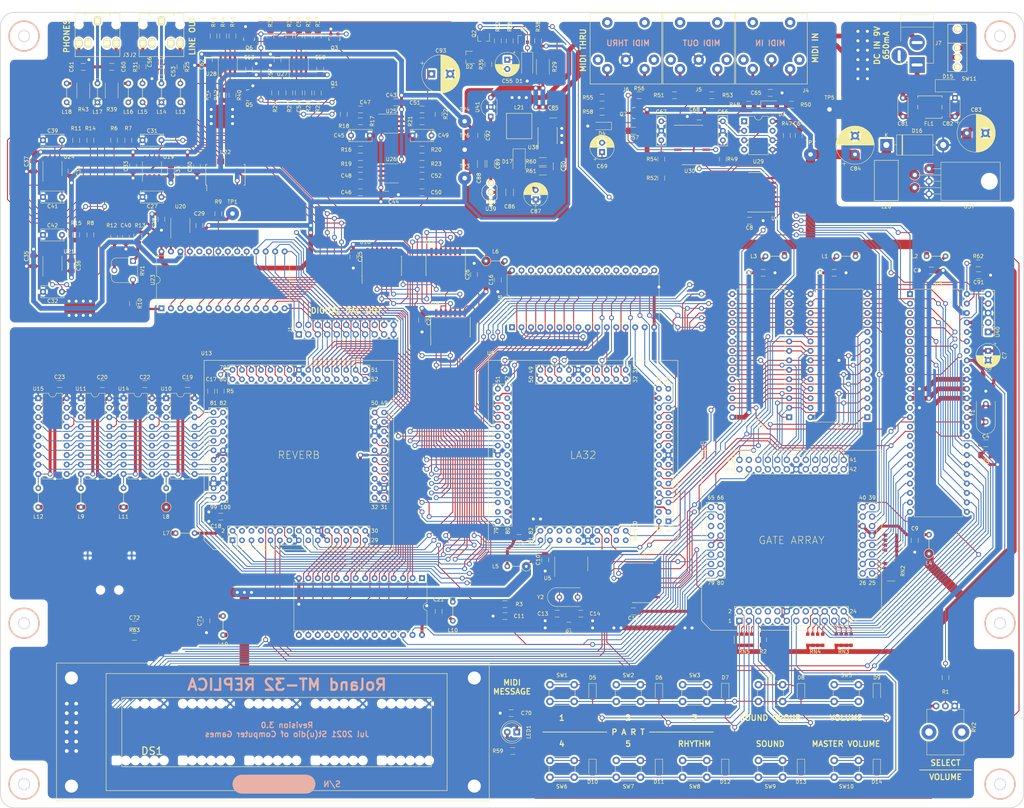
<source format=kicad_pcb>
(kicad_pcb (version 20171130) (host pcbnew "(5.1.4)-1")

  (general
    (thickness 1.6)
    (drawings 99)
    (tracks 4131)
    (zones 0)
    (modules 264)
    (nets 401)
  )

  (page A3)
  (title_block
    (date 2018-12-15)
  )

  (layers
    (0 F.Cu signal)
    (31 B.Cu signal)
    (32 B.Adhes user)
    (33 F.Adhes user)
    (34 B.Paste user)
    (35 F.Paste user)
    (36 B.SilkS user)
    (37 F.SilkS user)
    (38 B.Mask user)
    (39 F.Mask user)
    (40 Dwgs.User user)
    (41 Cmts.User user)
    (42 Eco1.User user hide)
    (43 Eco2.User user hide)
    (44 Edge.Cuts user)
    (45 Margin user)
    (46 B.CrtYd user)
    (47 F.CrtYd user)
    (48 B.Fab user hide)
    (49 F.Fab user)
  )

  (setup
    (last_trace_width 0.25)
    (user_trace_width 0.48)
    (user_trace_width 0.8)
    (user_trace_width 1.27)
    (user_trace_width 2.54)
    (trace_clearance 0.2)
    (zone_clearance 0.508)
    (zone_45_only no)
    (trace_min 0.2)
    (via_size 1.3)
    (via_drill 0.8)
    (via_min_size 0.4)
    (via_min_drill 0.3)
    (uvia_size 0.6)
    (uvia_drill 0.4)
    (uvias_allowed no)
    (uvia_min_size 0.2)
    (uvia_min_drill 0.1)
    (edge_width 0.2)
    (segment_width 0.2)
    (pcb_text_width 0.3)
    (pcb_text_size 1.5 1.5)
    (mod_edge_width 0.15)
    (mod_text_size 1 1)
    (mod_text_width 0.15)
    (pad_size 1.25 1.75)
    (pad_drill 0)
    (pad_to_mask_clearance 0.2)
    (aux_axis_origin 0 0)
    (visible_elements 7FFEFFFF)
    (pcbplotparams
      (layerselection 0x010f0_80000001)
      (usegerberextensions false)
      (usegerberattributes false)
      (usegerberadvancedattributes false)
      (creategerberjobfile false)
      (excludeedgelayer true)
      (linewidth 0.100000)
      (plotframeref false)
      (viasonmask false)
      (mode 1)
      (useauxorigin false)
      (hpglpennumber 1)
      (hpglpenspeed 20)
      (hpglpendiameter 15.000000)
      (psnegative false)
      (psa4output false)
      (plotreference true)
      (plotvalue true)
      (plotinvisibletext false)
      (padsonsilk false)
      (subtractmaskfromsilk false)
      (outputformat 1)
      (mirror false)
      (drillshape 0)
      (scaleselection 1)
      (outputdirectory ""))
  )

  (net 0 "")
  (net 1 MCU_ACH7)
  (net 2 MCU_AGND)
  (net 3 MCU_VREF)
  (net 4 /DAC/L-REV)
  (net 5 /DAC/L-SYN1)
  (net 6 /DAC/R-REV)
  (net 7 /DAC/R-SYN1)
  (net 8 /DAC/L-SYN2)
  (net 9 /DAC/R-SYN2)
  (net 10 CLK_16)
  (net 11 L-DAC)
  (net 12 R-DAC)
  (net 13 /Amplifier/MUT.C)
  (net 14 ~RESET)
  (net 15 "Net-(D10-Pad1)")
  (net 16 KEY_COL0)
  (net 17 "Net-(D11-Pad1)")
  (net 18 "Net-(D12-Pad1)")
  (net 19 KEY_COL1)
  (net 20 "Net-(D13-Pad1)")
  (net 21 "Net-(D14-Pad1)")
  (net 22 KEY_COL2)
  (net 23 "Net-(D15-Pad1)")
  (net 24 "Net-(D16-Pad1)")
  (net 25 KEY_COL3)
  (net 26 "Net-(D17-Pad1)")
  (net 27 KEY_COL4)
  (net 28 INH)
  (net 29 LA32_SH1)
  (net 30 LA32_SH2)
  (net 31 LA32_SH3)
  (net 32 "Net-(J3-Pad4)")
  (net 33 "Net-(J4-Pad5)")
  (net 34 "Net-(J4-Pad4)")
  (net 35 "Net-(J5-Pad5)")
  (net 36 "Net-(J5-Pad4)")
  (net 37 "Net-(J6-Pad1)")
  (net 38 "Net-(L18-Pad1)")
  (net 39 "Net-(L18-Pad2)")
  (net 40 "Net-(LED1-Pad2)")
  (net 41 "Net-(Q2-Pad3)")
  (net 42 RXD)
  (net 43 TXD)
  (net 44 RVB_CLK)
  (net 45 L_AMP)
  (net 46 R_AMP)
  (net 47 A15)
  (net 48 A12)
  (net 49 A14)
  (net 50 A13)
  (net 51 A11)
  (net 52 A8)
  (net 53 A10)
  (net 54 A9)
  (net 55 AD7)
  (net 56 AD4)
  (net 57 AD6)
  (net 58 AD5)
  (net 59 AD3)
  (net 60 AD0)
  (net 61 AD2)
  (net 62 AD1)
  (net 63 /LA32/RD0)
  (net 64 /LA32/RD3)
  (net 65 /LA32/RD1)
  (net 66 /LA32/RD2)
  (net 67 /LA32/RD4)
  (net 68 /LA32/RD7)
  (net 69 /LA32/RD5)
  (net 70 /LA32/RD6)
  (net 71 /Rverb/DRD14)
  (net 72 /Rverb/DRD15)
  (net 73 /Rverb/DRD12)
  (net 74 /Rverb/DRD13)
  (net 75 /Rverb/DRD10)
  (net 76 /Rverb/DRD11)
  (net 77 /Rverb/DRD8)
  (net 78 /Rverb/DRD9)
  (net 79 /Rverb/DRD6)
  (net 80 /Rverb/DRD7)
  (net 81 /Rverb/DRD4)
  (net 82 /Rverb/DRD5)
  (net 83 /Rverb/DRD2)
  (net 84 /Rverb/DRD3)
  (net 85 /Rverb/DRD0)
  (net 86 /Rverb/DRD1)
  (net 87 SD14)
  (net 88 SD15)
  (net 89 SD12)
  (net 90 SD13)
  (net 91 SD10)
  (net 92 SD11)
  (net 93 SD8)
  (net 94 SD9)
  (net 95 SD6)
  (net 96 SD7)
  (net 97 SD4)
  (net 98 SD5)
  (net 99 SD2)
  (net 100 SD3)
  (net 101 SD0)
  (net 102 SD1)
  (net 103 KEY_ROW1)
  (net 104 KEY_ROW0)
  (net 105 ~RD)
  (net 106 ALE)
  (net 107 ~WR)
  (net 108 AD15)
  (net 109 AD14)
  (net 110 AD13)
  (net 111 AD12)
  (net 112 AD11)
  (net 113 AD10)
  (net 114 AD9)
  (net 115 AD8)
  (net 116 LA32_INT)
  (net 117 A7)
  (net 118 A6)
  (net 119 ~RAM_CS)
  (net 120 A5)
  (net 121 A4)
  (net 122 A3)
  (net 123 A2)
  (net 124 A1)
  (net 125 A0)
  (net 126 ~ROM_CS)
  (net 127 /LA32/RA16)
  (net 128 /LA32/RA15)
  (net 129 /LA32/RA12)
  (net 130 /LA32/RA7)
  (net 131 /LA32/RA6)
  (net 132 /LA32/RA19)
  (net 133 /LA32/RA5)
  (net 134 /LA32/RA10)
  (net 135 /LA32/RA4)
  (net 136 /LA32/RA3)
  (net 137 /LA32/RA11)
  (net 138 /LA32/RA2)
  (net 139 /LA32/RA9)
  (net 140 /LA32/RA1)
  (net 141 /LA32/RA8)
  (net 142 /LA32/RA0)
  (net 143 /LA32/RA13)
  (net 144 /LA32/RA14)
  (net 145 /LA32/RA17)
  (net 146 /LA32/RA18)
  (net 147 ~LA32_OE)
  (net 148 ~LA32_CS)
  (net 149 LA32_SH0)
  (net 150 /Rverb/ROMD3)
  (net 151 /Rverb/ROMA12)
  (net 152 /Rverb/ROMD4)
  (net 153 /Rverb/ROMA7)
  (net 154 /Rverb/ROMD5)
  (net 155 /Rverb/ROMA6)
  (net 156 /Rverb/ROMD6)
  (net 157 /Rverb/ROMA5)
  (net 158 /Rverb/ROMD7)
  (net 159 /Rverb/ROMA4)
  (net 160 /Rverb/ROMA3)
  (net 161 /Rverb/ROMA10)
  (net 162 /Rverb/ROMA2)
  (net 163 /Rverb/ROMA1)
  (net 164 /Rverb/ROMA11)
  (net 165 /Rverb/ROMA0)
  (net 166 /Rverb/ROMA9)
  (net 167 /Rverb/ROMD0)
  (net 168 /Rverb/ROMA8)
  (net 169 /Rverb/ROMD1)
  (net 170 RVB_A13)
  (net 171 /Rverb/ROMD2)
  (net 172 RVB_A14)
  (net 173 ~RVB_OE)
  (net 174 RVB_INSTB)
  (net 175 RVB_STB0)
  (net 176 RVB_STB1)
  (net 177 RVB_SH1)
  (net 178 RVB_SH0)
  (net 179 /Rverb/DRA7)
  (net 180 /Rverb/DRA6)
  (net 181 /Rverb/DRA5)
  (net 182 /Rverb/DRA4)
  (net 183 /Rverb/DRA3)
  (net 184 /Rverb/DRA2)
  (net 185 /Rverb/DRA1)
  (net 186 /Rverb/DRA0)
  (net 187 LED)
  (net 188 LCD_CS)
  (net 189 LCD_0)
  (net 190 LCD_1)
  (net 191 LCD_2)
  (net 192 LCD_3)
  (net 193 LCD_E)
  (net 194 LCD_A0)
  (net 195 "Net-(C3-Pad1)")
  (net 196 "Net-(C5-Pad1)")
  (net 197 ~LA32_SH1)
  (net 198 ~LA32_SH2)
  (net 199 ~LA32_SH3)
  (net 200 "Net-(C59-Pad1)")
  (net 201 "Net-(C69-Pad2)")
  (net 202 "Net-(L15-Pad1)")
  (net 203 "Net-(L15-Pad2)")
  (net 204 "Net-(L16-Pad1)")
  (net 205 "Net-(L16-Pad2)")
  (net 206 "Net-(R13-Pad1)")
  (net 207 "Net-(Q6-Pad3)")
  (net 208 +6V)
  (net 209 -6V)
  (net 210 +9V)
  (net 211 "Net-(C6-Pad1)")
  (net 212 "Net-(C18-Pad1)")
  (net 213 "Net-(C56-Pad1)")
  (net 214 "Net-(C71-Pad2)")
  (net 215 "Net-(C81-Pad1)")
  (net 216 "Net-(C82-Pad1)")
  (net 217 "Net-(D4-Pad1)")
  (net 218 "Net-(D5-Pad1)")
  (net 219 "Net-(D8-Pad1)")
  (net 220 "Net-(D9-Pad1)")
  (net 221 "Net-(R10-Pad2)")
  (net 222 "Net-(R11-Pad2)")
  (net 223 "Net-(R12-Pad1)")
  (net 224 "Net-(R14-Pad2)")
  (net 225 "Net-(R15-Pad2)")
  (net 226 "Net-(J3-Pad3)")
  (net 227 "Net-(J3-Pad1)")
  (net 228 "Net-(J4-Pad3)")
  (net 229 "Net-(J4-Pad1)")
  (net 230 "Net-(J5-Pad3)")
  (net 231 "Net-(J5-Pad1)")
  (net 232 "Net-(J6-Pad3)")
  (net 233 "Net-(J6-Pad4)")
  (net 234 "Net-(J7-Pad3)")
  (net 235 "Net-(U12-Pad1)")
  (net 236 "Net-(U13-Pad3)")
  (net 237 "Net-(U13-Pad4)")
  (net 238 "Net-(U13-Pad6)")
  (net 239 "Net-(U13-Pad7)")
  (net 240 "Net-(U13-Pad8)")
  (net 241 "Net-(U13-Pad14)")
  (net 242 "Net-(U13-Pad17)")
  (net 243 "Net-(U13-Pad27)")
  (net 244 "Net-(U13-Pad51)")
  (net 245 "Net-(U13-Pad64)")
  (net 246 "Net-(C1-Pad1)")
  (net 247 "Net-(D3-Pad1)")
  (net 248 "Net-(C2-Pad1)")
  (net 249 "Net-(C4-Pad1)")
  (net 250 "Net-(C9-Pad2)")
  (net 251 "Net-(C11-Pad1)")
  (net 252 "Net-(C13-Pad1)")
  (net 253 "Net-(C14-Pad1)")
  (net 254 "Net-(C15-Pad1)")
  (net 255 "Net-(C16-Pad2)")
  (net 256 "Net-(C17-Pad1)")
  (net 257 "Net-(C19-Pad1)")
  (net 258 "Net-(C20-Pad1)")
  (net 259 "Net-(C21-Pad1)")
  (net 260 "Net-(C22-Pad1)")
  (net 261 "Net-(C23-Pad1)")
  (net 262 "Net-(C40-Pad1)")
  (net 263 "Net-(C45-Pad2)")
  (net 264 "Net-(C46-Pad2)")
  (net 265 "Net-(C47-Pad1)")
  (net 266 "Net-(C48-Pad2)")
  (net 267 "Net-(C49-Pad2)")
  (net 268 "Net-(C50-Pad2)")
  (net 269 "Net-(C51-Pad1)")
  (net 270 "Net-(C52-Pad2)")
  (net 271 "Net-(C53-Pad1)")
  (net 272 "Net-(C54-Pad2)")
  (net 273 "Net-(C54-Pad1)")
  (net 274 "Net-(C55-Pad2)")
  (net 275 "Net-(C59-Pad2)")
  (net 276 "Net-(C60-Pad1)")
  (net 277 "Net-(C61-Pad1)")
  (net 278 "Net-(C65-Pad1)")
  (net 279 "Net-(C66-Pad3)")
  (net 280 "Net-(C66-Pad1)")
  (net 281 "Net-(C67-Pad3)")
  (net 282 "Net-(C67-Pad1)")
  (net 283 "Net-(C81-Pad2)")
  (net 284 "Net-(C86-Pad1)")
  (net 285 "Net-(C90-Pad2)")
  (net 286 "Net-(C91-Pad1)")
  (net 287 "Net-(D2-Pad3)")
  (net 288 "Net-(D2-Pad2)")
  (net 289 "Net-(D3-Pad2)")
  (net 290 "Net-(D6-Pad1)")
  (net 291 "Net-(D7-Pad1)")
  (net 292 "Net-(J2-Pad1)")
  (net 293 "Net-(J2-Pad3)")
  (net 294 "Net-(J2-Pad4)")
  (net 295 "Net-(J6-Pad5)")
  (net 296 "Net-(L13-Pad2)")
  (net 297 "Net-(L13-Pad1)")
  (net 298 "Net-(Q2-Pad1)")
  (net 299 "Net-(Q4-Pad1)")
  (net 300 "Net-(Q5-Pad3)")
  (net 301 "Net-(Q7-Pad3)")
  (net 302 "Net-(R5-Pad2)")
  (net 303 "Net-(R6-Pad2)")
  (net 304 "Net-(R7-Pad2)")
  (net 305 "Net-(R8-Pad2)")
  (net 306 "Net-(R9-Pad2)")
  (net 307 "Net-(R9-Pad1)")
  (net 308 "Net-(R10-Pad1)")
  (net 309 "Net-(R41-Pad2)")
  (net 310 "Net-(R45-Pad2)")
  (net 311 "Net-(R53-Pad1)")
  (net 312 "Net-(R56-Pad1)")
  (net 313 "Net-(R59-Pad2)")
  (net 314 "Net-(R60-Pad2)")
  (net 315 "Net-(SW11-Pad1)")
  (net 316 "Net-(U3-Pad47)")
  (net 317 "Net-(U3-Pad42)")
  (net 318 "Net-(U3-Pad40)")
  (net 319 "Net-(U3-Pad16)")
  (net 320 "Net-(U3-Pad13)")
  (net 321 "Net-(U3-Pad10)")
  (net 322 "Net-(U3-Pad9)")
  (net 323 "Net-(U3-Pad8)")
  (net 324 "Net-(U3-Pad7)")
  (net 325 "Net-(U3-Pad6)")
  (net 326 "Net-(U3-Pad5)")
  (net 327 "Net-(U3-Pad4)")
  (net 328 "Net-(U3-Pad3)")
  (net 329 "Net-(U4-Pad11)")
  (net 330 "Net-(U4-Pad8)")
  (net 331 "Net-(U4-Pad6)")
  (net 332 "Net-(U5-Pad12)")
  (net 333 "Net-(U5-Pad10)")
  (net 334 "Net-(U5-Pad8)")
  (net 335 "Net-(U5-Pad2)")
  (net 336 "Net-(U6-Pad13)")
  (net 337 "Net-(U6-Pad12)")
  (net 338 "Net-(U6-Pad6)")
  (net 339 "Net-(U6-Pad2)")
  (net 340 "Net-(U6-Pad3)")
  (net 341 "Net-(U7-Pad70)")
  (net 342 "Net-(U7-Pad69)")
  (net 343 "Net-(U7-Pad64)")
  (net 344 "Net-(U7-Pad61)")
  (net 345 "Net-(U7-Pad60)")
  (net 346 "Net-(U7-Pad39)")
  (net 347 "Net-(U7-Pad16)")
  (net 348 "Net-(U7-Pad15)")
  (net 349 "Net-(U7-Pad10)")
  (net 350 "Net-(U7-Pad9)")
  (net 351 "Net-(U7-Pad8)")
  (net 352 "Net-(U7-Pad7)")
  (net 353 "Net-(U7-Pad6)")
  (net 354 "Net-(U8-Pad1)")
  (net 355 "Net-(U9-Pad99)")
  (net 356 "Net-(U9-Pad97)")
  (net 357 "Net-(U9-Pad95)")
  (net 358 "Net-(U9-Pad93)")
  (net 359 "Net-(U9-Pad92)")
  (net 360 "Net-(U9-Pad90)")
  (net 361 "Net-(U9-Pad89)")
  (net 362 "Net-(U9-Pad88)")
  (net 363 "Net-(U9-Pad87)")
  (net 364 "Net-(U9-Pad86)")
  (net 365 "Net-(U9-Pad85)")
  (net 366 "Net-(U9-Pad77)")
  (net 367 "Net-(U9-Pad66)")
  (net 368 "Net-(U9-Pad54)")
  (net 369 "Net-(U9-Pad42)")
  (net 370 "Net-(U9-Pad40)")
  (net 371 "Net-(U9-Pad39)")
  (net 372 "Net-(U9-Pad27)")
  (net 373 "Net-(U9-Pad16)")
  (net 374 "Net-(U9-Pad4)")
  (net 375 "Net-(U10-Pad5)")
  (net 376 "Net-(U10-Pad4)")
  (net 377 "Net-(U16-Pad10)")
  (net 378 "Net-(U16-Pad5)")
  (net 379 "Net-(U16-Pad8)")
  (net 380 "Net-(U16-Pad6)")
  (net 381 "Net-(U17-Pad12)")
  (net 382 "Net-(U17-Pad10)")
  (net 383 "Net-(U20-Pad6)")
  (net 384 "Net-(U20-Pad2)")
  (net 385 "Net-(U22-Pad5)")
  (net 386 "Net-(U22-Pad1)")
  (net 387 "Net-(U23-Pad24)")
  (net 388 "Net-(U23-Pad19)")
  (net 389 "Net-(U23-Pad4)")
  (net 390 "Net-(U29-Pad4)")
  (net 391 "Net-(U29-Pad7)")
  (net 392 "Net-(U29-Pad1)")
  (net 393 "Net-(U30-Pad11)")
  (net 394 "Net-(U30-Pad6)")
  (net 395 "Net-(U30-Pad2)")
  (net 396 LCD_CLK)
  (net 397 "Net-(DS1-Pad8)")
  (net 398 "Net-(DS1-Pad3)")
  (net 399 "Net-(LED1-Pad1)")
  (net 400 "Net-(R63-Pad2)")

  (net_class Default "Это класс цепей по умолчанию."
    (clearance 0.2)
    (trace_width 0.25)
    (via_dia 1.3)
    (via_drill 0.8)
    (uvia_dia 0.6)
    (uvia_drill 0.4)
    (add_net +6V)
    (add_net +9V)
    (add_net -6V)
    (add_net /Amplifier/MUT.C)
    (add_net /DAC/L-REV)
    (add_net /DAC/L-SYN1)
    (add_net /DAC/L-SYN2)
    (add_net /DAC/R-REV)
    (add_net /DAC/R-SYN1)
    (add_net /DAC/R-SYN2)
    (add_net /LA32/RA0)
    (add_net /LA32/RA1)
    (add_net /LA32/RA10)
    (add_net /LA32/RA11)
    (add_net /LA32/RA12)
    (add_net /LA32/RA13)
    (add_net /LA32/RA14)
    (add_net /LA32/RA15)
    (add_net /LA32/RA16)
    (add_net /LA32/RA17)
    (add_net /LA32/RA18)
    (add_net /LA32/RA19)
    (add_net /LA32/RA2)
    (add_net /LA32/RA3)
    (add_net /LA32/RA4)
    (add_net /LA32/RA5)
    (add_net /LA32/RA6)
    (add_net /LA32/RA7)
    (add_net /LA32/RA8)
    (add_net /LA32/RA9)
    (add_net /LA32/RD0)
    (add_net /LA32/RD1)
    (add_net /LA32/RD2)
    (add_net /LA32/RD3)
    (add_net /LA32/RD4)
    (add_net /LA32/RD5)
    (add_net /LA32/RD6)
    (add_net /LA32/RD7)
    (add_net /Rverb/DRA0)
    (add_net /Rverb/DRA1)
    (add_net /Rverb/DRA2)
    (add_net /Rverb/DRA3)
    (add_net /Rverb/DRA4)
    (add_net /Rverb/DRA5)
    (add_net /Rverb/DRA6)
    (add_net /Rverb/DRA7)
    (add_net /Rverb/DRD0)
    (add_net /Rverb/DRD1)
    (add_net /Rverb/DRD10)
    (add_net /Rverb/DRD11)
    (add_net /Rverb/DRD12)
    (add_net /Rverb/DRD13)
    (add_net /Rverb/DRD14)
    (add_net /Rverb/DRD15)
    (add_net /Rverb/DRD2)
    (add_net /Rverb/DRD3)
    (add_net /Rverb/DRD4)
    (add_net /Rverb/DRD5)
    (add_net /Rverb/DRD6)
    (add_net /Rverb/DRD7)
    (add_net /Rverb/DRD8)
    (add_net /Rverb/DRD9)
    (add_net /Rverb/ROMA0)
    (add_net /Rverb/ROMA1)
    (add_net /Rverb/ROMA10)
    (add_net /Rverb/ROMA11)
    (add_net /Rverb/ROMA12)
    (add_net /Rverb/ROMA2)
    (add_net /Rverb/ROMA3)
    (add_net /Rverb/ROMA4)
    (add_net /Rverb/ROMA5)
    (add_net /Rverb/ROMA6)
    (add_net /Rverb/ROMA7)
    (add_net /Rverb/ROMA8)
    (add_net /Rverb/ROMA9)
    (add_net /Rverb/ROMD0)
    (add_net /Rverb/ROMD1)
    (add_net /Rverb/ROMD2)
    (add_net /Rverb/ROMD3)
    (add_net /Rverb/ROMD4)
    (add_net /Rverb/ROMD5)
    (add_net /Rverb/ROMD6)
    (add_net /Rverb/ROMD7)
    (add_net A0)
    (add_net A1)
    (add_net A10)
    (add_net A11)
    (add_net A12)
    (add_net A13)
    (add_net A14)
    (add_net A15)
    (add_net A2)
    (add_net A3)
    (add_net A4)
    (add_net A5)
    (add_net A6)
    (add_net A7)
    (add_net A8)
    (add_net A9)
    (add_net AD0)
    (add_net AD1)
    (add_net AD10)
    (add_net AD11)
    (add_net AD12)
    (add_net AD13)
    (add_net AD14)
    (add_net AD15)
    (add_net AD2)
    (add_net AD3)
    (add_net AD4)
    (add_net AD5)
    (add_net AD6)
    (add_net AD7)
    (add_net AD8)
    (add_net AD9)
    (add_net ALE)
    (add_net CLK_16)
    (add_net INH)
    (add_net KEY_COL0)
    (add_net KEY_COL1)
    (add_net KEY_COL2)
    (add_net KEY_COL3)
    (add_net KEY_COL4)
    (add_net KEY_ROW0)
    (add_net KEY_ROW1)
    (add_net L-DAC)
    (add_net LA32_INT)
    (add_net LA32_SH0)
    (add_net LA32_SH1)
    (add_net LA32_SH2)
    (add_net LA32_SH3)
    (add_net LCD_0)
    (add_net LCD_1)
    (add_net LCD_2)
    (add_net LCD_3)
    (add_net LCD_A0)
    (add_net LCD_CLK)
    (add_net LCD_CS)
    (add_net LCD_E)
    (add_net LED)
    (add_net L_AMP)
    (add_net MCU_ACH7)
    (add_net MCU_AGND)
    (add_net MCU_VREF)
    (add_net "Net-(C1-Pad1)")
    (add_net "Net-(C11-Pad1)")
    (add_net "Net-(C13-Pad1)")
    (add_net "Net-(C14-Pad1)")
    (add_net "Net-(C15-Pad1)")
    (add_net "Net-(C16-Pad2)")
    (add_net "Net-(C17-Pad1)")
    (add_net "Net-(C18-Pad1)")
    (add_net "Net-(C19-Pad1)")
    (add_net "Net-(C2-Pad1)")
    (add_net "Net-(C20-Pad1)")
    (add_net "Net-(C21-Pad1)")
    (add_net "Net-(C22-Pad1)")
    (add_net "Net-(C23-Pad1)")
    (add_net "Net-(C3-Pad1)")
    (add_net "Net-(C4-Pad1)")
    (add_net "Net-(C40-Pad1)")
    (add_net "Net-(C45-Pad2)")
    (add_net "Net-(C46-Pad2)")
    (add_net "Net-(C47-Pad1)")
    (add_net "Net-(C48-Pad2)")
    (add_net "Net-(C49-Pad2)")
    (add_net "Net-(C5-Pad1)")
    (add_net "Net-(C50-Pad2)")
    (add_net "Net-(C51-Pad1)")
    (add_net "Net-(C52-Pad2)")
    (add_net "Net-(C53-Pad1)")
    (add_net "Net-(C54-Pad1)")
    (add_net "Net-(C54-Pad2)")
    (add_net "Net-(C55-Pad2)")
    (add_net "Net-(C56-Pad1)")
    (add_net "Net-(C59-Pad1)")
    (add_net "Net-(C59-Pad2)")
    (add_net "Net-(C6-Pad1)")
    (add_net "Net-(C60-Pad1)")
    (add_net "Net-(C61-Pad1)")
    (add_net "Net-(C65-Pad1)")
    (add_net "Net-(C66-Pad1)")
    (add_net "Net-(C66-Pad3)")
    (add_net "Net-(C67-Pad1)")
    (add_net "Net-(C67-Pad3)")
    (add_net "Net-(C69-Pad2)")
    (add_net "Net-(C71-Pad2)")
    (add_net "Net-(C81-Pad1)")
    (add_net "Net-(C81-Pad2)")
    (add_net "Net-(C82-Pad1)")
    (add_net "Net-(C86-Pad1)")
    (add_net "Net-(C9-Pad2)")
    (add_net "Net-(C90-Pad2)")
    (add_net "Net-(C91-Pad1)")
    (add_net "Net-(D10-Pad1)")
    (add_net "Net-(D11-Pad1)")
    (add_net "Net-(D12-Pad1)")
    (add_net "Net-(D13-Pad1)")
    (add_net "Net-(D14-Pad1)")
    (add_net "Net-(D15-Pad1)")
    (add_net "Net-(D16-Pad1)")
    (add_net "Net-(D17-Pad1)")
    (add_net "Net-(D2-Pad2)")
    (add_net "Net-(D2-Pad3)")
    (add_net "Net-(D3-Pad1)")
    (add_net "Net-(D3-Pad2)")
    (add_net "Net-(D4-Pad1)")
    (add_net "Net-(D5-Pad1)")
    (add_net "Net-(D6-Pad1)")
    (add_net "Net-(D7-Pad1)")
    (add_net "Net-(D8-Pad1)")
    (add_net "Net-(D9-Pad1)")
    (add_net "Net-(DS1-Pad3)")
    (add_net "Net-(DS1-Pad8)")
    (add_net "Net-(J2-Pad1)")
    (add_net "Net-(J2-Pad3)")
    (add_net "Net-(J2-Pad4)")
    (add_net "Net-(J3-Pad1)")
    (add_net "Net-(J3-Pad3)")
    (add_net "Net-(J3-Pad4)")
    (add_net "Net-(J4-Pad1)")
    (add_net "Net-(J4-Pad3)")
    (add_net "Net-(J4-Pad4)")
    (add_net "Net-(J4-Pad5)")
    (add_net "Net-(J5-Pad1)")
    (add_net "Net-(J5-Pad3)")
    (add_net "Net-(J5-Pad4)")
    (add_net "Net-(J5-Pad5)")
    (add_net "Net-(J6-Pad1)")
    (add_net "Net-(J6-Pad3)")
    (add_net "Net-(J6-Pad4)")
    (add_net "Net-(J6-Pad5)")
    (add_net "Net-(J7-Pad3)")
    (add_net "Net-(L13-Pad1)")
    (add_net "Net-(L13-Pad2)")
    (add_net "Net-(L15-Pad1)")
    (add_net "Net-(L15-Pad2)")
    (add_net "Net-(L16-Pad1)")
    (add_net "Net-(L16-Pad2)")
    (add_net "Net-(L18-Pad1)")
    (add_net "Net-(L18-Pad2)")
    (add_net "Net-(LED1-Pad1)")
    (add_net "Net-(LED1-Pad2)")
    (add_net "Net-(Q2-Pad1)")
    (add_net "Net-(Q2-Pad3)")
    (add_net "Net-(Q4-Pad1)")
    (add_net "Net-(Q5-Pad3)")
    (add_net "Net-(Q6-Pad3)")
    (add_net "Net-(Q7-Pad3)")
    (add_net "Net-(R10-Pad1)")
    (add_net "Net-(R10-Pad2)")
    (add_net "Net-(R11-Pad2)")
    (add_net "Net-(R12-Pad1)")
    (add_net "Net-(R13-Pad1)")
    (add_net "Net-(R14-Pad2)")
    (add_net "Net-(R15-Pad2)")
    (add_net "Net-(R41-Pad2)")
    (add_net "Net-(R45-Pad2)")
    (add_net "Net-(R5-Pad2)")
    (add_net "Net-(R53-Pad1)")
    (add_net "Net-(R56-Pad1)")
    (add_net "Net-(R59-Pad2)")
    (add_net "Net-(R6-Pad2)")
    (add_net "Net-(R60-Pad2)")
    (add_net "Net-(R63-Pad2)")
    (add_net "Net-(R7-Pad2)")
    (add_net "Net-(R8-Pad2)")
    (add_net "Net-(R9-Pad1)")
    (add_net "Net-(R9-Pad2)")
    (add_net "Net-(SW11-Pad1)")
    (add_net "Net-(U10-Pad4)")
    (add_net "Net-(U10-Pad5)")
    (add_net "Net-(U12-Pad1)")
    (add_net "Net-(U13-Pad14)")
    (add_net "Net-(U13-Pad17)")
    (add_net "Net-(U13-Pad27)")
    (add_net "Net-(U13-Pad3)")
    (add_net "Net-(U13-Pad4)")
    (add_net "Net-(U13-Pad51)")
    (add_net "Net-(U13-Pad6)")
    (add_net "Net-(U13-Pad64)")
    (add_net "Net-(U13-Pad7)")
    (add_net "Net-(U13-Pad8)")
    (add_net "Net-(U16-Pad10)")
    (add_net "Net-(U16-Pad5)")
    (add_net "Net-(U16-Pad6)")
    (add_net "Net-(U16-Pad8)")
    (add_net "Net-(U17-Pad10)")
    (add_net "Net-(U17-Pad12)")
    (add_net "Net-(U20-Pad2)")
    (add_net "Net-(U20-Pad6)")
    (add_net "Net-(U22-Pad1)")
    (add_net "Net-(U22-Pad5)")
    (add_net "Net-(U23-Pad19)")
    (add_net "Net-(U23-Pad24)")
    (add_net "Net-(U23-Pad4)")
    (add_net "Net-(U29-Pad1)")
    (add_net "Net-(U29-Pad4)")
    (add_net "Net-(U29-Pad7)")
    (add_net "Net-(U3-Pad10)")
    (add_net "Net-(U3-Pad13)")
    (add_net "Net-(U3-Pad16)")
    (add_net "Net-(U3-Pad3)")
    (add_net "Net-(U3-Pad4)")
    (add_net "Net-(U3-Pad40)")
    (add_net "Net-(U3-Pad42)")
    (add_net "Net-(U3-Pad47)")
    (add_net "Net-(U3-Pad5)")
    (add_net "Net-(U3-Pad6)")
    (add_net "Net-(U3-Pad7)")
    (add_net "Net-(U3-Pad8)")
    (add_net "Net-(U3-Pad9)")
    (add_net "Net-(U30-Pad11)")
    (add_net "Net-(U30-Pad2)")
    (add_net "Net-(U30-Pad6)")
    (add_net "Net-(U4-Pad11)")
    (add_net "Net-(U4-Pad6)")
    (add_net "Net-(U4-Pad8)")
    (add_net "Net-(U5-Pad10)")
    (add_net "Net-(U5-Pad12)")
    (add_net "Net-(U5-Pad2)")
    (add_net "Net-(U5-Pad8)")
    (add_net "Net-(U6-Pad12)")
    (add_net "Net-(U6-Pad13)")
    (add_net "Net-(U6-Pad2)")
    (add_net "Net-(U6-Pad3)")
    (add_net "Net-(U6-Pad6)")
    (add_net "Net-(U7-Pad10)")
    (add_net "Net-(U7-Pad15)")
    (add_net "Net-(U7-Pad16)")
    (add_net "Net-(U7-Pad39)")
    (add_net "Net-(U7-Pad6)")
    (add_net "Net-(U7-Pad60)")
    (add_net "Net-(U7-Pad61)")
    (add_net "Net-(U7-Pad64)")
    (add_net "Net-(U7-Pad69)")
    (add_net "Net-(U7-Pad7)")
    (add_net "Net-(U7-Pad70)")
    (add_net "Net-(U7-Pad8)")
    (add_net "Net-(U7-Pad9)")
    (add_net "Net-(U8-Pad1)")
    (add_net "Net-(U9-Pad16)")
    (add_net "Net-(U9-Pad27)")
    (add_net "Net-(U9-Pad39)")
    (add_net "Net-(U9-Pad4)")
    (add_net "Net-(U9-Pad40)")
    (add_net "Net-(U9-Pad42)")
    (add_net "Net-(U9-Pad54)")
    (add_net "Net-(U9-Pad66)")
    (add_net "Net-(U9-Pad77)")
    (add_net "Net-(U9-Pad85)")
    (add_net "Net-(U9-Pad86)")
    (add_net "Net-(U9-Pad87)")
    (add_net "Net-(U9-Pad88)")
    (add_net "Net-(U9-Pad89)")
    (add_net "Net-(U9-Pad90)")
    (add_net "Net-(U9-Pad92)")
    (add_net "Net-(U9-Pad93)")
    (add_net "Net-(U9-Pad95)")
    (add_net "Net-(U9-Pad97)")
    (add_net "Net-(U9-Pad99)")
    (add_net R-DAC)
    (add_net RVB_A13)
    (add_net RVB_A14)
    (add_net RVB_CLK)
    (add_net RVB_INSTB)
    (add_net RVB_SH0)
    (add_net RVB_SH1)
    (add_net RVB_STB0)
    (add_net RVB_STB1)
    (add_net RXD)
    (add_net R_AMP)
    (add_net SD0)
    (add_net SD1)
    (add_net SD10)
    (add_net SD11)
    (add_net SD12)
    (add_net SD13)
    (add_net SD14)
    (add_net SD15)
    (add_net SD2)
    (add_net SD3)
    (add_net SD4)
    (add_net SD5)
    (add_net SD6)
    (add_net SD7)
    (add_net SD8)
    (add_net SD9)
    (add_net TXD)
    (add_net ~LA32_CS)
    (add_net ~LA32_OE)
    (add_net ~LA32_SH1)
    (add_net ~LA32_SH2)
    (add_net ~LA32_SH3)
    (add_net ~RAM_CS)
    (add_net ~RD)
    (add_net ~RESET)
    (add_net ~ROM_CS)
    (add_net ~RVB_OE)
    (add_net ~WR)
  )

  (module Resistor_SMD:R_1206_3216Metric (layer F.Cu) (tedit 5B301BBD) (tstamp 61F4EC52)
    (at 107.061 195.441)
    (descr "Resistor SMD 1206 (3216 Metric), square (rectangular) end terminal, IPC_7351 nominal, (Body size source: http://www.tortai-tech.com/upload/download/2011102023233369053.pdf), generated with kicad-footprint-generator")
    (tags resistor)
    (path /5B1F8B97/620BEB43)
    (attr smd)
    (fp_text reference R63 (at 0 -1.82) (layer F.SilkS)
      (effects (font (size 1 1) (thickness 0.15)))
    )
    (fp_text value 1K (at 0 1.82) (layer F.Fab)
      (effects (font (size 1 1) (thickness 0.15)))
    )
    (fp_text user %R (at 0 0) (layer F.Fab)
      (effects (font (size 0.8 0.8) (thickness 0.12)))
    )
    (fp_line (start 2.28 1.12) (end -2.28 1.12) (layer F.CrtYd) (width 0.05))
    (fp_line (start 2.28 -1.12) (end 2.28 1.12) (layer F.CrtYd) (width 0.05))
    (fp_line (start -2.28 -1.12) (end 2.28 -1.12) (layer F.CrtYd) (width 0.05))
    (fp_line (start -2.28 1.12) (end -2.28 -1.12) (layer F.CrtYd) (width 0.05))
    (fp_line (start -0.602064 0.91) (end 0.602064 0.91) (layer F.SilkS) (width 0.12))
    (fp_line (start -0.602064 -0.91) (end 0.602064 -0.91) (layer F.SilkS) (width 0.12))
    (fp_line (start 1.6 0.8) (end -1.6 0.8) (layer F.Fab) (width 0.1))
    (fp_line (start 1.6 -0.8) (end 1.6 0.8) (layer F.Fab) (width 0.1))
    (fp_line (start -1.6 -0.8) (end 1.6 -0.8) (layer F.Fab) (width 0.1))
    (fp_line (start -1.6 0.8) (end -1.6 -0.8) (layer F.Fab) (width 0.1))
    (pad 2 smd roundrect (at 1.4 0) (size 1.25 1.75) (layers F.Cu F.Paste F.Mask) (roundrect_rratio 0.2)
      (net 400 "Net-(R63-Pad2)"))
    (pad 1 smd roundrect (at -1.4 0) (size 1.25 1.75) (layers F.Cu F.Paste F.Mask) (roundrect_rratio 0.2)
      (net 396 LCD_CLK))
    (model ${KISYS3DMOD}/Resistor_SMD.3dshapes/R_1206_3216Metric.wrl
      (at (xyz 0 0 0))
      (scale (xyz 1 1 1))
      (rotate (xyz 0 0 0))
    )
  )

  (module mt-32:LED2001S (layer F.Cu) (tedit 61F43FAD) (tstamp 61F4FFCF)
    (at 88.9 213.36)
    (path /5B42BD1C/61FCBCBF)
    (fp_text reference DS1 (at 22.86 12.7) (layer F.SilkS)
      (effects (font (size 2 2) (thickness 0.3)))
    )
    (fp_text value LED2001S (at 55.88 7.62) (layer F.Fab)
      (effects (font (size 1 1) (thickness 0.15)))
    )
    (fp_line (start -2.73 26.12) (end 113.27 26.12) (layer F.SilkS) (width 0.15))
    (fp_line (start -2.73 -10.88) (end 113.27 -10.88) (layer F.SilkS) (width 0.15))
    (fp_line (start -2.73 -10.88) (end -2.73 26.12) (layer F.SilkS) (width 0.15))
    (fp_line (start 113.27 -10.88) (end 113.27 26.12) (layer F.SilkS) (width 0.15))
    (fp_line (start 10.57 -8.08) (end 101.97 -8.08) (layer F.SilkS) (width 0.15))
    (fp_line (start 10.57 23.32) (end 101.97 23.32) (layer F.SilkS) (width 0.15))
    (fp_line (start 101.97 -8.08) (end 101.97 23.32) (layer F.SilkS) (width 0.15))
    (fp_line (start 10.57 -8.08) (end 10.57 23.32) (layer F.SilkS) (width 0.15))
    (fp_line (start 14.77 -1.68) (end 97.77 -1.68) (layer F.SilkS) (width 0.15))
    (fp_line (start 14.77 16.92) (end 97.77 16.92) (layer F.SilkS) (width 0.15))
    (fp_line (start 14.77 -1.68) (end 14.77 16.92) (layer F.SilkS) (width 0.15))
    (fp_line (start 97.77 -1.68) (end 97.77 16.92) (layer F.SilkS) (width 0.15))
    (pad "" thru_hole circle (at 109.27 22.12) (size 4.5 4.5) (drill 3.5) (layers *.Cu *.Mask))
    (pad "" thru_hole circle (at 1.27 22.12) (size 4.5 4.5) (drill 3.5) (layers *.Cu *.Mask))
    (pad "" thru_hole circle (at 109.27 -6.88) (size 4.5 4.5) (drill 3.5) (layers *.Cu *.Mask))
    (pad "" thru_hole circle (at 1.27 -6.88) (size 4.5 4.5) (drill 3.5) (layers *.Cu *.Mask))
    (pad 12 thru_hole circle (at 2.54 12.7 180) (size 1.7 1.7) (drill 1) (layers *.Cu *.Mask)
      (net 189 LCD_0))
    (pad 11 thru_hole circle (at 0 12.7 180) (size 1.7 1.7) (drill 1) (layers *.Cu *.Mask)
      (net 190 LCD_1))
    (pad 10 thru_hole circle (at 2.54 10.16 180) (size 1.7 1.7) (drill 1) (layers *.Cu *.Mask)
      (net 191 LCD_2))
    (pad 9 thru_hole circle (at 0 10.16 180) (size 1.7 1.7) (drill 1) (layers *.Cu *.Mask)
      (net 192 LCD_3))
    (pad 8 thru_hole circle (at 2.54 7.62 180) (size 1.7 1.7) (drill 1) (layers *.Cu *.Mask)
      (net 397 "Net-(DS1-Pad8)"))
    (pad 7 thru_hole circle (at 0 7.62 180) (size 1.7 1.7) (drill 1) (layers *.Cu *.Mask)
      (net 193 LCD_E))
    (pad 6 thru_hole circle (at 2.54 5.08 180) (size 1.7 1.7) (drill 1) (layers *.Cu *.Mask)
      (net 194 LCD_A0))
    (pad 5 thru_hole circle (at 0 5.08 180) (size 1.7 1.7) (drill 1) (layers *.Cu *.Mask)
      (net 188 LCD_CS))
    (pad 4 thru_hole circle (at 2.54 2.54 180) (size 1.7 1.7) (drill 1) (layers *.Cu *.Mask)
      (net 396 LCD_CLK))
    (pad 3 thru_hole circle (at 0 2.54 180) (size 1.7 1.7) (drill 1) (layers *.Cu *.Mask)
      (net 398 "Net-(DS1-Pad3)"))
    (pad 2 thru_hole circle (at 2.54 0 180) (size 1.7 1.7) (drill 1) (layers *.Cu *.Mask)
      (net 2 MCU_AGND))
    (pad 1 thru_hole rect (at 0 0 180) (size 1.7 1.7) (drill 1) (layers *.Cu *.Mask)
      (net 214 "Net-(C71-Pad2)"))
  )

  (module Capacitor_SMD:C_1206_3216Metric (layer F.Cu) (tedit 5B301BBE) (tstamp 61F4D609)
    (at 107.061 192.151)
    (descr "Capacitor SMD 1206 (3216 Metric), square (rectangular) end terminal, IPC_7351 nominal, (Body size source: http://www.tortai-tech.com/upload/download/2011102023233369053.pdf), generated with kicad-footprint-generator")
    (tags capacitor)
    (path /5B1F8B97/620A10A8)
    (attr smd)
    (fp_text reference C72 (at 0 -1.82) (layer F.SilkS)
      (effects (font (size 1 1) (thickness 0.15)))
    )
    (fp_text value 22p (at 0 1.82) (layer F.Fab)
      (effects (font (size 1 1) (thickness 0.15)))
    )
    (fp_text user %R (at 0 0) (layer F.Fab)
      (effects (font (size 0.8 0.8) (thickness 0.12)))
    )
    (fp_line (start 2.28 1.12) (end -2.28 1.12) (layer F.CrtYd) (width 0.05))
    (fp_line (start 2.28 -1.12) (end 2.28 1.12) (layer F.CrtYd) (width 0.05))
    (fp_line (start -2.28 -1.12) (end 2.28 -1.12) (layer F.CrtYd) (width 0.05))
    (fp_line (start -2.28 1.12) (end -2.28 -1.12) (layer F.CrtYd) (width 0.05))
    (fp_line (start -0.602064 0.91) (end 0.602064 0.91) (layer F.SilkS) (width 0.12))
    (fp_line (start -0.602064 -0.91) (end 0.602064 -0.91) (layer F.SilkS) (width 0.12))
    (fp_line (start 1.6 0.8) (end -1.6 0.8) (layer F.Fab) (width 0.1))
    (fp_line (start 1.6 -0.8) (end 1.6 0.8) (layer F.Fab) (width 0.1))
    (fp_line (start -1.6 -0.8) (end 1.6 -0.8) (layer F.Fab) (width 0.1))
    (fp_line (start -1.6 0.8) (end -1.6 -0.8) (layer F.Fab) (width 0.1))
    (pad 2 smd roundrect (at 1.4 0) (size 1.25 1.75) (layers F.Cu F.Paste F.Mask) (roundrect_rratio 0.2)
      (net 2 MCU_AGND))
    (pad 1 smd roundrect (at -1.4 0) (size 1.25 1.75) (layers F.Cu F.Paste F.Mask) (roundrect_rratio 0.2)
      (net 396 LCD_CLK))
    (model ${KISYS3DMOD}/Capacitor_SMD.3dshapes/C_1206_3216Metric.wrl
      (at (xyz 0 0 0))
      (scale (xyz 1 1 1))
      (rotate (xyz 0 0 0))
    )
  )

  (module Capacitor_SMD:C_1206_3216Metric (layer F.Cu) (tedit 5B301BBE) (tstamp 5B70B502)
    (at 126.365 191.135 90)
    (descr "Capacitor SMD 1206 (3216 Metric), square (rectangular) end terminal, IPC_7351 nominal, (Body size source: http://www.tortai-tech.com/upload/download/2011102023233369053.pdf), generated with kicad-footprint-generator")
    (tags capacitor)
    (path /5B42BD1C/5B42A83A)
    (attr smd)
    (fp_text reference C71 (at 0 -1.82 90) (layer F.SilkS)
      (effects (font (size 1 1) (thickness 0.15)))
    )
    (fp_text value 0.1 (at 0 1.82 90) (layer F.Fab)
      (effects (font (size 1 1) (thickness 0.15)))
    )
    (fp_text user %R (at 0 0 90) (layer F.Fab)
      (effects (font (size 0.8 0.8) (thickness 0.12)))
    )
    (fp_line (start 2.28 1.12) (end -2.28 1.12) (layer F.CrtYd) (width 0.05))
    (fp_line (start 2.28 -1.12) (end 2.28 1.12) (layer F.CrtYd) (width 0.05))
    (fp_line (start -2.28 -1.12) (end 2.28 -1.12) (layer F.CrtYd) (width 0.05))
    (fp_line (start -2.28 1.12) (end -2.28 -1.12) (layer F.CrtYd) (width 0.05))
    (fp_line (start -0.602064 0.91) (end 0.602064 0.91) (layer F.SilkS) (width 0.12))
    (fp_line (start -0.602064 -0.91) (end 0.602064 -0.91) (layer F.SilkS) (width 0.12))
    (fp_line (start 1.6 0.8) (end -1.6 0.8) (layer F.Fab) (width 0.1))
    (fp_line (start 1.6 -0.8) (end 1.6 0.8) (layer F.Fab) (width 0.1))
    (fp_line (start -1.6 -0.8) (end 1.6 -0.8) (layer F.Fab) (width 0.1))
    (fp_line (start -1.6 0.8) (end -1.6 -0.8) (layer F.Fab) (width 0.1))
    (pad 2 smd roundrect (at 1.4 0 90) (size 1.25 1.75) (layers F.Cu F.Paste F.Mask) (roundrect_rratio 0.2)
      (net 214 "Net-(C71-Pad2)"))
    (pad 1 smd roundrect (at -1.4 0 90) (size 1.25 1.75) (layers F.Cu F.Paste F.Mask) (roundrect_rratio 0.2)
      (net 2 MCU_AGND))
    (model ${KISYS3DMOD}/Capacitor_SMD.3dshapes/C_1206_3216Metric.wrl
      (at (xyz 0 0 0))
      (scale (xyz 1 1 1))
      (rotate (xyz 0 0 0))
    )
  )

  (module Package_TO_SOT_THT:TO-92L_Inline_Wide (layer F.Cu) (tedit 5A11996A) (tstamp 5C7F88F8)
    (at 202.565 55.88 90)
    (descr "TO-92L leads in-line (large body variant of TO-92), also known as TO-226, wide, drill 0.75mm (see https://www.diodes.com/assets/Package-Files/TO92L.pdf and http://www.ti.com/lit/an/snoa059/snoa059.pdf)")
    (tags "TO-92L Inline Wide transistor")
    (path /5B1B62C2/5C746578)
    (fp_text reference U41 (at 2.54 -3.56 90) (layer F.SilkS)
      (effects (font (size 1 1) (thickness 0.15)))
    )
    (fp_text value KA78L06 (at 2.54 2.79 90) (layer F.Fab)
      (effects (font (size 1 1) (thickness 0.15)))
    )
    (fp_arc (start 2.54 0) (end 4.45 1.7) (angle -15.88591585) (layer F.SilkS) (width 0.12))
    (fp_arc (start 2.54 0) (end 2.54 -2.48) (angle -130.2499344) (layer F.Fab) (width 0.1))
    (fp_arc (start 2.54 0) (end 2.54 -2.48) (angle 129.9527847) (layer F.Fab) (width 0.1))
    (fp_arc (start 2.54 0) (end 2.54 -2.6) (angle 65) (layer F.SilkS) (width 0.12))
    (fp_arc (start 2.54 0) (end 2.54 -2.6) (angle -65) (layer F.SilkS) (width 0.12))
    (fp_arc (start 2.54 0) (end 0.6 1.7) (angle 15.44288892) (layer F.SilkS) (width 0.12))
    (fp_line (start 6.1 1.85) (end -1 1.85) (layer F.CrtYd) (width 0.05))
    (fp_line (start 6.1 1.85) (end 6.1 -2.75) (layer F.CrtYd) (width 0.05))
    (fp_line (start -1 -2.75) (end -1 1.85) (layer F.CrtYd) (width 0.05))
    (fp_line (start -1 -2.75) (end 6.1 -2.75) (layer F.CrtYd) (width 0.05))
    (fp_line (start 0.65 1.6) (end 4.4 1.6) (layer F.Fab) (width 0.1))
    (fp_line (start 0.6 1.7) (end 4.45 1.7) (layer F.SilkS) (width 0.12))
    (fp_text user %R (at 2.54 -3.56 90) (layer F.Fab)
      (effects (font (size 1 1) (thickness 0.15)))
    )
    (pad 1 thru_hole rect (at 0 0 180) (size 1.5 1.5) (drill 0.8) (layers *.Cu *.Mask)
      (net 208 +6V))
    (pad 3 thru_hole circle (at 5.08 0 180) (size 1.5 1.5) (drill 0.8) (layers *.Cu *.Mask)
      (net 210 +9V))
    (pad 2 thru_hole circle (at 2.54 0 180) (size 1.5 1.5) (drill 0.8) (layers *.Cu *.Mask)
      (net 2 MCU_AGND))
    (model ${KISYS3DMOD}/Package_TO_SOT_THT.3dshapes/TO-92L_Inline_Wide.wrl
      (at (xyz 0 0 0))
      (scale (xyz 1 1 1))
      (rotate (xyz 0 0 0))
    )
  )

  (module Capacitor_THT:CP_Radial_D10.0mm_P5.00mm (layer F.Cu) (tedit 5AE50EF1) (tstamp 60D872E5)
    (at 186.69 44.45)
    (descr "CP, Radial series, Radial, pin pitch=5.00mm, , diameter=10mm, Electrolytic Capacitor")
    (tags "CP Radial series Radial pin pitch 5.00mm  diameter 10mm Electrolytic Capacitor")
    (path /5B1B62C2/60E097BF)
    (fp_text reference C93 (at 2.5 -6.25) (layer F.SilkS)
      (effects (font (size 1 1) (thickness 0.15)))
    )
    (fp_text value 1000/16V (at 2.5 6.25) (layer F.Fab)
      (effects (font (size 1 1) (thickness 0.15)))
    )
    (fp_text user %R (at 2.5 0) (layer F.Fab)
      (effects (font (size 1 1) (thickness 0.15)))
    )
    (fp_line (start -2.479646 -3.375) (end -2.479646 -2.375) (layer F.SilkS) (width 0.12))
    (fp_line (start -2.979646 -2.875) (end -1.979646 -2.875) (layer F.SilkS) (width 0.12))
    (fp_line (start 7.581 -0.599) (end 7.581 0.599) (layer F.SilkS) (width 0.12))
    (fp_line (start 7.541 -0.862) (end 7.541 0.862) (layer F.SilkS) (width 0.12))
    (fp_line (start 7.501 -1.062) (end 7.501 1.062) (layer F.SilkS) (width 0.12))
    (fp_line (start 7.461 -1.23) (end 7.461 1.23) (layer F.SilkS) (width 0.12))
    (fp_line (start 7.421 -1.378) (end 7.421 1.378) (layer F.SilkS) (width 0.12))
    (fp_line (start 7.381 -1.51) (end 7.381 1.51) (layer F.SilkS) (width 0.12))
    (fp_line (start 7.341 -1.63) (end 7.341 1.63) (layer F.SilkS) (width 0.12))
    (fp_line (start 7.301 -1.742) (end 7.301 1.742) (layer F.SilkS) (width 0.12))
    (fp_line (start 7.261 -1.846) (end 7.261 1.846) (layer F.SilkS) (width 0.12))
    (fp_line (start 7.221 -1.944) (end 7.221 1.944) (layer F.SilkS) (width 0.12))
    (fp_line (start 7.181 -2.037) (end 7.181 2.037) (layer F.SilkS) (width 0.12))
    (fp_line (start 7.141 -2.125) (end 7.141 2.125) (layer F.SilkS) (width 0.12))
    (fp_line (start 7.101 -2.209) (end 7.101 2.209) (layer F.SilkS) (width 0.12))
    (fp_line (start 7.061 -2.289) (end 7.061 2.289) (layer F.SilkS) (width 0.12))
    (fp_line (start 7.021 -2.365) (end 7.021 2.365) (layer F.SilkS) (width 0.12))
    (fp_line (start 6.981 -2.439) (end 6.981 2.439) (layer F.SilkS) (width 0.12))
    (fp_line (start 6.941 -2.51) (end 6.941 2.51) (layer F.SilkS) (width 0.12))
    (fp_line (start 6.901 -2.579) (end 6.901 2.579) (layer F.SilkS) (width 0.12))
    (fp_line (start 6.861 -2.645) (end 6.861 2.645) (layer F.SilkS) (width 0.12))
    (fp_line (start 6.821 -2.709) (end 6.821 2.709) (layer F.SilkS) (width 0.12))
    (fp_line (start 6.781 -2.77) (end 6.781 2.77) (layer F.SilkS) (width 0.12))
    (fp_line (start 6.741 -2.83) (end 6.741 2.83) (layer F.SilkS) (width 0.12))
    (fp_line (start 6.701 -2.889) (end 6.701 2.889) (layer F.SilkS) (width 0.12))
    (fp_line (start 6.661 -2.945) (end 6.661 2.945) (layer F.SilkS) (width 0.12))
    (fp_line (start 6.621 -3) (end 6.621 3) (layer F.SilkS) (width 0.12))
    (fp_line (start 6.581 -3.054) (end 6.581 3.054) (layer F.SilkS) (width 0.12))
    (fp_line (start 6.541 -3.106) (end 6.541 3.106) (layer F.SilkS) (width 0.12))
    (fp_line (start 6.501 -3.156) (end 6.501 3.156) (layer F.SilkS) (width 0.12))
    (fp_line (start 6.461 -3.206) (end 6.461 3.206) (layer F.SilkS) (width 0.12))
    (fp_line (start 6.421 -3.254) (end 6.421 3.254) (layer F.SilkS) (width 0.12))
    (fp_line (start 6.381 -3.301) (end 6.381 3.301) (layer F.SilkS) (width 0.12))
    (fp_line (start 6.341 -3.347) (end 6.341 3.347) (layer F.SilkS) (width 0.12))
    (fp_line (start 6.301 -3.392) (end 6.301 3.392) (layer F.SilkS) (width 0.12))
    (fp_line (start 6.261 -3.436) (end 6.261 3.436) (layer F.SilkS) (width 0.12))
    (fp_line (start 6.221 1.241) (end 6.221 3.478) (layer F.SilkS) (width 0.12))
    (fp_line (start 6.221 -3.478) (end 6.221 -1.241) (layer F.SilkS) (width 0.12))
    (fp_line (start 6.181 1.241) (end 6.181 3.52) (layer F.SilkS) (width 0.12))
    (fp_line (start 6.181 -3.52) (end 6.181 -1.241) (layer F.SilkS) (width 0.12))
    (fp_line (start 6.141 1.241) (end 6.141 3.561) (layer F.SilkS) (width 0.12))
    (fp_line (start 6.141 -3.561) (end 6.141 -1.241) (layer F.SilkS) (width 0.12))
    (fp_line (start 6.101 1.241) (end 6.101 3.601) (layer F.SilkS) (width 0.12))
    (fp_line (start 6.101 -3.601) (end 6.101 -1.241) (layer F.SilkS) (width 0.12))
    (fp_line (start 6.061 1.241) (end 6.061 3.64) (layer F.SilkS) (width 0.12))
    (fp_line (start 6.061 -3.64) (end 6.061 -1.241) (layer F.SilkS) (width 0.12))
    (fp_line (start 6.021 1.241) (end 6.021 3.679) (layer F.SilkS) (width 0.12))
    (fp_line (start 6.021 -3.679) (end 6.021 -1.241) (layer F.SilkS) (width 0.12))
    (fp_line (start 5.981 1.241) (end 5.981 3.716) (layer F.SilkS) (width 0.12))
    (fp_line (start 5.981 -3.716) (end 5.981 -1.241) (layer F.SilkS) (width 0.12))
    (fp_line (start 5.941 1.241) (end 5.941 3.753) (layer F.SilkS) (width 0.12))
    (fp_line (start 5.941 -3.753) (end 5.941 -1.241) (layer F.SilkS) (width 0.12))
    (fp_line (start 5.901 1.241) (end 5.901 3.789) (layer F.SilkS) (width 0.12))
    (fp_line (start 5.901 -3.789) (end 5.901 -1.241) (layer F.SilkS) (width 0.12))
    (fp_line (start 5.861 1.241) (end 5.861 3.824) (layer F.SilkS) (width 0.12))
    (fp_line (start 5.861 -3.824) (end 5.861 -1.241) (layer F.SilkS) (width 0.12))
    (fp_line (start 5.821 1.241) (end 5.821 3.858) (layer F.SilkS) (width 0.12))
    (fp_line (start 5.821 -3.858) (end 5.821 -1.241) (layer F.SilkS) (width 0.12))
    (fp_line (start 5.781 1.241) (end 5.781 3.892) (layer F.SilkS) (width 0.12))
    (fp_line (start 5.781 -3.892) (end 5.781 -1.241) (layer F.SilkS) (width 0.12))
    (fp_line (start 5.741 1.241) (end 5.741 3.925) (layer F.SilkS) (width 0.12))
    (fp_line (start 5.741 -3.925) (end 5.741 -1.241) (layer F.SilkS) (width 0.12))
    (fp_line (start 5.701 1.241) (end 5.701 3.957) (layer F.SilkS) (width 0.12))
    (fp_line (start 5.701 -3.957) (end 5.701 -1.241) (layer F.SilkS) (width 0.12))
    (fp_line (start 5.661 1.241) (end 5.661 3.989) (layer F.SilkS) (width 0.12))
    (fp_line (start 5.661 -3.989) (end 5.661 -1.241) (layer F.SilkS) (width 0.12))
    (fp_line (start 5.621 1.241) (end 5.621 4.02) (layer F.SilkS) (width 0.12))
    (fp_line (start 5.621 -4.02) (end 5.621 -1.241) (layer F.SilkS) (width 0.12))
    (fp_line (start 5.581 1.241) (end 5.581 4.05) (layer F.SilkS) (width 0.12))
    (fp_line (start 5.581 -4.05) (end 5.581 -1.241) (layer F.SilkS) (width 0.12))
    (fp_line (start 5.541 1.241) (end 5.541 4.08) (layer F.SilkS) (width 0.12))
    (fp_line (start 5.541 -4.08) (end 5.541 -1.241) (layer F.SilkS) (width 0.12))
    (fp_line (start 5.501 1.241) (end 5.501 4.11) (layer F.SilkS) (width 0.12))
    (fp_line (start 5.501 -4.11) (end 5.501 -1.241) (layer F.SilkS) (width 0.12))
    (fp_line (start 5.461 1.241) (end 5.461 4.138) (layer F.SilkS) (width 0.12))
    (fp_line (start 5.461 -4.138) (end 5.461 -1.241) (layer F.SilkS) (width 0.12))
    (fp_line (start 5.421 1.241) (end 5.421 4.166) (layer F.SilkS) (width 0.12))
    (fp_line (start 5.421 -4.166) (end 5.421 -1.241) (layer F.SilkS) (width 0.12))
    (fp_line (start 5.381 1.241) (end 5.381 4.194) (layer F.SilkS) (width 0.12))
    (fp_line (start 5.381 -4.194) (end 5.381 -1.241) (layer F.SilkS) (width 0.12))
    (fp_line (start 5.341 1.241) (end 5.341 4.221) (layer F.SilkS) (width 0.12))
    (fp_line (start 5.341 -4.221) (end 5.341 -1.241) (layer F.SilkS) (width 0.12))
    (fp_line (start 5.301 1.241) (end 5.301 4.247) (layer F.SilkS) (width 0.12))
    (fp_line (start 5.301 -4.247) (end 5.301 -1.241) (layer F.SilkS) (width 0.12))
    (fp_line (start 5.261 1.241) (end 5.261 4.273) (layer F.SilkS) (width 0.12))
    (fp_line (start 5.261 -4.273) (end 5.261 -1.241) (layer F.SilkS) (width 0.12))
    (fp_line (start 5.221 1.241) (end 5.221 4.298) (layer F.SilkS) (width 0.12))
    (fp_line (start 5.221 -4.298) (end 5.221 -1.241) (layer F.SilkS) (width 0.12))
    (fp_line (start 5.181 1.241) (end 5.181 4.323) (layer F.SilkS) (width 0.12))
    (fp_line (start 5.181 -4.323) (end 5.181 -1.241) (layer F.SilkS) (width 0.12))
    (fp_line (start 5.141 1.241) (end 5.141 4.347) (layer F.SilkS) (width 0.12))
    (fp_line (start 5.141 -4.347) (end 5.141 -1.241) (layer F.SilkS) (width 0.12))
    (fp_line (start 5.101 1.241) (end 5.101 4.371) (layer F.SilkS) (width 0.12))
    (fp_line (start 5.101 -4.371) (end 5.101 -1.241) (layer F.SilkS) (width 0.12))
    (fp_line (start 5.061 1.241) (end 5.061 4.395) (layer F.SilkS) (width 0.12))
    (fp_line (start 5.061 -4.395) (end 5.061 -1.241) (layer F.SilkS) (width 0.12))
    (fp_line (start 5.021 1.241) (end 5.021 4.417) (layer F.SilkS) (width 0.12))
    (fp_line (start 5.021 -4.417) (end 5.021 -1.241) (layer F.SilkS) (width 0.12))
    (fp_line (start 4.981 1.241) (end 4.981 4.44) (layer F.SilkS) (width 0.12))
    (fp_line (start 4.981 -4.44) (end 4.981 -1.241) (layer F.SilkS) (width 0.12))
    (fp_line (start 4.941 1.241) (end 4.941 4.462) (layer F.SilkS) (width 0.12))
    (fp_line (start 4.941 -4.462) (end 4.941 -1.241) (layer F.SilkS) (width 0.12))
    (fp_line (start 4.901 1.241) (end 4.901 4.483) (layer F.SilkS) (width 0.12))
    (fp_line (start 4.901 -4.483) (end 4.901 -1.241) (layer F.SilkS) (width 0.12))
    (fp_line (start 4.861 1.241) (end 4.861 4.504) (layer F.SilkS) (width 0.12))
    (fp_line (start 4.861 -4.504) (end 4.861 -1.241) (layer F.SilkS) (width 0.12))
    (fp_line (start 4.821 1.241) (end 4.821 4.525) (layer F.SilkS) (width 0.12))
    (fp_line (start 4.821 -4.525) (end 4.821 -1.241) (layer F.SilkS) (width 0.12))
    (fp_line (start 4.781 1.241) (end 4.781 4.545) (layer F.SilkS) (width 0.12))
    (fp_line (start 4.781 -4.545) (end 4.781 -1.241) (layer F.SilkS) (width 0.12))
    (fp_line (start 4.741 1.241) (end 4.741 4.564) (layer F.SilkS) (width 0.12))
    (fp_line (start 4.741 -4.564) (end 4.741 -1.241) (layer F.SilkS) (width 0.12))
    (fp_line (start 4.701 1.241) (end 4.701 4.584) (layer F.SilkS) (width 0.12))
    (fp_line (start 4.701 -4.584) (end 4.701 -1.241) (layer F.SilkS) (width 0.12))
    (fp_line (start 4.661 1.241) (end 4.661 4.603) (layer F.SilkS) (width 0.12))
    (fp_line (start 4.661 -4.603) (end 4.661 -1.241) (layer F.SilkS) (width 0.12))
    (fp_line (start 4.621 1.241) (end 4.621 4.621) (layer F.SilkS) (width 0.12))
    (fp_line (start 4.621 -4.621) (end 4.621 -1.241) (layer F.SilkS) (width 0.12))
    (fp_line (start 4.581 1.241) (end 4.581 4.639) (layer F.SilkS) (width 0.12))
    (fp_line (start 4.581 -4.639) (end 4.581 -1.241) (layer F.SilkS) (width 0.12))
    (fp_line (start 4.541 1.241) (end 4.541 4.657) (layer F.SilkS) (width 0.12))
    (fp_line (start 4.541 -4.657) (end 4.541 -1.241) (layer F.SilkS) (width 0.12))
    (fp_line (start 4.501 1.241) (end 4.501 4.674) (layer F.SilkS) (width 0.12))
    (fp_line (start 4.501 -4.674) (end 4.501 -1.241) (layer F.SilkS) (width 0.12))
    (fp_line (start 4.461 1.241) (end 4.461 4.69) (layer F.SilkS) (width 0.12))
    (fp_line (start 4.461 -4.69) (end 4.461 -1.241) (layer F.SilkS) (width 0.12))
    (fp_line (start 4.421 1.241) (end 4.421 4.707) (layer F.SilkS) (width 0.12))
    (fp_line (start 4.421 -4.707) (end 4.421 -1.241) (layer F.SilkS) (width 0.12))
    (fp_line (start 4.381 1.241) (end 4.381 4.723) (layer F.SilkS) (width 0.12))
    (fp_line (start 4.381 -4.723) (end 4.381 -1.241) (layer F.SilkS) (width 0.12))
    (fp_line (start 4.341 1.241) (end 4.341 4.738) (layer F.SilkS) (width 0.12))
    (fp_line (start 4.341 -4.738) (end 4.341 -1.241) (layer F.SilkS) (width 0.12))
    (fp_line (start 4.301 1.241) (end 4.301 4.754) (layer F.SilkS) (width 0.12))
    (fp_line (start 4.301 -4.754) (end 4.301 -1.241) (layer F.SilkS) (width 0.12))
    (fp_line (start 4.261 1.241) (end 4.261 4.768) (layer F.SilkS) (width 0.12))
    (fp_line (start 4.261 -4.768) (end 4.261 -1.241) (layer F.SilkS) (width 0.12))
    (fp_line (start 4.221 1.241) (end 4.221 4.783) (layer F.SilkS) (width 0.12))
    (fp_line (start 4.221 -4.783) (end 4.221 -1.241) (layer F.SilkS) (width 0.12))
    (fp_line (start 4.181 1.241) (end 4.181 4.797) (layer F.SilkS) (width 0.12))
    (fp_line (start 4.181 -4.797) (end 4.181 -1.241) (layer F.SilkS) (width 0.12))
    (fp_line (start 4.141 1.241) (end 4.141 4.811) (layer F.SilkS) (width 0.12))
    (fp_line (start 4.141 -4.811) (end 4.141 -1.241) (layer F.SilkS) (width 0.12))
    (fp_line (start 4.101 1.241) (end 4.101 4.824) (layer F.SilkS) (width 0.12))
    (fp_line (start 4.101 -4.824) (end 4.101 -1.241) (layer F.SilkS) (width 0.12))
    (fp_line (start 4.061 1.241) (end 4.061 4.837) (layer F.SilkS) (width 0.12))
    (fp_line (start 4.061 -4.837) (end 4.061 -1.241) (layer F.SilkS) (width 0.12))
    (fp_line (start 4.021 1.241) (end 4.021 4.85) (layer F.SilkS) (width 0.12))
    (fp_line (start 4.021 -4.85) (end 4.021 -1.241) (layer F.SilkS) (width 0.12))
    (fp_line (start 3.981 1.241) (end 3.981 4.862) (layer F.SilkS) (width 0.12))
    (fp_line (start 3.981 -4.862) (end 3.981 -1.241) (layer F.SilkS) (width 0.12))
    (fp_line (start 3.941 1.241) (end 3.941 4.874) (layer F.SilkS) (width 0.12))
    (fp_line (start 3.941 -4.874) (end 3.941 -1.241) (layer F.SilkS) (width 0.12))
    (fp_line (start 3.901 1.241) (end 3.901 4.885) (layer F.SilkS) (width 0.12))
    (fp_line (start 3.901 -4.885) (end 3.901 -1.241) (layer F.SilkS) (width 0.12))
    (fp_line (start 3.861 1.241) (end 3.861 4.897) (layer F.SilkS) (width 0.12))
    (fp_line (start 3.861 -4.897) (end 3.861 -1.241) (layer F.SilkS) (width 0.12))
    (fp_line (start 3.821 1.241) (end 3.821 4.907) (layer F.SilkS) (width 0.12))
    (fp_line (start 3.821 -4.907) (end 3.821 -1.241) (layer F.SilkS) (width 0.12))
    (fp_line (start 3.781 1.241) (end 3.781 4.918) (layer F.SilkS) (width 0.12))
    (fp_line (start 3.781 -4.918) (end 3.781 -1.241) (layer F.SilkS) (width 0.12))
    (fp_line (start 3.741 -4.928) (end 3.741 4.928) (layer F.SilkS) (width 0.12))
    (fp_line (start 3.701 -4.938) (end 3.701 4.938) (layer F.SilkS) (width 0.12))
    (fp_line (start 3.661 -4.947) (end 3.661 4.947) (layer F.SilkS) (width 0.12))
    (fp_line (start 3.621 -4.956) (end 3.621 4.956) (layer F.SilkS) (width 0.12))
    (fp_line (start 3.581 -4.965) (end 3.581 4.965) (layer F.SilkS) (width 0.12))
    (fp_line (start 3.541 -4.974) (end 3.541 4.974) (layer F.SilkS) (width 0.12))
    (fp_line (start 3.501 -4.982) (end 3.501 4.982) (layer F.SilkS) (width 0.12))
    (fp_line (start 3.461 -4.99) (end 3.461 4.99) (layer F.SilkS) (width 0.12))
    (fp_line (start 3.421 -4.997) (end 3.421 4.997) (layer F.SilkS) (width 0.12))
    (fp_line (start 3.381 -5.004) (end 3.381 5.004) (layer F.SilkS) (width 0.12))
    (fp_line (start 3.341 -5.011) (end 3.341 5.011) (layer F.SilkS) (width 0.12))
    (fp_line (start 3.301 -5.018) (end 3.301 5.018) (layer F.SilkS) (width 0.12))
    (fp_line (start 3.261 -5.024) (end 3.261 5.024) (layer F.SilkS) (width 0.12))
    (fp_line (start 3.221 -5.03) (end 3.221 5.03) (layer F.SilkS) (width 0.12))
    (fp_line (start 3.18 -5.035) (end 3.18 5.035) (layer F.SilkS) (width 0.12))
    (fp_line (start 3.14 -5.04) (end 3.14 5.04) (layer F.SilkS) (width 0.12))
    (fp_line (start 3.1 -5.045) (end 3.1 5.045) (layer F.SilkS) (width 0.12))
    (fp_line (start 3.06 -5.05) (end 3.06 5.05) (layer F.SilkS) (width 0.12))
    (fp_line (start 3.02 -5.054) (end 3.02 5.054) (layer F.SilkS) (width 0.12))
    (fp_line (start 2.98 -5.058) (end 2.98 5.058) (layer F.SilkS) (width 0.12))
    (fp_line (start 2.94 -5.062) (end 2.94 5.062) (layer F.SilkS) (width 0.12))
    (fp_line (start 2.9 -5.065) (end 2.9 5.065) (layer F.SilkS) (width 0.12))
    (fp_line (start 2.86 -5.068) (end 2.86 5.068) (layer F.SilkS) (width 0.12))
    (fp_line (start 2.82 -5.07) (end 2.82 5.07) (layer F.SilkS) (width 0.12))
    (fp_line (start 2.78 -5.073) (end 2.78 5.073) (layer F.SilkS) (width 0.12))
    (fp_line (start 2.74 -5.075) (end 2.74 5.075) (layer F.SilkS) (width 0.12))
    (fp_line (start 2.7 -5.077) (end 2.7 5.077) (layer F.SilkS) (width 0.12))
    (fp_line (start 2.66 -5.078) (end 2.66 5.078) (layer F.SilkS) (width 0.12))
    (fp_line (start 2.62 -5.079) (end 2.62 5.079) (layer F.SilkS) (width 0.12))
    (fp_line (start 2.58 -5.08) (end 2.58 5.08) (layer F.SilkS) (width 0.12))
    (fp_line (start 2.54 -5.08) (end 2.54 5.08) (layer F.SilkS) (width 0.12))
    (fp_line (start 2.5 -5.08) (end 2.5 5.08) (layer F.SilkS) (width 0.12))
    (fp_line (start -1.288861 -2.6875) (end -1.288861 -1.6875) (layer F.Fab) (width 0.1))
    (fp_line (start -1.788861 -2.1875) (end -0.788861 -2.1875) (layer F.Fab) (width 0.1))
    (fp_circle (center 2.5 0) (end 7.75 0) (layer F.CrtYd) (width 0.05))
    (fp_circle (center 2.5 0) (end 7.62 0) (layer F.SilkS) (width 0.12))
    (fp_circle (center 2.5 0) (end 7.5 0) (layer F.Fab) (width 0.1))
    (pad 2 thru_hole circle (at 5 0) (size 2 2) (drill 1) (layers *.Cu *.Mask)
      (net 2 MCU_AGND))
    (pad 1 thru_hole rect (at 0 0) (size 2 2) (drill 1) (layers *.Cu *.Mask)
      (net 208 +6V))
    (model ${KISYS3DMOD}/Capacitor_THT.3dshapes/CP_Radial_D10.0mm_P5.00mm.wrl
      (at (xyz 0 0 0))
      (scale (xyz 1 1 1))
      (rotate (xyz 0 0 0))
    )
  )

  (module Capacitor_SMD:C_1206_3216Metric (layer F.Cu) (tedit 5B301BBE) (tstamp 5C7F83BE)
    (at 200.025 60.96 270)
    (descr "Capacitor SMD 1206 (3216 Metric), square (rectangular) end terminal, IPC_7351 nominal, (Body size source: http://www.tortai-tech.com/upload/download/2011102023233369053.pdf), generated with kicad-footprint-generator")
    (tags capacitor)
    (path /5B1B62C2/5B369377)
    (attr smd)
    (fp_text reference C92 (at 0 -1.82 90) (layer F.SilkS)
      (effects (font (size 1 1) (thickness 0.15)))
    )
    (fp_text value 0.1 (at 0 1.82 90) (layer F.Fab)
      (effects (font (size 1 1) (thickness 0.15)))
    )
    (fp_text user %R (at 0 0 90) (layer F.Fab)
      (effects (font (size 0.8 0.8) (thickness 0.12)))
    )
    (fp_line (start 2.28 1.12) (end -2.28 1.12) (layer F.CrtYd) (width 0.05))
    (fp_line (start 2.28 -1.12) (end 2.28 1.12) (layer F.CrtYd) (width 0.05))
    (fp_line (start -2.28 -1.12) (end 2.28 -1.12) (layer F.CrtYd) (width 0.05))
    (fp_line (start -2.28 1.12) (end -2.28 -1.12) (layer F.CrtYd) (width 0.05))
    (fp_line (start -0.602064 0.91) (end 0.602064 0.91) (layer F.SilkS) (width 0.12))
    (fp_line (start -0.602064 -0.91) (end 0.602064 -0.91) (layer F.SilkS) (width 0.12))
    (fp_line (start 1.6 0.8) (end -1.6 0.8) (layer F.Fab) (width 0.1))
    (fp_line (start 1.6 -0.8) (end 1.6 0.8) (layer F.Fab) (width 0.1))
    (fp_line (start -1.6 -0.8) (end 1.6 -0.8) (layer F.Fab) (width 0.1))
    (fp_line (start -1.6 0.8) (end -1.6 -0.8) (layer F.Fab) (width 0.1))
    (pad 2 smd roundrect (at 1.4 0 270) (size 1.25 1.75) (layers F.Cu F.Paste F.Mask) (roundrect_rratio 0.2)
      (net 2 MCU_AGND))
    (pad 1 smd roundrect (at -1.4 0 270) (size 1.25 1.75) (layers F.Cu F.Paste F.Mask) (roundrect_rratio 0.2)
      (net 208 +6V))
    (model ${KISYS3DMOD}/Capacitor_SMD.3dshapes/C_1206_3216Metric.wrl
      (at (xyz 0 0 0))
      (scale (xyz 1 1 1))
      (rotate (xyz 0 0 0))
    )
  )

  (module mt-32:ACM7060 (layer F.Cu) (tedit 60D46334) (tstamp 5BD789CE)
    (at 320.04 53.34)
    (path /5B1B62C2/5BD77D3D)
    (fp_text reference FL1 (at 0 4.445) (layer F.SilkS)
      (effects (font (size 1 1) (thickness 0.15)))
    )
    (fp_text value ACM7060-301-2PL-TL01 (at 0 -3.81) (layer F.Fab)
      (effects (font (size 1 1) (thickness 0.15)))
    )
    (fp_line (start -4.572 3.1115) (end -4.572 -3.1115) (layer F.CrtYd) (width 0.05))
    (fp_line (start 4.5085 3.1115) (end -4.572 3.1115) (layer F.CrtYd) (width 0.05))
    (fp_line (start 4.5085 -3.1115) (end 4.5085 3.1115) (layer F.CrtYd) (width 0.05))
    (fp_line (start -4.572 -3.1115) (end 4.5085 -3.1115) (layer F.CrtYd) (width 0.05))
    (fp_line (start -3 -3) (end 3.5 -3) (layer F.SilkS) (width 0.15))
    (fp_line (start -3 -0.5) (end -3 0.5) (layer F.SilkS) (width 0.15))
    (fp_line (start -3 -3) (end -3 -2.5) (layer F.SilkS) (width 0.15))
    (fp_line (start 3.5 -3) (end 3.5 -2.5) (layer F.SilkS) (width 0.15))
    (fp_line (start 3.5 -0.5) (end 3.5 0.5) (layer F.SilkS) (width 0.15))
    (fp_line (start 3.5 3) (end 3.5 2.5) (layer F.SilkS) (width 0.15))
    (fp_line (start -1 3) (end 3.5 3) (layer F.SilkS) (width 0.15))
    (pad 3 smd rect (at 3.25 -1.5) (size 2.5 1.5) (layers F.Cu F.Paste F.Mask)
      (net 2 MCU_AGND))
    (pad 4 smd rect (at 3.25 1.5) (size 2.5 1.5) (layers F.Cu F.Paste F.Mask)
      (net 216 "Net-(C82-Pad1)"))
    (pad 1 smd rect (at -3.25 1.5) (size 2.5 1.5) (layers F.Cu F.Paste F.Mask)
      (net 215 "Net-(C81-Pad1)"))
    (pad 2 smd rect (at -3.25 -1.5) (size 2.5 1.5) (layers F.Cu F.Paste F.Mask)
      (net 283 "Net-(C81-Pad2)"))
  )

  (module mt-32:Inductor_6.4x6.4mm (layer F.Cu) (tedit 60D46215) (tstamp 60D590F6)
    (at 308.61 73.025 270)
    (descr "Inductor, Wurth Elektronik, Wurth_HCM-1078, 9.4mmx6.2mm")
    (tags "inductor wurth hcm smd")
    (path /5B1B62C2/5BBDE97B)
    (attr smd)
    (fp_text reference L20 (at 6.985 0 180) (layer F.SilkS)
      (effects (font (size 1 1) (thickness 0.15)))
    )
    (fp_text value 100uH (at 0 0 90) (layer F.Fab)
      (effects (font (size 1 1) (thickness 0.15)))
    )
    (fp_line (start 5.4 3.2) (end -5.4 3.2) (layer F.SilkS) (width 0.15))
    (fp_line (start 5.4 -3.2) (end 5.4 3.2) (layer F.SilkS) (width 0.15))
    (fp_line (start -5.4 -3.2) (end 5.4 -3.2) (layer F.SilkS) (width 0.15))
    (fp_line (start -5.4 3.2) (end -5.4 -3.2) (layer F.SilkS) (width 0.15))
    (fp_line (start 4.7 -3.1) (end -4.7 -3.1) (layer F.Fab) (width 0.15))
    (fp_line (start 4.7 3.1) (end 4.7 -3.1) (layer F.Fab) (width 0.15))
    (fp_line (start -4.7 3.1) (end 4.7 3.1) (layer F.Fab) (width 0.15))
    (fp_line (start -4.7 -3.1) (end -4.7 3.1) (layer F.Fab) (width 0.15))
    (fp_line (start 5.5 -3.45) (end -5.5 -3.45) (layer F.CrtYd) (width 0.05))
    (fp_line (start 5.5 3.45) (end 5.5 -3.45) (layer F.CrtYd) (width 0.05))
    (fp_line (start -5.5 3.45) (end 5.5 3.45) (layer F.CrtYd) (width 0.05))
    (fp_line (start -5.5 -3.45) (end -5.5 3.45) (layer F.CrtYd) (width 0.05))
    (pad 2 smd rect (at 3.6 0 270) (size 3.2 6.1) (layers F.Cu F.Paste F.Mask)
      (net 3 MCU_VREF))
    (pad 1 smd rect (at -3.6 0 270) (size 3.2 6.1) (layers F.Cu F.Paste F.Mask)
      (net 24 "Net-(D16-Pad1)"))
    (model ${KISYS3DMOD}/Inductor_SMD.3dshapes/L_Wuerth_HCI-2212.wrl
      (at (xyz 0 0 0))
      (scale (xyz 0.3 0.3 0.3))
      (rotate (xyz 0 0 0))
    )
  )

  (module Diode_SMD:D_SMA (layer F.Cu) (tedit 586432E5) (tstamp 5BD948CB)
    (at 325.12 47.625)
    (descr "Diode SMA (DO-214AC)")
    (tags "Diode SMA (DO-214AC)")
    (path /5B1B62C2/5B203E94)
    (attr smd)
    (fp_text reference D15 (at 0 -2.5) (layer F.SilkS)
      (effects (font (size 1 1) (thickness 0.15)))
    )
    (fp_text value GS3B (at 0 2.6) (layer F.Fab)
      (effects (font (size 1 1) (thickness 0.15)))
    )
    (fp_line (start -3.4 -1.65) (end 2 -1.65) (layer F.SilkS) (width 0.12))
    (fp_line (start -3.4 1.65) (end 2 1.65) (layer F.SilkS) (width 0.12))
    (fp_line (start -0.64944 0.00102) (end 0.50118 -0.79908) (layer F.Fab) (width 0.1))
    (fp_line (start -0.64944 0.00102) (end 0.50118 0.75032) (layer F.Fab) (width 0.1))
    (fp_line (start 0.50118 0.75032) (end 0.50118 -0.79908) (layer F.Fab) (width 0.1))
    (fp_line (start -0.64944 -0.79908) (end -0.64944 0.80112) (layer F.Fab) (width 0.1))
    (fp_line (start 0.50118 0.00102) (end 1.4994 0.00102) (layer F.Fab) (width 0.1))
    (fp_line (start -0.64944 0.00102) (end -1.55114 0.00102) (layer F.Fab) (width 0.1))
    (fp_line (start -3.5 1.75) (end -3.5 -1.75) (layer F.CrtYd) (width 0.05))
    (fp_line (start 3.5 1.75) (end -3.5 1.75) (layer F.CrtYd) (width 0.05))
    (fp_line (start 3.5 -1.75) (end 3.5 1.75) (layer F.CrtYd) (width 0.05))
    (fp_line (start -3.5 -1.75) (end 3.5 -1.75) (layer F.CrtYd) (width 0.05))
    (fp_line (start 2.3 -1.5) (end -2.3 -1.5) (layer F.Fab) (width 0.1))
    (fp_line (start 2.3 -1.5) (end 2.3 1.5) (layer F.Fab) (width 0.1))
    (fp_line (start -2.3 1.5) (end -2.3 -1.5) (layer F.Fab) (width 0.1))
    (fp_line (start 2.3 1.5) (end -2.3 1.5) (layer F.Fab) (width 0.1))
    (fp_line (start -3.4 -1.65) (end -3.4 1.65) (layer F.SilkS) (width 0.12))
    (fp_text user %R (at 0 -2.5) (layer F.Fab)
      (effects (font (size 1 1) (thickness 0.15)))
    )
    (pad 2 smd rect (at 2 0) (size 2.5 1.8) (layers F.Cu F.Paste F.Mask)
      (net 216 "Net-(C82-Pad1)"))
    (pad 1 smd rect (at -2 0) (size 2.5 1.8) (layers F.Cu F.Paste F.Mask)
      (net 23 "Net-(D15-Pad1)"))
    (model ${KISYS3DMOD}/Diode_SMD.3dshapes/D_SMA.wrl
      (at (xyz 0 0 0))
      (scale (xyz 1 1 1))
      (rotate (xyz 0 0 0))
    )
  )

  (module Capacitor_THT:C_Disc_D5.0mm_W2.5mm_P5.00mm (layer F.Cu) (tedit 5AE50EF0) (tstamp 5BF1717E)
    (at 327.025 55.88 90)
    (descr "C, Disc series, Radial, pin pitch=5.00mm, , diameter*width=5*2.5mm^2, Capacitor, http://cdn-reichelt.de/documents/datenblatt/B300/DS_KERKO_TC.pdf")
    (tags "C Disc series Radial pin pitch 5.00mm  diameter 5mm width 2.5mm Capacitor")
    (path /5B1B62C2/5B2036DE)
    (fp_text reference C82 (at -1.905 -1.905 180) (layer F.SilkS)
      (effects (font (size 1 1) (thickness 0.15)))
    )
    (fp_text value 0.1 (at 2.54 0 90) (layer F.Fab)
      (effects (font (size 1 1) (thickness 0.15)))
    )
    (fp_text user %R (at -1.905 -1.905 180) (layer F.Fab)
      (effects (font (size 1 1) (thickness 0.15)))
    )
    (fp_line (start 6.05 -1.5) (end -1.05 -1.5) (layer F.CrtYd) (width 0.05))
    (fp_line (start 6.05 1.5) (end 6.05 -1.5) (layer F.CrtYd) (width 0.05))
    (fp_line (start -1.05 1.5) (end 6.05 1.5) (layer F.CrtYd) (width 0.05))
    (fp_line (start -1.05 -1.5) (end -1.05 1.5) (layer F.CrtYd) (width 0.05))
    (fp_line (start 5.12 1.055) (end 5.12 1.37) (layer F.SilkS) (width 0.12))
    (fp_line (start 5.12 -1.37) (end 5.12 -1.055) (layer F.SilkS) (width 0.12))
    (fp_line (start -0.12 1.055) (end -0.12 1.37) (layer F.SilkS) (width 0.12))
    (fp_line (start -0.12 -1.37) (end -0.12 -1.055) (layer F.SilkS) (width 0.12))
    (fp_line (start -0.12 1.37) (end 5.12 1.37) (layer F.SilkS) (width 0.12))
    (fp_line (start -0.12 -1.37) (end 5.12 -1.37) (layer F.SilkS) (width 0.12))
    (fp_line (start 5 -1.25) (end 0 -1.25) (layer F.Fab) (width 0.1))
    (fp_line (start 5 1.25) (end 5 -1.25) (layer F.Fab) (width 0.1))
    (fp_line (start 0 1.25) (end 5 1.25) (layer F.Fab) (width 0.1))
    (fp_line (start 0 -1.25) (end 0 1.25) (layer F.Fab) (width 0.1))
    (pad 2 thru_hole circle (at 5 0 90) (size 1.6 1.6) (drill 0.8) (layers *.Cu *.Mask)
      (net 2 MCU_AGND))
    (pad 1 thru_hole circle (at 0 0 90) (size 1.6 1.6) (drill 0.8) (layers *.Cu *.Mask)
      (net 216 "Net-(C82-Pad1)"))
    (model ${KISYS3DMOD}/Capacitor_THT.3dshapes/C_Disc_D5.0mm_W2.5mm_P5.00mm.wrl
      (at (xyz 0 0 0))
      (scale (xyz 1 1 1))
      (rotate (xyz 0 0 0))
    )
  )

  (module Capacitor_THT:C_Disc_D5.0mm_W2.5mm_P5.00mm (layer F.Cu) (tedit 5AE50EF0) (tstamp 60D73A78)
    (at 313.055 55.88 90)
    (descr "C, Disc series, Radial, pin pitch=5.00mm, , diameter*width=5*2.5mm^2, Capacitor, http://cdn-reichelt.de/documents/datenblatt/B300/DS_KERKO_TC.pdf")
    (tags "C Disc series Radial pin pitch 5.00mm  diameter 5mm width 2.5mm Capacitor")
    (path /5B1B62C2/5B203723)
    (fp_text reference C81 (at -1.905 0 180) (layer F.SilkS)
      (effects (font (size 1 1) (thickness 0.15)))
    )
    (fp_text value 0.1 (at 2.5 0 90) (layer F.Fab)
      (effects (font (size 1 1) (thickness 0.15)))
    )
    (fp_text user %R (at -1.905 0 180) (layer F.Fab)
      (effects (font (size 1 1) (thickness 0.15)))
    )
    (fp_line (start 6.05 -1.5) (end -1.05 -1.5) (layer F.CrtYd) (width 0.05))
    (fp_line (start 6.05 1.5) (end 6.05 -1.5) (layer F.CrtYd) (width 0.05))
    (fp_line (start -1.05 1.5) (end 6.05 1.5) (layer F.CrtYd) (width 0.05))
    (fp_line (start -1.05 -1.5) (end -1.05 1.5) (layer F.CrtYd) (width 0.05))
    (fp_line (start 5.12 1.055) (end 5.12 1.37) (layer F.SilkS) (width 0.12))
    (fp_line (start 5.12 -1.37) (end 5.12 -1.055) (layer F.SilkS) (width 0.12))
    (fp_line (start -0.12 1.055) (end -0.12 1.37) (layer F.SilkS) (width 0.12))
    (fp_line (start -0.12 -1.37) (end -0.12 -1.055) (layer F.SilkS) (width 0.12))
    (fp_line (start -0.12 1.37) (end 5.12 1.37) (layer F.SilkS) (width 0.12))
    (fp_line (start -0.12 -1.37) (end 5.12 -1.37) (layer F.SilkS) (width 0.12))
    (fp_line (start 5 -1.25) (end 0 -1.25) (layer F.Fab) (width 0.1))
    (fp_line (start 5 1.25) (end 5 -1.25) (layer F.Fab) (width 0.1))
    (fp_line (start 0 1.25) (end 5 1.25) (layer F.Fab) (width 0.1))
    (fp_line (start 0 -1.25) (end 0 1.25) (layer F.Fab) (width 0.1))
    (pad 2 thru_hole circle (at 5 0 90) (size 1.6 1.6) (drill 0.8) (layers *.Cu *.Mask)
      (net 283 "Net-(C81-Pad2)"))
    (pad 1 thru_hole circle (at 0 0 90) (size 1.6 1.6) (drill 0.8) (layers *.Cu *.Mask)
      (net 215 "Net-(C81-Pad1)"))
    (model ${KISYS3DMOD}/Capacitor_THT.3dshapes/C_Disc_D5.0mm_W2.5mm_P5.00mm.wrl
      (at (xyz 0 0 0))
      (scale (xyz 1 1 1))
      (rotate (xyz 0 0 0))
    )
  )

  (module Package_TO_SOT_THT:TO-220-5_P3.4x3.8mm_StaggerEven_Lead7.13mm_TabDown (layer F.Cu) (tedit 5AF05A31) (tstamp 60D4BC70)
    (at 320.04 69.85 270)
    (descr "TO-220-5, Horizontal, RM 1.7mm, Pentawatt, Multiwatt-5, staggered type-2, see http://www.analog.com/media/en/package-pcb-resources/package/pkg_pdf/ltc-legacy-to-220/to-220_5_05-08-1421.pdf?domain=www.linear.com, https://www.diodes.com/assets/Package-Files/TO220-5.pdf")
    (tags "TO-220-5 Horizontal RM 1.7mm Pentawatt Multiwatt-5 staggered type-2")
    (path /5B1B62C2/60D4DA15)
    (fp_text reference U37 (at 10.16 -10.795 180) (layer F.SilkS)
      (effects (font (size 1 1) (thickness 0.15)))
    )
    (fp_text value LM2576T-5 (at 3.4 -8.255 180) (layer F.Fab)
      (effects (font (size 1 1) (thickness 0.15)))
    )
    (fp_text user %R (at 10.16 -10.795 180) (layer F.Fab)
      (effects (font (size 1 1) (thickness 0.15)))
    )
    (fp_line (start 8.65 -19.23) (end -1.85 -19.23) (layer F.CrtYd) (width 0.05))
    (fp_line (start 8.65 4.95) (end 8.65 -19.23) (layer F.CrtYd) (width 0.05))
    (fp_line (start -1.85 4.95) (end 8.65 4.95) (layer F.CrtYd) (width 0.05))
    (fp_line (start -1.85 -19.23) (end -1.85 4.95) (layer F.CrtYd) (width 0.05))
    (fp_line (start 6.8 -3.21) (end 6.8 -1.066) (layer F.SilkS) (width 0.12))
    (fp_line (start 5.1 -3.21) (end 5.1 2.735) (layer F.SilkS) (width 0.12))
    (fp_line (start 3.4 -3.21) (end 3.4 -1.066) (layer F.SilkS) (width 0.12))
    (fp_line (start 1.7 -3.21) (end 1.7 2.735) (layer F.SilkS) (width 0.12))
    (fp_line (start 0 -3.21) (end 0 -1.05) (layer F.SilkS) (width 0.12))
    (fp_line (start 8.52 -19.1) (end 8.52 -3.21) (layer F.SilkS) (width 0.12))
    (fp_line (start -1.721 -19.1) (end -1.721 -3.21) (layer F.SilkS) (width 0.12))
    (fp_line (start -1.721 -19.1) (end 8.52 -19.1) (layer F.SilkS) (width 0.12))
    (fp_line (start -1.721 -3.21) (end 8.52 -3.21) (layer F.SilkS) (width 0.12))
    (fp_line (start 6.8 -3.33) (end 6.8 0) (layer F.Fab) (width 0.1))
    (fp_line (start 5.1 -3.33) (end 5.1 3.8) (layer F.Fab) (width 0.1))
    (fp_line (start 3.4 -3.33) (end 3.4 0) (layer F.Fab) (width 0.1))
    (fp_line (start 1.7 -3.33) (end 1.7 3.8) (layer F.Fab) (width 0.1))
    (fp_line (start 0 -3.33) (end 0 0) (layer F.Fab) (width 0.1))
    (fp_line (start 8.4 -3.33) (end -1.6 -3.33) (layer F.Fab) (width 0.1))
    (fp_line (start 8.4 -12.58) (end 8.4 -3.33) (layer F.Fab) (width 0.1))
    (fp_line (start -1.6 -12.58) (end 8.4 -12.58) (layer F.Fab) (width 0.1))
    (fp_line (start -1.6 -3.33) (end -1.6 -12.58) (layer F.Fab) (width 0.1))
    (fp_line (start 8.4 -12.58) (end -1.6 -12.58) (layer F.Fab) (width 0.1))
    (fp_line (start 8.4 -18.98) (end 8.4 -12.58) (layer F.Fab) (width 0.1))
    (fp_line (start -1.6 -18.98) (end 8.4 -18.98) (layer F.Fab) (width 0.1))
    (fp_line (start -1.6 -12.58) (end -1.6 -18.98) (layer F.Fab) (width 0.1))
    (fp_circle (center 3.4 -16.18) (end 5.25 -16.18) (layer F.Fab) (width 0.1))
    (pad 5 thru_hole oval (at 6.8 0 270) (size 1.8 1.8) (drill 1.1) (layers *.Cu *.Mask)
      (net 2 MCU_AGND))
    (pad 4 thru_hole oval (at 5.1 3.8 270) (size 1.8 1.8) (drill 1.1) (layers *.Cu *.Mask)
      (net 3 MCU_VREF))
    (pad 3 thru_hole oval (at 3.4 0 270) (size 1.8 1.8) (drill 1.1) (layers *.Cu *.Mask)
      (net 2 MCU_AGND))
    (pad 2 thru_hole oval (at 1.7 3.8 270) (size 1.8 1.8) (drill 1.1) (layers *.Cu *.Mask)
      (net 24 "Net-(D16-Pad1)"))
    (pad 1 thru_hole rect (at 0 0 270) (size 1.8 1.8) (drill 1.1) (layers *.Cu *.Mask)
      (net 210 +9V))
    (pad "" np_thru_hole oval (at 3.4 -16.18 270) (size 3.5 3.5) (drill 3.5) (layers *.Cu *.Mask))
    (model ${KISYS3DMOD}/Package_TO_SOT_THT.3dshapes/TO-220-5_P3.4x3.8mm_StaggerEven_Lead7.13mm_TabDown.wrl
      (at (xyz 0 0 0))
      (scale (xyz 1 1 1))
      (rotate (xyz 0 0 0))
    )
  )

  (module Capacitor_THT:CP_Radial_D10.0mm_P5.00mm (layer F.Cu) (tedit 5AE50EF1) (tstamp 60D52E9B)
    (at 300.228 66.04 90)
    (descr "CP, Radial series, Radial, pin pitch=5.00mm, , diameter=10mm, Electrolytic Capacitor")
    (tags "CP Radial series Radial pin pitch 5.00mm  diameter 10mm Electrolytic Capacitor")
    (path /5B1B62C2/60DDBFE3)
    (fp_text reference C84 (at -3.81 0.127 180) (layer F.SilkS)
      (effects (font (size 1 1) (thickness 0.15)))
    )
    (fp_text value 1000/16V (at 2.5 6.25 90) (layer F.Fab)
      (effects (font (size 1 1) (thickness 0.15)))
    )
    (fp_text user %R (at -3.81 0.127 180) (layer F.Fab)
      (effects (font (size 1 1) (thickness 0.15)))
    )
    (fp_line (start -2.479646 -3.375) (end -2.479646 -2.375) (layer F.SilkS) (width 0.12))
    (fp_line (start -2.979646 -2.875) (end -1.979646 -2.875) (layer F.SilkS) (width 0.12))
    (fp_line (start 7.581 -0.599) (end 7.581 0.599) (layer F.SilkS) (width 0.12))
    (fp_line (start 7.541 -0.862) (end 7.541 0.862) (layer F.SilkS) (width 0.12))
    (fp_line (start 7.501 -1.062) (end 7.501 1.062) (layer F.SilkS) (width 0.12))
    (fp_line (start 7.461 -1.23) (end 7.461 1.23) (layer F.SilkS) (width 0.12))
    (fp_line (start 7.421 -1.378) (end 7.421 1.378) (layer F.SilkS) (width 0.12))
    (fp_line (start 7.381 -1.51) (end 7.381 1.51) (layer F.SilkS) (width 0.12))
    (fp_line (start 7.341 -1.63) (end 7.341 1.63) (layer F.SilkS) (width 0.12))
    (fp_line (start 7.301 -1.742) (end 7.301 1.742) (layer F.SilkS) (width 0.12))
    (fp_line (start 7.261 -1.846) (end 7.261 1.846) (layer F.SilkS) (width 0.12))
    (fp_line (start 7.221 -1.944) (end 7.221 1.944) (layer F.SilkS) (width 0.12))
    (fp_line (start 7.181 -2.037) (end 7.181 2.037) (layer F.SilkS) (width 0.12))
    (fp_line (start 7.141 -2.125) (end 7.141 2.125) (layer F.SilkS) (width 0.12))
    (fp_line (start 7.101 -2.209) (end 7.101 2.209) (layer F.SilkS) (width 0.12))
    (fp_line (start 7.061 -2.289) (end 7.061 2.289) (layer F.SilkS) (width 0.12))
    (fp_line (start 7.021 -2.365) (end 7.021 2.365) (layer F.SilkS) (width 0.12))
    (fp_line (start 6.981 -2.439) (end 6.981 2.439) (layer F.SilkS) (width 0.12))
    (fp_line (start 6.941 -2.51) (end 6.941 2.51) (layer F.SilkS) (width 0.12))
    (fp_line (start 6.901 -2.579) (end 6.901 2.579) (layer F.SilkS) (width 0.12))
    (fp_line (start 6.861 -2.645) (end 6.861 2.645) (layer F.SilkS) (width 0.12))
    (fp_line (start 6.821 -2.709) (end 6.821 2.709) (layer F.SilkS) (width 0.12))
    (fp_line (start 6.781 -2.77) (end 6.781 2.77) (layer F.SilkS) (width 0.12))
    (fp_line (start 6.741 -2.83) (end 6.741 2.83) (layer F.SilkS) (width 0.12))
    (fp_line (start 6.701 -2.889) (end 6.701 2.889) (layer F.SilkS) (width 0.12))
    (fp_line (start 6.661 -2.945) (end 6.661 2.945) (layer F.SilkS) (width 0.12))
    (fp_line (start 6.621 -3) (end 6.621 3) (layer F.SilkS) (width 0.12))
    (fp_line (start 6.581 -3.054) (end 6.581 3.054) (layer F.SilkS) (width 0.12))
    (fp_line (start 6.541 -3.106) (end 6.541 3.106) (layer F.SilkS) (width 0.12))
    (fp_line (start 6.501 -3.156) (end 6.501 3.156) (layer F.SilkS) (width 0.12))
    (fp_line (start 6.461 -3.206) (end 6.461 3.206) (layer F.SilkS) (width 0.12))
    (fp_line (start 6.421 -3.254) (end 6.421 3.254) (layer F.SilkS) (width 0.12))
    (fp_line (start 6.381 -3.301) (end 6.381 3.301) (layer F.SilkS) (width 0.12))
    (fp_line (start 6.341 -3.347) (end 6.341 3.347) (layer F.SilkS) (width 0.12))
    (fp_line (start 6.301 -3.392) (end 6.301 3.392) (layer F.SilkS) (width 0.12))
    (fp_line (start 6.261 -3.436) (end 6.261 3.436) (layer F.SilkS) (width 0.12))
    (fp_line (start 6.221 1.241) (end 6.221 3.478) (layer F.SilkS) (width 0.12))
    (fp_line (start 6.221 -3.478) (end 6.221 -1.241) (layer F.SilkS) (width 0.12))
    (fp_line (start 6.181 1.241) (end 6.181 3.52) (layer F.SilkS) (width 0.12))
    (fp_line (start 6.181 -3.52) (end 6.181 -1.241) (layer F.SilkS) (width 0.12))
    (fp_line (start 6.141 1.241) (end 6.141 3.561) (layer F.SilkS) (width 0.12))
    (fp_line (start 6.141 -3.561) (end 6.141 -1.241) (layer F.SilkS) (width 0.12))
    (fp_line (start 6.101 1.241) (end 6.101 3.601) (layer F.SilkS) (width 0.12))
    (fp_line (start 6.101 -3.601) (end 6.101 -1.241) (layer F.SilkS) (width 0.12))
    (fp_line (start 6.061 1.241) (end 6.061 3.64) (layer F.SilkS) (width 0.12))
    (fp_line (start 6.061 -3.64) (end 6.061 -1.241) (layer F.SilkS) (width 0.12))
    (fp_line (start 6.021 1.241) (end 6.021 3.679) (layer F.SilkS) (width 0.12))
    (fp_line (start 6.021 -3.679) (end 6.021 -1.241) (layer F.SilkS) (width 0.12))
    (fp_line (start 5.981 1.241) (end 5.981 3.716) (layer F.SilkS) (width 0.12))
    (fp_line (start 5.981 -3.716) (end 5.981 -1.241) (layer F.SilkS) (width 0.12))
    (fp_line (start 5.941 1.241) (end 5.941 3.753) (layer F.SilkS) (width 0.12))
    (fp_line (start 5.941 -3.753) (end 5.941 -1.241) (layer F.SilkS) (width 0.12))
    (fp_line (start 5.901 1.241) (end 5.901 3.789) (layer F.SilkS) (width 0.12))
    (fp_line (start 5.901 -3.789) (end 5.901 -1.241) (layer F.SilkS) (width 0.12))
    (fp_line (start 5.861 1.241) (end 5.861 3.824) (layer F.SilkS) (width 0.12))
    (fp_line (start 5.861 -3.824) (end 5.861 -1.241) (layer F.SilkS) (width 0.12))
    (fp_line (start 5.821 1.241) (end 5.821 3.858) (layer F.SilkS) (width 0.12))
    (fp_line (start 5.821 -3.858) (end 5.821 -1.241) (layer F.SilkS) (width 0.12))
    (fp_line (start 5.781 1.241) (end 5.781 3.892) (layer F.SilkS) (width 0.12))
    (fp_line (start 5.781 -3.892) (end 5.781 -1.241) (layer F.SilkS) (width 0.12))
    (fp_line (start 5.741 1.241) (end 5.741 3.925) (layer F.SilkS) (width 0.12))
    (fp_line (start 5.741 -3.925) (end 5.741 -1.241) (layer F.SilkS) (width 0.12))
    (fp_line (start 5.701 1.241) (end 5.701 3.957) (layer F.SilkS) (width 0.12))
    (fp_line (start 5.701 -3.957) (end 5.701 -1.241) (layer F.SilkS) (width 0.12))
    (fp_line (start 5.661 1.241) (end 5.661 3.989) (layer F.SilkS) (width 0.12))
    (fp_line (start 5.661 -3.989) (end 5.661 -1.241) (layer F.SilkS) (width 0.12))
    (fp_line (start 5.621 1.241) (end 5.621 4.02) (layer F.SilkS) (width 0.12))
    (fp_line (start 5.621 -4.02) (end 5.621 -1.241) (layer F.SilkS) (width 0.12))
    (fp_line (start 5.581 1.241) (end 5.581 4.05) (layer F.SilkS) (width 0.12))
    (fp_line (start 5.581 -4.05) (end 5.581 -1.241) (layer F.SilkS) (width 0.12))
    (fp_line (start 5.541 1.241) (end 5.541 4.08) (layer F.SilkS) (width 0.12))
    (fp_line (start 5.541 -4.08) (end 5.541 -1.241) (layer F.SilkS) (width 0.12))
    (fp_line (start 5.501 1.241) (end 5.501 4.11) (layer F.SilkS) (width 0.12))
    (fp_line (start 5.501 -4.11) (end 5.501 -1.241) (layer F.SilkS) (width 0.12))
    (fp_line (start 5.461 1.241) (end 5.461 4.138) (layer F.SilkS) (width 0.12))
    (fp_line (start 5.461 -4.138) (end 5.461 -1.241) (layer F.SilkS) (width 0.12))
    (fp_line (start 5.421 1.241) (end 5.421 4.166) (layer F.SilkS) (width 0.12))
    (fp_line (start 5.421 -4.166) (end 5.421 -1.241) (layer F.SilkS) (width 0.12))
    (fp_line (start 5.381 1.241) (end 5.381 4.194) (layer F.SilkS) (width 0.12))
    (fp_line (start 5.381 -4.194) (end 5.381 -1.241) (layer F.SilkS) (width 0.12))
    (fp_line (start 5.341 1.241) (end 5.341 4.221) (layer F.SilkS) (width 0.12))
    (fp_line (start 5.341 -4.221) (end 5.341 -1.241) (layer F.SilkS) (width 0.12))
    (fp_line (start 5.301 1.241) (end 5.301 4.247) (layer F.SilkS) (width 0.12))
    (fp_line (start 5.301 -4.247) (end 5.301 -1.241) (layer F.SilkS) (width 0.12))
    (fp_line (start 5.261 1.241) (end 5.261 4.273) (layer F.SilkS) (width 0.12))
    (fp_line (start 5.261 -4.273) (end 5.261 -1.241) (layer F.SilkS) (width 0.12))
    (fp_line (start 5.221 1.241) (end 5.221 4.298) (layer F.SilkS) (width 0.12))
    (fp_line (start 5.221 -4.298) (end 5.221 -1.241) (layer F.SilkS) (width 0.12))
    (fp_line (start 5.181 1.241) (end 5.181 4.323) (layer F.SilkS) (width 0.12))
    (fp_line (start 5.181 -4.323) (end 5.181 -1.241) (layer F.SilkS) (width 0.12))
    (fp_line (start 5.141 1.241) (end 5.141 4.347) (layer F.SilkS) (width 0.12))
    (fp_line (start 5.141 -4.347) (end 5.141 -1.241) (layer F.SilkS) (width 0.12))
    (fp_line (start 5.101 1.241) (end 5.101 4.371) (layer F.SilkS) (width 0.12))
    (fp_line (start 5.101 -4.371) (end 5.101 -1.241) (layer F.SilkS) (width 0.12))
    (fp_line (start 5.061 1.241) (end 5.061 4.395) (layer F.SilkS) (width 0.12))
    (fp_line (start 5.061 -4.395) (end 5.061 -1.241) (layer F.SilkS) (width 0.12))
    (fp_line (start 5.021 1.241) (end 5.021 4.417) (layer F.SilkS) (width 0.12))
    (fp_line (start 5.021 -4.417) (end 5.021 -1.241) (layer F.SilkS) (width 0.12))
    (fp_line (start 4.981 1.241) (end 4.981 4.44) (layer F.SilkS) (width 0.12))
    (fp_line (start 4.981 -4.44) (end 4.981 -1.241) (layer F.SilkS) (width 0.12))
    (fp_line (start 4.941 1.241) (end 4.941 4.462) (layer F.SilkS) (width 0.12))
    (fp_line (start 4.941 -4.462) (end 4.941 -1.241) (layer F.SilkS) (width 0.12))
    (fp_line (start 4.901 1.241) (end 4.901 4.483) (layer F.SilkS) (width 0.12))
    (fp_line (start 4.901 -4.483) (end 4.901 -1.241) (layer F.SilkS) (width 0.12))
    (fp_line (start 4.861 1.241) (end 4.861 4.504) (layer F.SilkS) (width 0.12))
    (fp_line (start 4.861 -4.504) (end 4.861 -1.241) (layer F.SilkS) (width 0.12))
    (fp_line (start 4.821 1.241) (end 4.821 4.525) (layer F.SilkS) (width 0.12))
    (fp_line (start 4.821 -4.525) (end 4.821 -1.241) (layer F.SilkS) (width 0.12))
    (fp_line (start 4.781 1.241) (end 4.781 4.545) (layer F.SilkS) (width 0.12))
    (fp_line (start 4.781 -4.545) (end 4.781 -1.241) (layer F.SilkS) (width 0.12))
    (fp_line (start 4.741 1.241) (end 4.741 4.564) (layer F.SilkS) (width 0.12))
    (fp_line (start 4.741 -4.564) (end 4.741 -1.241) (layer F.SilkS) (width 0.12))
    (fp_line (start 4.701 1.241) (end 4.701 4.584) (layer F.SilkS) (width 0.12))
    (fp_line (start 4.701 -4.584) (end 4.701 -1.241) (layer F.SilkS) (width 0.12))
    (fp_line (start 4.661 1.241) (end 4.661 4.603) (layer F.SilkS) (width 0.12))
    (fp_line (start 4.661 -4.603) (end 4.661 -1.241) (layer F.SilkS) (width 0.12))
    (fp_line (start 4.621 1.241) (end 4.621 4.621) (layer F.SilkS) (width 0.12))
    (fp_line (start 4.621 -4.621) (end 4.621 -1.241) (layer F.SilkS) (width 0.12))
    (fp_line (start 4.581 1.241) (end 4.581 4.639) (layer F.SilkS) (width 0.12))
    (fp_line (start 4.581 -4.639) (end 4.581 -1.241) (layer F.SilkS) (width 0.12))
    (fp_line (start 4.541 1.241) (end 4.541 4.657) (layer F.SilkS) (width 0.12))
    (fp_line (start 4.541 -4.657) (end 4.541 -1.241) (layer F.SilkS) (width 0.12))
    (fp_line (start 4.501 1.241) (end 4.501 4.674) (layer F.SilkS) (width 0.12))
    (fp_line (start 4.501 -4.674) (end 4.501 -1.241) (layer F.SilkS) (width 0.12))
    (fp_line (start 4.461 1.241) (end 4.461 4.69) (layer F.SilkS) (width 0.12))
    (fp_line (start 4.461 -4.69) (end 4.461 -1.241) (layer F.SilkS) (width 0.12))
    (fp_line (start 4.421 1.241) (end 4.421 4.707) (layer F.SilkS) (width 0.12))
    (fp_line (start 4.421 -4.707) (end 4.421 -1.241) (layer F.SilkS) (width 0.12))
    (fp_line (start 4.381 1.241) (end 4.381 4.723) (layer F.SilkS) (width 0.12))
    (fp_line (start 4.381 -4.723) (end 4.381 -1.241) (layer F.SilkS) (width 0.12))
    (fp_line (start 4.341 1.241) (end 4.341 4.738) (layer F.SilkS) (width 0.12))
    (fp_line (start 4.341 -4.738) (end 4.341 -1.241) (layer F.SilkS) (width 0.12))
    (fp_line (start 4.301 1.241) (end 4.301 4.754) (layer F.SilkS) (width 0.12))
    (fp_line (start 4.301 -4.754) (end 4.301 -1.241) (layer F.SilkS) (width 0.12))
    (fp_line (start 4.261 1.241) (end 4.261 4.768) (layer F.SilkS) (width 0.12))
    (fp_line (start 4.261 -4.768) (end 4.261 -1.241) (layer F.SilkS) (width 0.12))
    (fp_line (start 4.221 1.241) (end 4.221 4.783) (layer F.SilkS) (width 0.12))
    (fp_line (start 4.221 -4.783) (end 4.221 -1.241) (layer F.SilkS) (width 0.12))
    (fp_line (start 4.181 1.241) (end 4.181 4.797) (layer F.SilkS) (width 0.12))
    (fp_line (start 4.181 -4.797) (end 4.181 -1.241) (layer F.SilkS) (width 0.12))
    (fp_line (start 4.141 1.241) (end 4.141 4.811) (layer F.SilkS) (width 0.12))
    (fp_line (start 4.141 -4.811) (end 4.141 -1.241) (layer F.SilkS) (width 0.12))
    (fp_line (start 4.101 1.241) (end 4.101 4.824) (layer F.SilkS) (width 0.12))
    (fp_line (start 4.101 -4.824) (end 4.101 -1.241) (layer F.SilkS) (width 0.12))
    (fp_line (start 4.061 1.241) (end 4.061 4.837) (layer F.SilkS) (width 0.12))
    (fp_line (start 4.061 -4.837) (end 4.061 -1.241) (layer F.SilkS) (width 0.12))
    (fp_line (start 4.021 1.241) (end 4.021 4.85) (layer F.SilkS) (width 0.12))
    (fp_line (start 4.021 -4.85) (end 4.021 -1.241) (layer F.SilkS) (width 0.12))
    (fp_line (start 3.981 1.241) (end 3.981 4.862) (layer F.SilkS) (width 0.12))
    (fp_line (start 3.981 -4.862) (end 3.981 -1.241) (layer F.SilkS) (width 0.12))
    (fp_line (start 3.941 1.241) (end 3.941 4.874) (layer F.SilkS) (width 0.12))
    (fp_line (start 3.941 -4.874) (end 3.941 -1.241) (layer F.SilkS) (width 0.12))
    (fp_line (start 3.901 1.241) (end 3.901 4.885) (layer F.SilkS) (width 0.12))
    (fp_line (start 3.901 -4.885) (end 3.901 -1.241) (layer F.SilkS) (width 0.12))
    (fp_line (start 3.861 1.241) (end 3.861 4.897) (layer F.SilkS) (width 0.12))
    (fp_line (start 3.861 -4.897) (end 3.861 -1.241) (layer F.SilkS) (width 0.12))
    (fp_line (start 3.821 1.241) (end 3.821 4.907) (layer F.SilkS) (width 0.12))
    (fp_line (start 3.821 -4.907) (end 3.821 -1.241) (layer F.SilkS) (width 0.12))
    (fp_line (start 3.781 1.241) (end 3.781 4.918) (layer F.SilkS) (width 0.12))
    (fp_line (start 3.781 -4.918) (end 3.781 -1.241) (layer F.SilkS) (width 0.12))
    (fp_line (start 3.741 -4.928) (end 3.741 4.928) (layer F.SilkS) (width 0.12))
    (fp_line (start 3.701 -4.938) (end 3.701 4.938) (layer F.SilkS) (width 0.12))
    (fp_line (start 3.661 -4.947) (end 3.661 4.947) (layer F.SilkS) (width 0.12))
    (fp_line (start 3.621 -4.956) (end 3.621 4.956) (layer F.SilkS) (width 0.12))
    (fp_line (start 3.581 -4.965) (end 3.581 4.965) (layer F.SilkS) (width 0.12))
    (fp_line (start 3.541 -4.974) (end 3.541 4.974) (layer F.SilkS) (width 0.12))
    (fp_line (start 3.501 -4.982) (end 3.501 4.982) (layer F.SilkS) (width 0.12))
    (fp_line (start 3.461 -4.99) (end 3.461 4.99) (layer F.SilkS) (width 0.12))
    (fp_line (start 3.421 -4.997) (end 3.421 4.997) (layer F.SilkS) (width 0.12))
    (fp_line (start 3.381 -5.004) (end 3.381 5.004) (layer F.SilkS) (width 0.12))
    (fp_line (start 3.341 -5.011) (end 3.341 5.011) (layer F.SilkS) (width 0.12))
    (fp_line (start 3.301 -5.018) (end 3.301 5.018) (layer F.SilkS) (width 0.12))
    (fp_line (start 3.261 -5.024) (end 3.261 5.024) (layer F.SilkS) (width 0.12))
    (fp_line (start 3.221 -5.03) (end 3.221 5.03) (layer F.SilkS) (width 0.12))
    (fp_line (start 3.18 -5.035) (end 3.18 5.035) (layer F.SilkS) (width 0.12))
    (fp_line (start 3.14 -5.04) (end 3.14 5.04) (layer F.SilkS) (width 0.12))
    (fp_line (start 3.1 -5.045) (end 3.1 5.045) (layer F.SilkS) (width 0.12))
    (fp_line (start 3.06 -5.05) (end 3.06 5.05) (layer F.SilkS) (width 0.12))
    (fp_line (start 3.02 -5.054) (end 3.02 5.054) (layer F.SilkS) (width 0.12))
    (fp_line (start 2.98 -5.058) (end 2.98 5.058) (layer F.SilkS) (width 0.12))
    (fp_line (start 2.94 -5.062) (end 2.94 5.062) (layer F.SilkS) (width 0.12))
    (fp_line (start 2.9 -5.065) (end 2.9 5.065) (layer F.SilkS) (width 0.12))
    (fp_line (start 2.86 -5.068) (end 2.86 5.068) (layer F.SilkS) (width 0.12))
    (fp_line (start 2.82 -5.07) (end 2.82 5.07) (layer F.SilkS) (width 0.12))
    (fp_line (start 2.78 -5.073) (end 2.78 5.073) (layer F.SilkS) (width 0.12))
    (fp_line (start 2.74 -5.075) (end 2.74 5.075) (layer F.SilkS) (width 0.12))
    (fp_line (start 2.7 -5.077) (end 2.7 5.077) (layer F.SilkS) (width 0.12))
    (fp_line (start 2.66 -5.078) (end 2.66 5.078) (layer F.SilkS) (width 0.12))
    (fp_line (start 2.62 -5.079) (end 2.62 5.079) (layer F.SilkS) (width 0.12))
    (fp_line (start 2.58 -5.08) (end 2.58 5.08) (layer F.SilkS) (width 0.12))
    (fp_line (start 2.54 -5.08) (end 2.54 5.08) (layer F.SilkS) (width 0.12))
    (fp_line (start 2.5 -5.08) (end 2.5 5.08) (layer F.SilkS) (width 0.12))
    (fp_line (start -1.288861 -2.6875) (end -1.288861 -1.6875) (layer F.Fab) (width 0.1))
    (fp_line (start -1.788861 -2.1875) (end -0.788861 -2.1875) (layer F.Fab) (width 0.1))
    (fp_circle (center 2.5 0) (end 7.75 0) (layer F.CrtYd) (width 0.05))
    (fp_circle (center 2.5 0) (end 7.62 0) (layer F.SilkS) (width 0.12))
    (fp_circle (center 2.5 0) (end 7.5 0) (layer F.Fab) (width 0.1))
    (pad 2 thru_hole circle (at 5 0 90) (size 2 2) (drill 1) (layers *.Cu *.Mask)
      (net 2 MCU_AGND))
    (pad 1 thru_hole rect (at 0 0 90) (size 2 2) (drill 1) (layers *.Cu *.Mask)
      (net 3 MCU_VREF))
    (model ${KISYS3DMOD}/Capacitor_THT.3dshapes/CP_Radial_D10.0mm_P5.00mm.wrl
      (at (xyz 0 0 0))
      (scale (xyz 1 1 1))
      (rotate (xyz 0 0 0))
    )
  )

  (module Capacitor_THT:CP_Radial_D10.0mm_P5.00mm (layer F.Cu) (tedit 5AE50EF1) (tstamp 5C7F82D1)
    (at 330.2 60.325)
    (descr "CP, Radial series, Radial, pin pitch=5.00mm, , diameter=10mm, Electrolytic Capacitor")
    (tags "CP Radial series Radial pin pitch 5.00mm  diameter 10mm Electrolytic Capacitor")
    (path /5B1B62C2/5B204088)
    (fp_text reference C83 (at 2.5 -6.25) (layer F.SilkS)
      (effects (font (size 1 1) (thickness 0.15)))
    )
    (fp_text value 1000/16V (at 2.5 6.25) (layer F.Fab)
      (effects (font (size 1 1) (thickness 0.15)))
    )
    (fp_text user %R (at 2.5 0) (layer F.Fab)
      (effects (font (size 1 1) (thickness 0.15)))
    )
    (fp_line (start -2.479646 -3.375) (end -2.479646 -2.375) (layer F.SilkS) (width 0.12))
    (fp_line (start -2.979646 -2.875) (end -1.979646 -2.875) (layer F.SilkS) (width 0.12))
    (fp_line (start 7.581 -0.599) (end 7.581 0.599) (layer F.SilkS) (width 0.12))
    (fp_line (start 7.541 -0.862) (end 7.541 0.862) (layer F.SilkS) (width 0.12))
    (fp_line (start 7.501 -1.062) (end 7.501 1.062) (layer F.SilkS) (width 0.12))
    (fp_line (start 7.461 -1.23) (end 7.461 1.23) (layer F.SilkS) (width 0.12))
    (fp_line (start 7.421 -1.378) (end 7.421 1.378) (layer F.SilkS) (width 0.12))
    (fp_line (start 7.381 -1.51) (end 7.381 1.51) (layer F.SilkS) (width 0.12))
    (fp_line (start 7.341 -1.63) (end 7.341 1.63) (layer F.SilkS) (width 0.12))
    (fp_line (start 7.301 -1.742) (end 7.301 1.742) (layer F.SilkS) (width 0.12))
    (fp_line (start 7.261 -1.846) (end 7.261 1.846) (layer F.SilkS) (width 0.12))
    (fp_line (start 7.221 -1.944) (end 7.221 1.944) (layer F.SilkS) (width 0.12))
    (fp_line (start 7.181 -2.037) (end 7.181 2.037) (layer F.SilkS) (width 0.12))
    (fp_line (start 7.141 -2.125) (end 7.141 2.125) (layer F.SilkS) (width 0.12))
    (fp_line (start 7.101 -2.209) (end 7.101 2.209) (layer F.SilkS) (width 0.12))
    (fp_line (start 7.061 -2.289) (end 7.061 2.289) (layer F.SilkS) (width 0.12))
    (fp_line (start 7.021 -2.365) (end 7.021 2.365) (layer F.SilkS) (width 0.12))
    (fp_line (start 6.981 -2.439) (end 6.981 2.439) (layer F.SilkS) (width 0.12))
    (fp_line (start 6.941 -2.51) (end 6.941 2.51) (layer F.SilkS) (width 0.12))
    (fp_line (start 6.901 -2.579) (end 6.901 2.579) (layer F.SilkS) (width 0.12))
    (fp_line (start 6.861 -2.645) (end 6.861 2.645) (layer F.SilkS) (width 0.12))
    (fp_line (start 6.821 -2.709) (end 6.821 2.709) (layer F.SilkS) (width 0.12))
    (fp_line (start 6.781 -2.77) (end 6.781 2.77) (layer F.SilkS) (width 0.12))
    (fp_line (start 6.741 -2.83) (end 6.741 2.83) (layer F.SilkS) (width 0.12))
    (fp_line (start 6.701 -2.889) (end 6.701 2.889) (layer F.SilkS) (width 0.12))
    (fp_line (start 6.661 -2.945) (end 6.661 2.945) (layer F.SilkS) (width 0.12))
    (fp_line (start 6.621 -3) (end 6.621 3) (layer F.SilkS) (width 0.12))
    (fp_line (start 6.581 -3.054) (end 6.581 3.054) (layer F.SilkS) (width 0.12))
    (fp_line (start 6.541 -3.106) (end 6.541 3.106) (layer F.SilkS) (width 0.12))
    (fp_line (start 6.501 -3.156) (end 6.501 3.156) (layer F.SilkS) (width 0.12))
    (fp_line (start 6.461 -3.206) (end 6.461 3.206) (layer F.SilkS) (width 0.12))
    (fp_line (start 6.421 -3.254) (end 6.421 3.254) (layer F.SilkS) (width 0.12))
    (fp_line (start 6.381 -3.301) (end 6.381 3.301) (layer F.SilkS) (width 0.12))
    (fp_line (start 6.341 -3.347) (end 6.341 3.347) (layer F.SilkS) (width 0.12))
    (fp_line (start 6.301 -3.392) (end 6.301 3.392) (layer F.SilkS) (width 0.12))
    (fp_line (start 6.261 -3.436) (end 6.261 3.436) (layer F.SilkS) (width 0.12))
    (fp_line (start 6.221 1.241) (end 6.221 3.478) (layer F.SilkS) (width 0.12))
    (fp_line (start 6.221 -3.478) (end 6.221 -1.241) (layer F.SilkS) (width 0.12))
    (fp_line (start 6.181 1.241) (end 6.181 3.52) (layer F.SilkS) (width 0.12))
    (fp_line (start 6.181 -3.52) (end 6.181 -1.241) (layer F.SilkS) (width 0.12))
    (fp_line (start 6.141 1.241) (end 6.141 3.561) (layer F.SilkS) (width 0.12))
    (fp_line (start 6.141 -3.561) (end 6.141 -1.241) (layer F.SilkS) (width 0.12))
    (fp_line (start 6.101 1.241) (end 6.101 3.601) (layer F.SilkS) (width 0.12))
    (fp_line (start 6.101 -3.601) (end 6.101 -1.241) (layer F.SilkS) (width 0.12))
    (fp_line (start 6.061 1.241) (end 6.061 3.64) (layer F.SilkS) (width 0.12))
    (fp_line (start 6.061 -3.64) (end 6.061 -1.241) (layer F.SilkS) (width 0.12))
    (fp_line (start 6.021 1.241) (end 6.021 3.679) (layer F.SilkS) (width 0.12))
    (fp_line (start 6.021 -3.679) (end 6.021 -1.241) (layer F.SilkS) (width 0.12))
    (fp_line (start 5.981 1.241) (end 5.981 3.716) (layer F.SilkS) (width 0.12))
    (fp_line (start 5.981 -3.716) (end 5.981 -1.241) (layer F.SilkS) (width 0.12))
    (fp_line (start 5.941 1.241) (end 5.941 3.753) (layer F.SilkS) (width 0.12))
    (fp_line (start 5.941 -3.753) (end 5.941 -1.241) (layer F.SilkS) (width 0.12))
    (fp_line (start 5.901 1.241) (end 5.901 3.789) (layer F.SilkS) (width 0.12))
    (fp_line (start 5.901 -3.789) (end 5.901 -1.241) (layer F.SilkS) (width 0.12))
    (fp_line (start 5.861 1.241) (end 5.861 3.824) (layer F.SilkS) (width 0.12))
    (fp_line (start 5.861 -3.824) (end 5.861 -1.241) (layer F.SilkS) (width 0.12))
    (fp_line (start 5.821 1.241) (end 5.821 3.858) (layer F.SilkS) (width 0.12))
    (fp_line (start 5.821 -3.858) (end 5.821 -1.241) (layer F.SilkS) (width 0.12))
    (fp_line (start 5.781 1.241) (end 5.781 3.892) (layer F.SilkS) (width 0.12))
    (fp_line (start 5.781 -3.892) (end 5.781 -1.241) (layer F.SilkS) (width 0.12))
    (fp_line (start 5.741 1.241) (end 5.741 3.925) (layer F.SilkS) (width 0.12))
    (fp_line (start 5.741 -3.925) (end 5.741 -1.241) (layer F.SilkS) (width 0.12))
    (fp_line (start 5.701 1.241) (end 5.701 3.957) (layer F.SilkS) (width 0.12))
    (fp_line (start 5.701 -3.957) (end 5.701 -1.241) (layer F.SilkS) (width 0.12))
    (fp_line (start 5.661 1.241) (end 5.661 3.989) (layer F.SilkS) (width 0.12))
    (fp_line (start 5.661 -3.989) (end 5.661 -1.241) (layer F.SilkS) (width 0.12))
    (fp_line (start 5.621 1.241) (end 5.621 4.02) (layer F.SilkS) (width 0.12))
    (fp_line (start 5.621 -4.02) (end 5.621 -1.241) (layer F.SilkS) (width 0.12))
    (fp_line (start 5.581 1.241) (end 5.581 4.05) (layer F.SilkS) (width 0.12))
    (fp_line (start 5.581 -4.05) (end 5.581 -1.241) (layer F.SilkS) (width 0.12))
    (fp_line (start 5.541 1.241) (end 5.541 4.08) (layer F.SilkS) (width 0.12))
    (fp_line (start 5.541 -4.08) (end 5.541 -1.241) (layer F.SilkS) (width 0.12))
    (fp_line (start 5.501 1.241) (end 5.501 4.11) (layer F.SilkS) (width 0.12))
    (fp_line (start 5.501 -4.11) (end 5.501 -1.241) (layer F.SilkS) (width 0.12))
    (fp_line (start 5.461 1.241) (end 5.461 4.138) (layer F.SilkS) (width 0.12))
    (fp_line (start 5.461 -4.138) (end 5.461 -1.241) (layer F.SilkS) (width 0.12))
    (fp_line (start 5.421 1.241) (end 5.421 4.166) (layer F.SilkS) (width 0.12))
    (fp_line (start 5.421 -4.166) (end 5.421 -1.241) (layer F.SilkS) (width 0.12))
    (fp_line (start 5.381 1.241) (end 5.381 4.194) (layer F.SilkS) (width 0.12))
    (fp_line (start 5.381 -4.194) (end 5.381 -1.241) (layer F.SilkS) (width 0.12))
    (fp_line (start 5.341 1.241) (end 5.341 4.221) (layer F.SilkS) (width 0.12))
    (fp_line (start 5.341 -4.221) (end 5.341 -1.241) (layer F.SilkS) (width 0.12))
    (fp_line (start 5.301 1.241) (end 5.301 4.247) (layer F.SilkS) (width 0.12))
    (fp_line (start 5.301 -4.247) (end 5.301 -1.241) (layer F.SilkS) (width 0.12))
    (fp_line (start 5.261 1.241) (end 5.261 4.273) (layer F.SilkS) (width 0.12))
    (fp_line (start 5.261 -4.273) (end 5.261 -1.241) (layer F.SilkS) (width 0.12))
    (fp_line (start 5.221 1.241) (end 5.221 4.298) (layer F.SilkS) (width 0.12))
    (fp_line (start 5.221 -4.298) (end 5.221 -1.241) (layer F.SilkS) (width 0.12))
    (fp_line (start 5.181 1.241) (end 5.181 4.323) (layer F.SilkS) (width 0.12))
    (fp_line (start 5.181 -4.323) (end 5.181 -1.241) (layer F.SilkS) (width 0.12))
    (fp_line (start 5.141 1.241) (end 5.141 4.347) (layer F.SilkS) (width 0.12))
    (fp_line (start 5.141 -4.347) (end 5.141 -1.241) (layer F.SilkS) (width 0.12))
    (fp_line (start 5.101 1.241) (end 5.101 4.371) (layer F.SilkS) (width 0.12))
    (fp_line (start 5.101 -4.371) (end 5.101 -1.241) (layer F.SilkS) (width 0.12))
    (fp_line (start 5.061 1.241) (end 5.061 4.395) (layer F.SilkS) (width 0.12))
    (fp_line (start 5.061 -4.395) (end 5.061 -1.241) (layer F.SilkS) (width 0.12))
    (fp_line (start 5.021 1.241) (end 5.021 4.417) (layer F.SilkS) (width 0.12))
    (fp_line (start 5.021 -4.417) (end 5.021 -1.241) (layer F.SilkS) (width 0.12))
    (fp_line (start 4.981 1.241) (end 4.981 4.44) (layer F.SilkS) (width 0.12))
    (fp_line (start 4.981 -4.44) (end 4.981 -1.241) (layer F.SilkS) (width 0.12))
    (fp_line (start 4.941 1.241) (end 4.941 4.462) (layer F.SilkS) (width 0.12))
    (fp_line (start 4.941 -4.462) (end 4.941 -1.241) (layer F.SilkS) (width 0.12))
    (fp_line (start 4.901 1.241) (end 4.901 4.483) (layer F.SilkS) (width 0.12))
    (fp_line (start 4.901 -4.483) (end 4.901 -1.241) (layer F.SilkS) (width 0.12))
    (fp_line (start 4.861 1.241) (end 4.861 4.504) (layer F.SilkS) (width 0.12))
    (fp_line (start 4.861 -4.504) (end 4.861 -1.241) (layer F.SilkS) (width 0.12))
    (fp_line (start 4.821 1.241) (end 4.821 4.525) (layer F.SilkS) (width 0.12))
    (fp_line (start 4.821 -4.525) (end 4.821 -1.241) (layer F.SilkS) (width 0.12))
    (fp_line (start 4.781 1.241) (end 4.781 4.545) (layer F.SilkS) (width 0.12))
    (fp_line (start 4.781 -4.545) (end 4.781 -1.241) (layer F.SilkS) (width 0.12))
    (fp_line (start 4.741 1.241) (end 4.741 4.564) (layer F.SilkS) (width 0.12))
    (fp_line (start 4.741 -4.564) (end 4.741 -1.241) (layer F.SilkS) (width 0.12))
    (fp_line (start 4.701 1.241) (end 4.701 4.584) (layer F.SilkS) (width 0.12))
    (fp_line (start 4.701 -4.584) (end 4.701 -1.241) (layer F.SilkS) (width 0.12))
    (fp_line (start 4.661 1.241) (end 4.661 4.603) (layer F.SilkS) (width 0.12))
    (fp_line (start 4.661 -4.603) (end 4.661 -1.241) (layer F.SilkS) (width 0.12))
    (fp_line (start 4.621 1.241) (end 4.621 4.621) (layer F.SilkS) (width 0.12))
    (fp_line (start 4.621 -4.621) (end 4.621 -1.241) (layer F.SilkS) (width 0.12))
    (fp_line (start 4.581 1.241) (end 4.581 4.639) (layer F.SilkS) (width 0.12))
    (fp_line (start 4.581 -4.639) (end 4.581 -1.241) (layer F.SilkS) (width 0.12))
    (fp_line (start 4.541 1.241) (end 4.541 4.657) (layer F.SilkS) (width 0.12))
    (fp_line (start 4.541 -4.657) (end 4.541 -1.241) (layer F.SilkS) (width 0.12))
    (fp_line (start 4.501 1.241) (end 4.501 4.674) (layer F.SilkS) (width 0.12))
    (fp_line (start 4.501 -4.674) (end 4.501 -1.241) (layer F.SilkS) (width 0.12))
    (fp_line (start 4.461 1.241) (end 4.461 4.69) (layer F.SilkS) (width 0.12))
    (fp_line (start 4.461 -4.69) (end 4.461 -1.241) (layer F.SilkS) (width 0.12))
    (fp_line (start 4.421 1.241) (end 4.421 4.707) (layer F.SilkS) (width 0.12))
    (fp_line (start 4.421 -4.707) (end 4.421 -1.241) (layer F.SilkS) (width 0.12))
    (fp_line (start 4.381 1.241) (end 4.381 4.723) (layer F.SilkS) (width 0.12))
    (fp_line (start 4.381 -4.723) (end 4.381 -1.241) (layer F.SilkS) (width 0.12))
    (fp_line (start 4.341 1.241) (end 4.341 4.738) (layer F.SilkS) (width 0.12))
    (fp_line (start 4.341 -4.738) (end 4.341 -1.241) (layer F.SilkS) (width 0.12))
    (fp_line (start 4.301 1.241) (end 4.301 4.754) (layer F.SilkS) (width 0.12))
    (fp_line (start 4.301 -4.754) (end 4.301 -1.241) (layer F.SilkS) (width 0.12))
    (fp_line (start 4.261 1.241) (end 4.261 4.768) (layer F.SilkS) (width 0.12))
    (fp_line (start 4.261 -4.768) (end 4.261 -1.241) (layer F.SilkS) (width 0.12))
    (fp_line (start 4.221 1.241) (end 4.221 4.783) (layer F.SilkS) (width 0.12))
    (fp_line (start 4.221 -4.783) (end 4.221 -1.241) (layer F.SilkS) (width 0.12))
    (fp_line (start 4.181 1.241) (end 4.181 4.797) (layer F.SilkS) (width 0.12))
    (fp_line (start 4.181 -4.797) (end 4.181 -1.241) (layer F.SilkS) (width 0.12))
    (fp_line (start 4.141 1.241) (end 4.141 4.811) (layer F.SilkS) (width 0.12))
    (fp_line (start 4.141 -4.811) (end 4.141 -1.241) (layer F.SilkS) (width 0.12))
    (fp_line (start 4.101 1.241) (end 4.101 4.824) (layer F.SilkS) (width 0.12))
    (fp_line (start 4.101 -4.824) (end 4.101 -1.241) (layer F.SilkS) (width 0.12))
    (fp_line (start 4.061 1.241) (end 4.061 4.837) (layer F.SilkS) (width 0.12))
    (fp_line (start 4.061 -4.837) (end 4.061 -1.241) (layer F.SilkS) (width 0.12))
    (fp_line (start 4.021 1.241) (end 4.021 4.85) (layer F.SilkS) (width 0.12))
    (fp_line (start 4.021 -4.85) (end 4.021 -1.241) (layer F.SilkS) (width 0.12))
    (fp_line (start 3.981 1.241) (end 3.981 4.862) (layer F.SilkS) (width 0.12))
    (fp_line (start 3.981 -4.862) (end 3.981 -1.241) (layer F.SilkS) (width 0.12))
    (fp_line (start 3.941 1.241) (end 3.941 4.874) (layer F.SilkS) (width 0.12))
    (fp_line (start 3.941 -4.874) (end 3.941 -1.241) (layer F.SilkS) (width 0.12))
    (fp_line (start 3.901 1.241) (end 3.901 4.885) (layer F.SilkS) (width 0.12))
    (fp_line (start 3.901 -4.885) (end 3.901 -1.241) (layer F.SilkS) (width 0.12))
    (fp_line (start 3.861 1.241) (end 3.861 4.897) (layer F.SilkS) (width 0.12))
    (fp_line (start 3.861 -4.897) (end 3.861 -1.241) (layer F.SilkS) (width 0.12))
    (fp_line (start 3.821 1.241) (end 3.821 4.907) (layer F.SilkS) (width 0.12))
    (fp_line (start 3.821 -4.907) (end 3.821 -1.241) (layer F.SilkS) (width 0.12))
    (fp_line (start 3.781 1.241) (end 3.781 4.918) (layer F.SilkS) (width 0.12))
    (fp_line (start 3.781 -4.918) (end 3.781 -1.241) (layer F.SilkS) (width 0.12))
    (fp_line (start 3.741 -4.928) (end 3.741 4.928) (layer F.SilkS) (width 0.12))
    (fp_line (start 3.701 -4.938) (end 3.701 4.938) (layer F.SilkS) (width 0.12))
    (fp_line (start 3.661 -4.947) (end 3.661 4.947) (layer F.SilkS) (width 0.12))
    (fp_line (start 3.621 -4.956) (end 3.621 4.956) (layer F.SilkS) (width 0.12))
    (fp_line (start 3.581 -4.965) (end 3.581 4.965) (layer F.SilkS) (width 0.12))
    (fp_line (start 3.541 -4.974) (end 3.541 4.974) (layer F.SilkS) (width 0.12))
    (fp_line (start 3.501 -4.982) (end 3.501 4.982) (layer F.SilkS) (width 0.12))
    (fp_line (start 3.461 -4.99) (end 3.461 4.99) (layer F.SilkS) (width 0.12))
    (fp_line (start 3.421 -4.997) (end 3.421 4.997) (layer F.SilkS) (width 0.12))
    (fp_line (start 3.381 -5.004) (end 3.381 5.004) (layer F.SilkS) (width 0.12))
    (fp_line (start 3.341 -5.011) (end 3.341 5.011) (layer F.SilkS) (width 0.12))
    (fp_line (start 3.301 -5.018) (end 3.301 5.018) (layer F.SilkS) (width 0.12))
    (fp_line (start 3.261 -5.024) (end 3.261 5.024) (layer F.SilkS) (width 0.12))
    (fp_line (start 3.221 -5.03) (end 3.221 5.03) (layer F.SilkS) (width 0.12))
    (fp_line (start 3.18 -5.035) (end 3.18 5.035) (layer F.SilkS) (width 0.12))
    (fp_line (start 3.14 -5.04) (end 3.14 5.04) (layer F.SilkS) (width 0.12))
    (fp_line (start 3.1 -5.045) (end 3.1 5.045) (layer F.SilkS) (width 0.12))
    (fp_line (start 3.06 -5.05) (end 3.06 5.05) (layer F.SilkS) (width 0.12))
    (fp_line (start 3.02 -5.054) (end 3.02 5.054) (layer F.SilkS) (width 0.12))
    (fp_line (start 2.98 -5.058) (end 2.98 5.058) (layer F.SilkS) (width 0.12))
    (fp_line (start 2.94 -5.062) (end 2.94 5.062) (layer F.SilkS) (width 0.12))
    (fp_line (start 2.9 -5.065) (end 2.9 5.065) (layer F.SilkS) (width 0.12))
    (fp_line (start 2.86 -5.068) (end 2.86 5.068) (layer F.SilkS) (width 0.12))
    (fp_line (start 2.82 -5.07) (end 2.82 5.07) (layer F.SilkS) (width 0.12))
    (fp_line (start 2.78 -5.073) (end 2.78 5.073) (layer F.SilkS) (width 0.12))
    (fp_line (start 2.74 -5.075) (end 2.74 5.075) (layer F.SilkS) (width 0.12))
    (fp_line (start 2.7 -5.077) (end 2.7 5.077) (layer F.SilkS) (width 0.12))
    (fp_line (start 2.66 -5.078) (end 2.66 5.078) (layer F.SilkS) (width 0.12))
    (fp_line (start 2.62 -5.079) (end 2.62 5.079) (layer F.SilkS) (width 0.12))
    (fp_line (start 2.58 -5.08) (end 2.58 5.08) (layer F.SilkS) (width 0.12))
    (fp_line (start 2.54 -5.08) (end 2.54 5.08) (layer F.SilkS) (width 0.12))
    (fp_line (start 2.5 -5.08) (end 2.5 5.08) (layer F.SilkS) (width 0.12))
    (fp_line (start -1.288861 -2.6875) (end -1.288861 -1.6875) (layer F.Fab) (width 0.1))
    (fp_line (start -1.788861 -2.1875) (end -0.788861 -2.1875) (layer F.Fab) (width 0.1))
    (fp_circle (center 2.5 0) (end 7.75 0) (layer F.CrtYd) (width 0.05))
    (fp_circle (center 2.5 0) (end 7.62 0) (layer F.SilkS) (width 0.12))
    (fp_circle (center 2.5 0) (end 7.5 0) (layer F.Fab) (width 0.1))
    (pad 2 thru_hole circle (at 5 0) (size 2 2) (drill 1) (layers *.Cu *.Mask)
      (net 2 MCU_AGND))
    (pad 1 thru_hole rect (at 0 0) (size 2 2) (drill 1) (layers *.Cu *.Mask)
      (net 210 +9V))
    (model ${KISYS3DMOD}/Capacitor_THT.3dshapes/CP_Radial_D10.0mm_P5.00mm.wrl
      (at (xyz 0 0 0))
      (scale (xyz 1 1 1))
      (rotate (xyz 0 0 0))
    )
  )

  (module Diode_THT:D_DO-201AD_P15.24mm_Horizontal (layer F.Cu) (tedit 5AE50CD5) (tstamp 5C7F86DB)
    (at 308.61 63.5)
    (descr "Diode, DO-201AD series, Axial, Horizontal, pin pitch=15.24mm, , length*diameter=9.5*5.2mm^2, , http://www.diodes.com/_files/packages/DO-201AD.pdf")
    (tags "Diode DO-201AD series Axial Horizontal pin pitch 15.24mm  length 9.5mm diameter 5.2mm")
    (path /5B1B62C2/5BBDAA2C)
    (fp_text reference D16 (at 8.255 -3.81) (layer F.SilkS)
      (effects (font (size 1 1) (thickness 0.15)))
    )
    (fp_text value 1N5822 (at 7.62 3.72) (layer F.Fab)
      (effects (font (size 1 1) (thickness 0.15)))
    )
    (fp_text user K (at 0 -2.6) (layer F.SilkS)
      (effects (font (size 1 1) (thickness 0.15)))
    )
    (fp_text user K (at 0 -2.6) (layer F.Fab)
      (effects (font (size 1 1) (thickness 0.15)))
    )
    (fp_text user %R (at 8.255 -3.81) (layer F.Fab)
      (effects (font (size 1 1) (thickness 0.15)))
    )
    (fp_line (start 17.09 -2.85) (end -1.85 -2.85) (layer F.CrtYd) (width 0.05))
    (fp_line (start 17.09 2.85) (end 17.09 -2.85) (layer F.CrtYd) (width 0.05))
    (fp_line (start -1.85 2.85) (end 17.09 2.85) (layer F.CrtYd) (width 0.05))
    (fp_line (start -1.85 -2.85) (end -1.85 2.85) (layer F.CrtYd) (width 0.05))
    (fp_line (start 4.175 -2.72) (end 4.175 2.72) (layer F.SilkS) (width 0.12))
    (fp_line (start 4.415 -2.72) (end 4.415 2.72) (layer F.SilkS) (width 0.12))
    (fp_line (start 4.295 -2.72) (end 4.295 2.72) (layer F.SilkS) (width 0.12))
    (fp_line (start 13.4 0) (end 12.49 0) (layer F.SilkS) (width 0.12))
    (fp_line (start 1.84 0) (end 2.75 0) (layer F.SilkS) (width 0.12))
    (fp_line (start 12.49 -2.72) (end 2.75 -2.72) (layer F.SilkS) (width 0.12))
    (fp_line (start 12.49 2.72) (end 12.49 -2.72) (layer F.SilkS) (width 0.12))
    (fp_line (start 2.75 2.72) (end 12.49 2.72) (layer F.SilkS) (width 0.12))
    (fp_line (start 2.75 -2.72) (end 2.75 2.72) (layer F.SilkS) (width 0.12))
    (fp_line (start 4.195 -2.6) (end 4.195 2.6) (layer F.Fab) (width 0.1))
    (fp_line (start 4.395 -2.6) (end 4.395 2.6) (layer F.Fab) (width 0.1))
    (fp_line (start 4.295 -2.6) (end 4.295 2.6) (layer F.Fab) (width 0.1))
    (fp_line (start 15.24 0) (end 12.37 0) (layer F.Fab) (width 0.1))
    (fp_line (start 0 0) (end 2.87 0) (layer F.Fab) (width 0.1))
    (fp_line (start 12.37 -2.6) (end 2.87 -2.6) (layer F.Fab) (width 0.1))
    (fp_line (start 12.37 2.6) (end 12.37 -2.6) (layer F.Fab) (width 0.1))
    (fp_line (start 2.87 2.6) (end 12.37 2.6) (layer F.Fab) (width 0.1))
    (fp_line (start 2.87 -2.6) (end 2.87 2.6) (layer F.Fab) (width 0.1))
    (pad 2 thru_hole oval (at 15.24 0) (size 3.2 3.2) (drill 1.6) (layers *.Cu *.Mask)
      (net 2 MCU_AGND))
    (pad 1 thru_hole rect (at 0 0) (size 3.2 3.2) (drill 1.6) (layers *.Cu *.Mask)
      (net 24 "Net-(D16-Pad1)"))
    (model ${KISYS3DMOD}/Diode_THT.3dshapes/D_DO-201AD_P15.24mm_Horizontal.wrl
      (at (xyz 0 0 0))
      (scale (xyz 1 1 1))
      (rotate (xyz 0 0 0))
    )
  )

  (module Package_SO:SOIC-8_3.9x4.9mm_P1.27mm (layer F.Cu) (tedit 5C97300E) (tstamp 60DB3D80)
    (at 85.09 69.85 90)
    (descr "SOIC, 8 Pin (JEDEC MS-012AA, https://www.analog.com/media/en/package-pcb-resources/package/pkg_pdf/soic_narrow-r/r_8.pdf), generated with kicad-footprint-generator ipc_gullwing_generator.py")
    (tags "SOIC SO")
    (path /5B1B63A0/5B3FF0C5)
    (attr smd)
    (fp_text reference U24 (at 3.175 4.445 180) (layer F.SilkS)
      (effects (font (size 1 1) (thickness 0.15)))
    )
    (fp_text value 5238 (at 0 0 180) (layer F.Fab)
      (effects (font (size 1 1) (thickness 0.15)))
    )
    (fp_text user %R (at 3.175 4.445 180) (layer F.Fab)
      (effects (font (size 0.98 0.98) (thickness 0.15)))
    )
    (fp_line (start 3.7 -2.7) (end -3.7 -2.7) (layer F.CrtYd) (width 0.05))
    (fp_line (start 3.7 2.7) (end 3.7 -2.7) (layer F.CrtYd) (width 0.05))
    (fp_line (start -3.7 2.7) (end 3.7 2.7) (layer F.CrtYd) (width 0.05))
    (fp_line (start -3.7 -2.7) (end -3.7 2.7) (layer F.CrtYd) (width 0.05))
    (fp_line (start -1.95 -1.475) (end -0.975 -2.45) (layer F.Fab) (width 0.1))
    (fp_line (start -1.95 2.45) (end -1.95 -1.475) (layer F.Fab) (width 0.1))
    (fp_line (start 1.95 2.45) (end -1.95 2.45) (layer F.Fab) (width 0.1))
    (fp_line (start 1.95 -2.45) (end 1.95 2.45) (layer F.Fab) (width 0.1))
    (fp_line (start -0.975 -2.45) (end 1.95 -2.45) (layer F.Fab) (width 0.1))
    (fp_line (start 0 -2.56) (end -3.45 -2.56) (layer F.SilkS) (width 0.12))
    (fp_line (start 0 -2.56) (end 1.95 -2.56) (layer F.SilkS) (width 0.12))
    (fp_line (start 0 2.56) (end -1.95 2.56) (layer F.SilkS) (width 0.12))
    (fp_line (start 0 2.56) (end 1.95 2.56) (layer F.SilkS) (width 0.12))
    (pad 8 smd roundrect (at 2.475 -1.905 90) (size 1.95 0.6) (layers F.Cu F.Paste F.Mask) (roundrect_rratio 0.25)
      (net 208 +6V))
    (pad 7 smd roundrect (at 2.475 -0.635 90) (size 1.95 0.6) (layers F.Cu F.Paste F.Mask) (roundrect_rratio 0.25)
      (net 222 "Net-(R11-Pad2)"))
    (pad 6 smd roundrect (at 2.475 0.635 90) (size 1.95 0.6) (layers F.Cu F.Paste F.Mask) (roundrect_rratio 0.25)
      (net 222 "Net-(R11-Pad2)"))
    (pad 5 smd roundrect (at 2.475 1.905 90) (size 1.95 0.6) (layers F.Cu F.Paste F.Mask) (roundrect_rratio 0.25)
      (net 5 /DAC/L-SYN1))
    (pad 4 smd roundrect (at -2.475 1.905 90) (size 1.95 0.6) (layers F.Cu F.Paste F.Mask) (roundrect_rratio 0.25)
      (net 209 -6V))
    (pad 3 smd roundrect (at -2.475 0.635 90) (size 1.95 0.6) (layers F.Cu F.Paste F.Mask) (roundrect_rratio 0.25)
      (net 4 /DAC/L-REV))
    (pad 2 smd roundrect (at -2.475 -0.635 90) (size 1.95 0.6) (layers F.Cu F.Paste F.Mask) (roundrect_rratio 0.25)
      (net 224 "Net-(R14-Pad2)"))
    (pad 1 smd roundrect (at -2.475 -1.905 90) (size 1.95 0.6) (layers F.Cu F.Paste F.Mask) (roundrect_rratio 0.25)
      (net 224 "Net-(R14-Pad2)"))
    (model ${KISYS3DMOD}/Package_SO.3dshapes/SOIC-8_3.9x4.9mm_P1.27mm.wrl
      (at (xyz 0 0 0))
      (scale (xyz 1 1 1))
      (rotate (xyz 0 0 0))
    )
  )

  (module Package_SO:SOIC-8_3.9x4.9mm_P1.27mm (layer F.Cu) (tedit 5C97300E) (tstamp 5BF27615)
    (at 85.09 95.25 90)
    (descr "SOIC, 8 Pin (JEDEC MS-012AA, https://www.analog.com/media/en/package-pcb-resources/package/pkg_pdf/soic_narrow-r/r_8.pdf), generated with kicad-footprint-generator ipc_gullwing_generator.py")
    (tags "SOIC SO")
    (path /5B1B63A0/5B3FF055)
    (attr smd)
    (fp_text reference U21 (at 3.175 4.445 180) (layer F.SilkS)
      (effects (font (size 1 1) (thickness 0.15)))
    )
    (fp_text value 5238 (at 0 0 180) (layer F.Fab)
      (effects (font (size 1 1) (thickness 0.15)))
    )
    (fp_text user %R (at 3.175 4.445 180) (layer F.Fab)
      (effects (font (size 0.98 0.98) (thickness 0.15)))
    )
    (fp_line (start 3.7 -2.7) (end -3.7 -2.7) (layer F.CrtYd) (width 0.05))
    (fp_line (start 3.7 2.7) (end 3.7 -2.7) (layer F.CrtYd) (width 0.05))
    (fp_line (start -3.7 2.7) (end 3.7 2.7) (layer F.CrtYd) (width 0.05))
    (fp_line (start -3.7 -2.7) (end -3.7 2.7) (layer F.CrtYd) (width 0.05))
    (fp_line (start -1.95 -1.475) (end -0.975 -2.45) (layer F.Fab) (width 0.1))
    (fp_line (start -1.95 2.45) (end -1.95 -1.475) (layer F.Fab) (width 0.1))
    (fp_line (start 1.95 2.45) (end -1.95 2.45) (layer F.Fab) (width 0.1))
    (fp_line (start 1.95 -2.45) (end 1.95 2.45) (layer F.Fab) (width 0.1))
    (fp_line (start -0.975 -2.45) (end 1.95 -2.45) (layer F.Fab) (width 0.1))
    (fp_line (start 0 -2.56) (end -3.45 -2.56) (layer F.SilkS) (width 0.12))
    (fp_line (start 0 -2.56) (end 1.95 -2.56) (layer F.SilkS) (width 0.12))
    (fp_line (start 0 2.56) (end -1.95 2.56) (layer F.SilkS) (width 0.12))
    (fp_line (start 0 2.56) (end 1.95 2.56) (layer F.SilkS) (width 0.12))
    (pad 8 smd roundrect (at 2.475 -1.905 90) (size 1.95 0.6) (layers F.Cu F.Paste F.Mask) (roundrect_rratio 0.25)
      (net 208 +6V))
    (pad 7 smd roundrect (at 2.475 -0.635 90) (size 1.95 0.6) (layers F.Cu F.Paste F.Mask) (roundrect_rratio 0.25)
      (net 225 "Net-(R15-Pad2)"))
    (pad 6 smd roundrect (at 2.475 0.635 90) (size 1.95 0.6) (layers F.Cu F.Paste F.Mask) (roundrect_rratio 0.25)
      (net 225 "Net-(R15-Pad2)"))
    (pad 5 smd roundrect (at 2.475 1.905 90) (size 1.95 0.6) (layers F.Cu F.Paste F.Mask) (roundrect_rratio 0.25)
      (net 8 /DAC/L-SYN2))
    (pad 4 smd roundrect (at -2.475 1.905 90) (size 1.95 0.6) (layers F.Cu F.Paste F.Mask) (roundrect_rratio 0.25)
      (net 209 -6V))
    (pad 3 smd roundrect (at -2.475 0.635 90) (size 1.95 0.6) (layers F.Cu F.Paste F.Mask) (roundrect_rratio 0.25)
      (net 9 /DAC/R-SYN2))
    (pad 2 smd roundrect (at -2.475 -0.635 90) (size 1.95 0.6) (layers F.Cu F.Paste F.Mask) (roundrect_rratio 0.25)
      (net 305 "Net-(R8-Pad2)"))
    (pad 1 smd roundrect (at -2.475 -1.905 90) (size 1.95 0.6) (layers F.Cu F.Paste F.Mask) (roundrect_rratio 0.25)
      (net 305 "Net-(R8-Pad2)"))
    (model ${KISYS3DMOD}/Package_SO.3dshapes/SOIC-8_3.9x4.9mm_P1.27mm.wrl
      (at (xyz 0 0 0))
      (scale (xyz 1 1 1))
      (rotate (xyz 0 0 0))
    )
  )

  (module Package_SO:SOIC-8_3.9x4.9mm_P1.27mm (layer F.Cu) (tedit 5C97300E) (tstamp 5B451A01)
    (at 111.76 69.85 90)
    (descr "SOIC, 8 Pin (JEDEC MS-012AA, https://www.analog.com/media/en/package-pcb-resources/package/pkg_pdf/soic_narrow-r/r_8.pdf), generated with kicad-footprint-generator ipc_gullwing_generator.py")
    (tags "SOIC SO")
    (path /5B1B63A0/5B3FEFDF)
    (attr smd)
    (fp_text reference U19 (at 3.175 4.445 180) (layer F.SilkS)
      (effects (font (size 1 1) (thickness 0.15)))
    )
    (fp_text value 5238 (at 0 0 180) (layer F.Fab)
      (effects (font (size 1 1) (thickness 0.15)))
    )
    (fp_text user %R (at 3.175 4.445 180) (layer F.Fab)
      (effects (font (size 0.98 0.98) (thickness 0.15)))
    )
    (fp_line (start 3.7 -2.7) (end -3.7 -2.7) (layer F.CrtYd) (width 0.05))
    (fp_line (start 3.7 2.7) (end 3.7 -2.7) (layer F.CrtYd) (width 0.05))
    (fp_line (start -3.7 2.7) (end 3.7 2.7) (layer F.CrtYd) (width 0.05))
    (fp_line (start -3.7 -2.7) (end -3.7 2.7) (layer F.CrtYd) (width 0.05))
    (fp_line (start -1.95 -1.475) (end -0.975 -2.45) (layer F.Fab) (width 0.1))
    (fp_line (start -1.95 2.45) (end -1.95 -1.475) (layer F.Fab) (width 0.1))
    (fp_line (start 1.95 2.45) (end -1.95 2.45) (layer F.Fab) (width 0.1))
    (fp_line (start 1.95 -2.45) (end 1.95 2.45) (layer F.Fab) (width 0.1))
    (fp_line (start -0.975 -2.45) (end 1.95 -2.45) (layer F.Fab) (width 0.1))
    (fp_line (start 0 -2.56) (end -3.45 -2.56) (layer F.SilkS) (width 0.12))
    (fp_line (start 0 -2.56) (end 1.95 -2.56) (layer F.SilkS) (width 0.12))
    (fp_line (start 0 2.56) (end -1.95 2.56) (layer F.SilkS) (width 0.12))
    (fp_line (start 0 2.56) (end 1.95 2.56) (layer F.SilkS) (width 0.12))
    (pad 8 smd roundrect (at 2.475 -1.905 90) (size 1.95 0.6) (layers F.Cu F.Paste F.Mask) (roundrect_rratio 0.25)
      (net 208 +6V))
    (pad 7 smd roundrect (at 2.475 -0.635 90) (size 1.95 0.6) (layers F.Cu F.Paste F.Mask) (roundrect_rratio 0.25)
      (net 304 "Net-(R7-Pad2)"))
    (pad 6 smd roundrect (at 2.475 0.635 90) (size 1.95 0.6) (layers F.Cu F.Paste F.Mask) (roundrect_rratio 0.25)
      (net 304 "Net-(R7-Pad2)"))
    (pad 5 smd roundrect (at 2.475 1.905 90) (size 1.95 0.6) (layers F.Cu F.Paste F.Mask) (roundrect_rratio 0.25)
      (net 6 /DAC/R-REV))
    (pad 4 smd roundrect (at -2.475 1.905 90) (size 1.95 0.6) (layers F.Cu F.Paste F.Mask) (roundrect_rratio 0.25)
      (net 209 -6V))
    (pad 3 smd roundrect (at -2.475 0.635 90) (size 1.95 0.6) (layers F.Cu F.Paste F.Mask) (roundrect_rratio 0.25)
      (net 7 /DAC/R-SYN1))
    (pad 2 smd roundrect (at -2.475 -0.635 90) (size 1.95 0.6) (layers F.Cu F.Paste F.Mask) (roundrect_rratio 0.25)
      (net 303 "Net-(R6-Pad2)"))
    (pad 1 smd roundrect (at -2.475 -1.905 90) (size 1.95 0.6) (layers F.Cu F.Paste F.Mask) (roundrect_rratio 0.25)
      (net 303 "Net-(R6-Pad2)"))
    (model ${KISYS3DMOD}/Package_SO.3dshapes/SOIC-8_3.9x4.9mm_P1.27mm.wrl
      (at (xyz 0 0 0))
      (scale (xyz 1 1 1))
      (rotate (xyz 0 0 0))
    )
  )

  (module Resistor_SMD:R_1206_3216Metric (layer F.Cu) (tedit 5B301BBD) (tstamp 5B4514E3)
    (at 95.25 62.23 90)
    (descr "Resistor SMD 1206 (3216 Metric), square (rectangular) end terminal, IPC_7351 nominal, (Body size source: http://www.tortai-tech.com/upload/download/2011102023233369053.pdf), generated with kicad-footprint-generator")
    (tags resistor)
    (path /5B1B63A0/5B400A38)
    (attr smd)
    (fp_text reference R14 (at 3.175 0 180) (layer F.SilkS)
      (effects (font (size 1 1) (thickness 0.15)))
    )
    (fp_text value 6.8K (at 0 0 90) (layer F.Fab)
      (effects (font (size 1 1) (thickness 0.15)))
    )
    (fp_text user %R (at 3.175 0 180) (layer F.Fab)
      (effects (font (size 0.8 0.8) (thickness 0.12)))
    )
    (fp_line (start 2.28 1.12) (end -2.28 1.12) (layer F.CrtYd) (width 0.05))
    (fp_line (start 2.28 -1.12) (end 2.28 1.12) (layer F.CrtYd) (width 0.05))
    (fp_line (start -2.28 -1.12) (end 2.28 -1.12) (layer F.CrtYd) (width 0.05))
    (fp_line (start -2.28 1.12) (end -2.28 -1.12) (layer F.CrtYd) (width 0.05))
    (fp_line (start -0.602064 0.91) (end 0.602064 0.91) (layer F.SilkS) (width 0.12))
    (fp_line (start -0.602064 -0.91) (end 0.602064 -0.91) (layer F.SilkS) (width 0.12))
    (fp_line (start 1.6 0.8) (end -1.6 0.8) (layer F.Fab) (width 0.1))
    (fp_line (start 1.6 -0.8) (end 1.6 0.8) (layer F.Fab) (width 0.1))
    (fp_line (start -1.6 -0.8) (end 1.6 -0.8) (layer F.Fab) (width 0.1))
    (fp_line (start -1.6 0.8) (end -1.6 -0.8) (layer F.Fab) (width 0.1))
    (pad 2 smd roundrect (at 1.4 0 90) (size 1.25 1.75) (layers F.Cu F.Paste F.Mask) (roundrect_rratio 0.2)
      (net 224 "Net-(R14-Pad2)"))
    (pad 1 smd roundrect (at -1.4 0 90) (size 1.25 1.75) (layers F.Cu F.Paste F.Mask) (roundrect_rratio 0.2)
      (net 11 L-DAC))
    (model ${KISYS3DMOD}/Resistor_SMD.3dshapes/R_1206_3216Metric.wrl
      (at (xyz 0 0 0))
      (scale (xyz 1 1 1))
      (rotate (xyz 0 0 0))
    )
  )

  (module Resistor_SMD:R_1206_3216Metric (layer F.Cu) (tedit 5B301BBD) (tstamp 5B4514DD)
    (at 105.41 62.23 270)
    (descr "Resistor SMD 1206 (3216 Metric), square (rectangular) end terminal, IPC_7351 nominal, (Body size source: http://www.tortai-tech.com/upload/download/2011102023233369053.pdf), generated with kicad-footprint-generator")
    (tags resistor)
    (path /5B1B63A0/5B400561)
    (attr smd)
    (fp_text reference R7 (at -3.175 0 180) (layer F.SilkS)
      (effects (font (size 1 1) (thickness 0.15)))
    )
    (fp_text value 6.8K (at 0 0 90) (layer F.Fab)
      (effects (font (size 1 1) (thickness 0.15)))
    )
    (fp_text user %R (at -3.175 0 180) (layer F.Fab)
      (effects (font (size 0.8 0.8) (thickness 0.12)))
    )
    (fp_line (start 2.28 1.12) (end -2.28 1.12) (layer F.CrtYd) (width 0.05))
    (fp_line (start 2.28 -1.12) (end 2.28 1.12) (layer F.CrtYd) (width 0.05))
    (fp_line (start -2.28 -1.12) (end 2.28 -1.12) (layer F.CrtYd) (width 0.05))
    (fp_line (start -2.28 1.12) (end -2.28 -1.12) (layer F.CrtYd) (width 0.05))
    (fp_line (start -0.602064 0.91) (end 0.602064 0.91) (layer F.SilkS) (width 0.12))
    (fp_line (start -0.602064 -0.91) (end 0.602064 -0.91) (layer F.SilkS) (width 0.12))
    (fp_line (start 1.6 0.8) (end -1.6 0.8) (layer F.Fab) (width 0.1))
    (fp_line (start 1.6 -0.8) (end 1.6 0.8) (layer F.Fab) (width 0.1))
    (fp_line (start -1.6 -0.8) (end 1.6 -0.8) (layer F.Fab) (width 0.1))
    (fp_line (start -1.6 0.8) (end -1.6 -0.8) (layer F.Fab) (width 0.1))
    (pad 2 smd roundrect (at 1.4 0 270) (size 1.25 1.75) (layers F.Cu F.Paste F.Mask) (roundrect_rratio 0.2)
      (net 304 "Net-(R7-Pad2)"))
    (pad 1 smd roundrect (at -1.4 0 270) (size 1.25 1.75) (layers F.Cu F.Paste F.Mask) (roundrect_rratio 0.2)
      (net 12 R-DAC))
    (model ${KISYS3DMOD}/Resistor_SMD.3dshapes/R_1206_3216Metric.wrl
      (at (xyz 0 0 0))
      (scale (xyz 1 1 1))
      (rotate (xyz 0 0 0))
    )
  )

  (module Resistor_SMD:R_1206_3216Metric (layer F.Cu) (tedit 5B301BBD) (tstamp 5B4514D7)
    (at 91.44 87.63 270)
    (descr "Resistor SMD 1206 (3216 Metric), square (rectangular) end terminal, IPC_7351 nominal, (Body size source: http://www.tortai-tech.com/upload/download/2011102023233369053.pdf), generated with kicad-footprint-generator")
    (tags resistor)
    (path /5B1B63A0/5B3FFE26)
    (attr smd)
    (fp_text reference R15 (at -3.175 0 180) (layer F.SilkS)
      (effects (font (size 1 1) (thickness 0.15)))
    )
    (fp_text value 10K (at 0 0 90) (layer F.Fab)
      (effects (font (size 1 1) (thickness 0.15)))
    )
    (fp_text user %R (at -3.175 0 180) (layer F.Fab)
      (effects (font (size 0.8 0.8) (thickness 0.12)))
    )
    (fp_line (start 2.28 1.12) (end -2.28 1.12) (layer F.CrtYd) (width 0.05))
    (fp_line (start 2.28 -1.12) (end 2.28 1.12) (layer F.CrtYd) (width 0.05))
    (fp_line (start -2.28 -1.12) (end 2.28 -1.12) (layer F.CrtYd) (width 0.05))
    (fp_line (start -2.28 1.12) (end -2.28 -1.12) (layer F.CrtYd) (width 0.05))
    (fp_line (start -0.602064 0.91) (end 0.602064 0.91) (layer F.SilkS) (width 0.12))
    (fp_line (start -0.602064 -0.91) (end 0.602064 -0.91) (layer F.SilkS) (width 0.12))
    (fp_line (start 1.6 0.8) (end -1.6 0.8) (layer F.Fab) (width 0.1))
    (fp_line (start 1.6 -0.8) (end 1.6 0.8) (layer F.Fab) (width 0.1))
    (fp_line (start -1.6 -0.8) (end 1.6 -0.8) (layer F.Fab) (width 0.1))
    (fp_line (start -1.6 0.8) (end -1.6 -0.8) (layer F.Fab) (width 0.1))
    (pad 2 smd roundrect (at 1.4 0 270) (size 1.25 1.75) (layers F.Cu F.Paste F.Mask) (roundrect_rratio 0.2)
      (net 225 "Net-(R15-Pad2)"))
    (pad 1 smd roundrect (at -1.4 0 270) (size 1.25 1.75) (layers F.Cu F.Paste F.Mask) (roundrect_rratio 0.2)
      (net 11 L-DAC))
    (model ${KISYS3DMOD}/Resistor_SMD.3dshapes/R_1206_3216Metric.wrl
      (at (xyz 0 0 0))
      (scale (xyz 1 1 1))
      (rotate (xyz 0 0 0))
    )
  )

  (module Resistor_SMD:R_1206_3216Metric (layer F.Cu) (tedit 5B301BBD) (tstamp 5C7BD6EA)
    (at 91.44 62.23 90)
    (descr "Resistor SMD 1206 (3216 Metric), square (rectangular) end terminal, IPC_7351 nominal, (Body size source: http://www.tortai-tech.com/upload/download/2011102023233369053.pdf), generated with kicad-footprint-generator")
    (tags resistor)
    (path /5B1B63A0/5B400ABB)
    (attr smd)
    (fp_text reference R11 (at 3.175 0 180) (layer F.SilkS)
      (effects (font (size 1 1) (thickness 0.15)))
    )
    (fp_text value 6.8K (at 0 0 90) (layer F.Fab)
      (effects (font (size 1 1) (thickness 0.15)))
    )
    (fp_text user %R (at 3.175 0 180) (layer F.Fab)
      (effects (font (size 0.8 0.8) (thickness 0.12)))
    )
    (fp_line (start 2.28 1.12) (end -2.28 1.12) (layer F.CrtYd) (width 0.05))
    (fp_line (start 2.28 -1.12) (end 2.28 1.12) (layer F.CrtYd) (width 0.05))
    (fp_line (start -2.28 -1.12) (end 2.28 -1.12) (layer F.CrtYd) (width 0.05))
    (fp_line (start -2.28 1.12) (end -2.28 -1.12) (layer F.CrtYd) (width 0.05))
    (fp_line (start -0.602064 0.91) (end 0.602064 0.91) (layer F.SilkS) (width 0.12))
    (fp_line (start -0.602064 -0.91) (end 0.602064 -0.91) (layer F.SilkS) (width 0.12))
    (fp_line (start 1.6 0.8) (end -1.6 0.8) (layer F.Fab) (width 0.1))
    (fp_line (start 1.6 -0.8) (end 1.6 0.8) (layer F.Fab) (width 0.1))
    (fp_line (start -1.6 -0.8) (end 1.6 -0.8) (layer F.Fab) (width 0.1))
    (fp_line (start -1.6 0.8) (end -1.6 -0.8) (layer F.Fab) (width 0.1))
    (pad 2 smd roundrect (at 1.4 0 90) (size 1.25 1.75) (layers F.Cu F.Paste F.Mask) (roundrect_rratio 0.2)
      (net 222 "Net-(R11-Pad2)"))
    (pad 1 smd roundrect (at -1.4 0 90) (size 1.25 1.75) (layers F.Cu F.Paste F.Mask) (roundrect_rratio 0.2)
      (net 11 L-DAC))
    (model ${KISYS3DMOD}/Resistor_SMD.3dshapes/R_1206_3216Metric.wrl
      (at (xyz 0 0 0))
      (scale (xyz 1 1 1))
      (rotate (xyz 0 0 0))
    )
  )

  (module Resistor_SMD:R_1206_3216Metric (layer F.Cu) (tedit 5B301BBD) (tstamp 5B4514CB)
    (at 95.25 87.63 270)
    (descr "Resistor SMD 1206 (3216 Metric), square (rectangular) end terminal, IPC_7351 nominal, (Body size source: http://www.tortai-tech.com/upload/download/2011102023233369053.pdf), generated with kicad-footprint-generator")
    (tags resistor)
    (path /5B1B63A0/5B3FFC84)
    (attr smd)
    (fp_text reference R8 (at -3.175 0 180) (layer F.SilkS)
      (effects (font (size 1 1) (thickness 0.15)))
    )
    (fp_text value 10K (at 0 0 90) (layer F.Fab)
      (effects (font (size 1 1) (thickness 0.15)))
    )
    (fp_text user %R (at -3.175 0 180) (layer F.Fab)
      (effects (font (size 0.8 0.8) (thickness 0.12)))
    )
    (fp_line (start 2.28 1.12) (end -2.28 1.12) (layer F.CrtYd) (width 0.05))
    (fp_line (start 2.28 -1.12) (end 2.28 1.12) (layer F.CrtYd) (width 0.05))
    (fp_line (start -2.28 -1.12) (end 2.28 -1.12) (layer F.CrtYd) (width 0.05))
    (fp_line (start -2.28 1.12) (end -2.28 -1.12) (layer F.CrtYd) (width 0.05))
    (fp_line (start -0.602064 0.91) (end 0.602064 0.91) (layer F.SilkS) (width 0.12))
    (fp_line (start -0.602064 -0.91) (end 0.602064 -0.91) (layer F.SilkS) (width 0.12))
    (fp_line (start 1.6 0.8) (end -1.6 0.8) (layer F.Fab) (width 0.1))
    (fp_line (start 1.6 -0.8) (end 1.6 0.8) (layer F.Fab) (width 0.1))
    (fp_line (start -1.6 -0.8) (end 1.6 -0.8) (layer F.Fab) (width 0.1))
    (fp_line (start -1.6 0.8) (end -1.6 -0.8) (layer F.Fab) (width 0.1))
    (pad 2 smd roundrect (at 1.4 0 270) (size 1.25 1.75) (layers F.Cu F.Paste F.Mask) (roundrect_rratio 0.2)
      (net 305 "Net-(R8-Pad2)"))
    (pad 1 smd roundrect (at -1.4 0 270) (size 1.25 1.75) (layers F.Cu F.Paste F.Mask) (roundrect_rratio 0.2)
      (net 12 R-DAC))
    (model ${KISYS3DMOD}/Resistor_SMD.3dshapes/R_1206_3216Metric.wrl
      (at (xyz 0 0 0))
      (scale (xyz 1 1 1))
      (rotate (xyz 0 0 0))
    )
  )

  (module Resistor_SMD:R_1206_3216Metric (layer F.Cu) (tedit 5B301BBD) (tstamp 5B4514C5)
    (at 101.6 62.23 270)
    (descr "Resistor SMD 1206 (3216 Metric), square (rectangular) end terminal, IPC_7351 nominal, (Body size source: http://www.tortai-tech.com/upload/download/2011102023233369053.pdf), generated with kicad-footprint-generator")
    (tags resistor)
    (path /5B1B63A0/5B40013E)
    (attr smd)
    (fp_text reference R6 (at -3.175 0 180) (layer F.SilkS)
      (effects (font (size 1 1) (thickness 0.15)))
    )
    (fp_text value 6.8K (at 0 0 90) (layer F.Fab)
      (effects (font (size 1 1) (thickness 0.15)))
    )
    (fp_text user %R (at -3.175 0 180) (layer F.Fab)
      (effects (font (size 0.8 0.8) (thickness 0.12)))
    )
    (fp_line (start 2.28 1.12) (end -2.28 1.12) (layer F.CrtYd) (width 0.05))
    (fp_line (start 2.28 -1.12) (end 2.28 1.12) (layer F.CrtYd) (width 0.05))
    (fp_line (start -2.28 -1.12) (end 2.28 -1.12) (layer F.CrtYd) (width 0.05))
    (fp_line (start -2.28 1.12) (end -2.28 -1.12) (layer F.CrtYd) (width 0.05))
    (fp_line (start -0.602064 0.91) (end 0.602064 0.91) (layer F.SilkS) (width 0.12))
    (fp_line (start -0.602064 -0.91) (end 0.602064 -0.91) (layer F.SilkS) (width 0.12))
    (fp_line (start 1.6 0.8) (end -1.6 0.8) (layer F.Fab) (width 0.1))
    (fp_line (start 1.6 -0.8) (end 1.6 0.8) (layer F.Fab) (width 0.1))
    (fp_line (start -1.6 -0.8) (end 1.6 -0.8) (layer F.Fab) (width 0.1))
    (fp_line (start -1.6 0.8) (end -1.6 -0.8) (layer F.Fab) (width 0.1))
    (pad 2 smd roundrect (at 1.4 0 270) (size 1.25 1.75) (layers F.Cu F.Paste F.Mask) (roundrect_rratio 0.2)
      (net 303 "Net-(R6-Pad2)"))
    (pad 1 smd roundrect (at -1.4 0 270) (size 1.25 1.75) (layers F.Cu F.Paste F.Mask) (roundrect_rratio 0.2)
      (net 12 R-DAC))
    (model ${KISYS3DMOD}/Resistor_SMD.3dshapes/R_1206_3216Metric.wrl
      (at (xyz 0 0 0))
      (scale (xyz 1 1 1))
      (rotate (xyz 0 0 0))
    )
  )

  (module Capacitor_SMD:C_1206_3216Metric (layer F.Cu) (tedit 5B301BBE) (tstamp 5B451127)
    (at 90.17 70.485 90)
    (descr "Capacitor SMD 1206 (3216 Metric), square (rectangular) end terminal, IPC_7351 nominal, (Body size source: http://www.tortai-tech.com/upload/download/2011102023233369053.pdf), generated with kicad-footprint-generator")
    (tags capacitor)
    (path /5B1B63A0/5B7108CF)
    (attr smd)
    (fp_text reference C38 (at 0 1.905 90) (layer F.SilkS)
      (effects (font (size 1 1) (thickness 0.15)))
    )
    (fp_text value 0.1 (at 0 0 90) (layer F.Fab)
      (effects (font (size 1 1) (thickness 0.15)))
    )
    (fp_text user %R (at 0 1.905 90) (layer F.Fab)
      (effects (font (size 0.8 0.8) (thickness 0.12)))
    )
    (fp_line (start 2.28 1.12) (end -2.28 1.12) (layer F.CrtYd) (width 0.05))
    (fp_line (start 2.28 -1.12) (end 2.28 1.12) (layer F.CrtYd) (width 0.05))
    (fp_line (start -2.28 -1.12) (end 2.28 -1.12) (layer F.CrtYd) (width 0.05))
    (fp_line (start -2.28 1.12) (end -2.28 -1.12) (layer F.CrtYd) (width 0.05))
    (fp_line (start -0.602064 0.91) (end 0.602064 0.91) (layer F.SilkS) (width 0.12))
    (fp_line (start -0.602064 -0.91) (end 0.602064 -0.91) (layer F.SilkS) (width 0.12))
    (fp_line (start 1.6 0.8) (end -1.6 0.8) (layer F.Fab) (width 0.1))
    (fp_line (start 1.6 -0.8) (end 1.6 0.8) (layer F.Fab) (width 0.1))
    (fp_line (start -1.6 -0.8) (end 1.6 -0.8) (layer F.Fab) (width 0.1))
    (fp_line (start -1.6 0.8) (end -1.6 -0.8) (layer F.Fab) (width 0.1))
    (pad 2 smd roundrect (at 1.4 0 90) (size 1.25 1.75) (layers F.Cu F.Paste F.Mask) (roundrect_rratio 0.2)
      (net 2 MCU_AGND))
    (pad 1 smd roundrect (at -1.4 0 90) (size 1.25 1.75) (layers F.Cu F.Paste F.Mask) (roundrect_rratio 0.2)
      (net 209 -6V))
    (model ${KISYS3DMOD}/Capacitor_SMD.3dshapes/C_1206_3216Metric.wrl
      (at (xyz 0 0 0))
      (scale (xyz 1 1 1))
      (rotate (xyz 0 0 0))
    )
  )

  (module Capacitor_SMD:C_1206_3216Metric (layer F.Cu) (tedit 5B301BBE) (tstamp 5B451121)
    (at 80.01 69.215 270)
    (descr "Capacitor SMD 1206 (3216 Metric), square (rectangular) end terminal, IPC_7351 nominal, (Body size source: http://www.tortai-tech.com/upload/download/2011102023233369053.pdf), generated with kicad-footprint-generator")
    (tags capacitor)
    (path /5B1B63A0/5B7108BB)
    (attr smd)
    (fp_text reference C37 (at -1.27 1.905 90) (layer F.SilkS)
      (effects (font (size 1 1) (thickness 0.15)))
    )
    (fp_text value 0.1 (at 0 0 90) (layer F.Fab)
      (effects (font (size 1 1) (thickness 0.15)))
    )
    (fp_text user %R (at -1.27 1.905 90) (layer F.Fab)
      (effects (font (size 0.8 0.8) (thickness 0.12)))
    )
    (fp_line (start 2.28 1.12) (end -2.28 1.12) (layer F.CrtYd) (width 0.05))
    (fp_line (start 2.28 -1.12) (end 2.28 1.12) (layer F.CrtYd) (width 0.05))
    (fp_line (start -2.28 -1.12) (end 2.28 -1.12) (layer F.CrtYd) (width 0.05))
    (fp_line (start -2.28 1.12) (end -2.28 -1.12) (layer F.CrtYd) (width 0.05))
    (fp_line (start -0.602064 0.91) (end 0.602064 0.91) (layer F.SilkS) (width 0.12))
    (fp_line (start -0.602064 -0.91) (end 0.602064 -0.91) (layer F.SilkS) (width 0.12))
    (fp_line (start 1.6 0.8) (end -1.6 0.8) (layer F.Fab) (width 0.1))
    (fp_line (start 1.6 -0.8) (end 1.6 0.8) (layer F.Fab) (width 0.1))
    (fp_line (start -1.6 -0.8) (end 1.6 -0.8) (layer F.Fab) (width 0.1))
    (fp_line (start -1.6 0.8) (end -1.6 -0.8) (layer F.Fab) (width 0.1))
    (pad 2 smd roundrect (at 1.4 0 270) (size 1.25 1.75) (layers F.Cu F.Paste F.Mask) (roundrect_rratio 0.2)
      (net 2 MCU_AGND))
    (pad 1 smd roundrect (at -1.4 0 270) (size 1.25 1.75) (layers F.Cu F.Paste F.Mask) (roundrect_rratio 0.2)
      (net 208 +6V))
    (model ${KISYS3DMOD}/Capacitor_SMD.3dshapes/C_1206_3216Metric.wrl
      (at (xyz 0 0 0))
      (scale (xyz 1 1 1))
      (rotate (xyz 0 0 0))
    )
  )

  (module Capacitor_SMD:C_1206_3216Metric (layer F.Cu) (tedit 5B301BBE) (tstamp 5B45111B)
    (at 90.17 95.885 90)
    (descr "Capacitor SMD 1206 (3216 Metric), square (rectangular) end terminal, IPC_7351 nominal, (Body size source: http://www.tortai-tech.com/upload/download/2011102023233369053.pdf), generated with kicad-footprint-generator")
    (tags capacitor)
    (path /5B1B63A0/5B710805)
    (attr smd)
    (fp_text reference C36 (at 0 1.905 90) (layer F.SilkS)
      (effects (font (size 1 1) (thickness 0.15)))
    )
    (fp_text value 0.1 (at 0 0 90) (layer F.Fab)
      (effects (font (size 1 1) (thickness 0.15)))
    )
    (fp_text user %R (at 0 1.905 90) (layer F.Fab)
      (effects (font (size 0.8 0.8) (thickness 0.12)))
    )
    (fp_line (start 2.28 1.12) (end -2.28 1.12) (layer F.CrtYd) (width 0.05))
    (fp_line (start 2.28 -1.12) (end 2.28 1.12) (layer F.CrtYd) (width 0.05))
    (fp_line (start -2.28 -1.12) (end 2.28 -1.12) (layer F.CrtYd) (width 0.05))
    (fp_line (start -2.28 1.12) (end -2.28 -1.12) (layer F.CrtYd) (width 0.05))
    (fp_line (start -0.602064 0.91) (end 0.602064 0.91) (layer F.SilkS) (width 0.12))
    (fp_line (start -0.602064 -0.91) (end 0.602064 -0.91) (layer F.SilkS) (width 0.12))
    (fp_line (start 1.6 0.8) (end -1.6 0.8) (layer F.Fab) (width 0.1))
    (fp_line (start 1.6 -0.8) (end 1.6 0.8) (layer F.Fab) (width 0.1))
    (fp_line (start -1.6 -0.8) (end 1.6 -0.8) (layer F.Fab) (width 0.1))
    (fp_line (start -1.6 0.8) (end -1.6 -0.8) (layer F.Fab) (width 0.1))
    (pad 2 smd roundrect (at 1.4 0 90) (size 1.25 1.75) (layers F.Cu F.Paste F.Mask) (roundrect_rratio 0.2)
      (net 2 MCU_AGND))
    (pad 1 smd roundrect (at -1.4 0 90) (size 1.25 1.75) (layers F.Cu F.Paste F.Mask) (roundrect_rratio 0.2)
      (net 209 -6V))
    (model ${KISYS3DMOD}/Capacitor_SMD.3dshapes/C_1206_3216Metric.wrl
      (at (xyz 0 0 0))
      (scale (xyz 1 1 1))
      (rotate (xyz 0 0 0))
    )
  )

  (module Capacitor_SMD:C_1206_3216Metric (layer F.Cu) (tedit 5B301BBE) (tstamp 5C7F84A7)
    (at 80.01 94.615 270)
    (descr "Capacitor SMD 1206 (3216 Metric), square (rectangular) end terminal, IPC_7351 nominal, (Body size source: http://www.tortai-tech.com/upload/download/2011102023233369053.pdf), generated with kicad-footprint-generator")
    (tags capacitor)
    (path /5B1B63A0/5B7107F1)
    (attr smd)
    (fp_text reference C35 (at -1.27 1.905 90) (layer F.SilkS)
      (effects (font (size 1 1) (thickness 0.15)))
    )
    (fp_text value 0.1 (at 0 0 90) (layer F.Fab)
      (effects (font (size 1 1) (thickness 0.15)))
    )
    (fp_text user %R (at -1.27 1.905 90) (layer F.Fab)
      (effects (font (size 0.8 0.8) (thickness 0.12)))
    )
    (fp_line (start 2.28 1.12) (end -2.28 1.12) (layer F.CrtYd) (width 0.05))
    (fp_line (start 2.28 -1.12) (end 2.28 1.12) (layer F.CrtYd) (width 0.05))
    (fp_line (start -2.28 -1.12) (end 2.28 -1.12) (layer F.CrtYd) (width 0.05))
    (fp_line (start -2.28 1.12) (end -2.28 -1.12) (layer F.CrtYd) (width 0.05))
    (fp_line (start -0.602064 0.91) (end 0.602064 0.91) (layer F.SilkS) (width 0.12))
    (fp_line (start -0.602064 -0.91) (end 0.602064 -0.91) (layer F.SilkS) (width 0.12))
    (fp_line (start 1.6 0.8) (end -1.6 0.8) (layer F.Fab) (width 0.1))
    (fp_line (start 1.6 -0.8) (end 1.6 0.8) (layer F.Fab) (width 0.1))
    (fp_line (start -1.6 -0.8) (end 1.6 -0.8) (layer F.Fab) (width 0.1))
    (fp_line (start -1.6 0.8) (end -1.6 -0.8) (layer F.Fab) (width 0.1))
    (pad 2 smd roundrect (at 1.4 0 270) (size 1.25 1.75) (layers F.Cu F.Paste F.Mask) (roundrect_rratio 0.2)
      (net 2 MCU_AGND))
    (pad 1 smd roundrect (at -1.4 0 270) (size 1.25 1.75) (layers F.Cu F.Paste F.Mask) (roundrect_rratio 0.2)
      (net 208 +6V))
    (model ${KISYS3DMOD}/Capacitor_SMD.3dshapes/C_1206_3216Metric.wrl
      (at (xyz 0 0 0))
      (scale (xyz 1 1 1))
      (rotate (xyz 0 0 0))
    )
  )

  (module Capacitor_SMD:C_1206_3216Metric (layer F.Cu) (tedit 5B301BBE) (tstamp 5C7F8497)
    (at 116.84 70.485 90)
    (descr "Capacitor SMD 1206 (3216 Metric), square (rectangular) end terminal, IPC_7351 nominal, (Body size source: http://www.tortai-tech.com/upload/download/2011102023233369053.pdf), generated with kicad-footprint-generator")
    (tags capacitor)
    (path /5B1B63A0/5B7106B3)
    (attr smd)
    (fp_text reference C34 (at 0 1.905 90) (layer F.SilkS)
      (effects (font (size 1 1) (thickness 0.15)))
    )
    (fp_text value 0.1 (at 0 0 90) (layer F.Fab)
      (effects (font (size 1 1) (thickness 0.15)))
    )
    (fp_text user %R (at 0 1.905 90) (layer F.Fab)
      (effects (font (size 0.8 0.8) (thickness 0.12)))
    )
    (fp_line (start 2.28 1.12) (end -2.28 1.12) (layer F.CrtYd) (width 0.05))
    (fp_line (start 2.28 -1.12) (end 2.28 1.12) (layer F.CrtYd) (width 0.05))
    (fp_line (start -2.28 -1.12) (end 2.28 -1.12) (layer F.CrtYd) (width 0.05))
    (fp_line (start -2.28 1.12) (end -2.28 -1.12) (layer F.CrtYd) (width 0.05))
    (fp_line (start -0.602064 0.91) (end 0.602064 0.91) (layer F.SilkS) (width 0.12))
    (fp_line (start -0.602064 -0.91) (end 0.602064 -0.91) (layer F.SilkS) (width 0.12))
    (fp_line (start 1.6 0.8) (end -1.6 0.8) (layer F.Fab) (width 0.1))
    (fp_line (start 1.6 -0.8) (end 1.6 0.8) (layer F.Fab) (width 0.1))
    (fp_line (start -1.6 -0.8) (end 1.6 -0.8) (layer F.Fab) (width 0.1))
    (fp_line (start -1.6 0.8) (end -1.6 -0.8) (layer F.Fab) (width 0.1))
    (pad 2 smd roundrect (at 1.4 0 90) (size 1.25 1.75) (layers F.Cu F.Paste F.Mask) (roundrect_rratio 0.2)
      (net 2 MCU_AGND))
    (pad 1 smd roundrect (at -1.4 0 90) (size 1.25 1.75) (layers F.Cu F.Paste F.Mask) (roundrect_rratio 0.2)
      (net 209 -6V))
    (model ${KISYS3DMOD}/Capacitor_SMD.3dshapes/C_1206_3216Metric.wrl
      (at (xyz 0 0 0))
      (scale (xyz 1 1 1))
      (rotate (xyz 0 0 0))
    )
  )

  (module Capacitor_SMD:C_1206_3216Metric (layer F.Cu) (tedit 5B301BBE) (tstamp 5C7F8487)
    (at 106.68 69.215 270)
    (descr "Capacitor SMD 1206 (3216 Metric), square (rectangular) end terminal, IPC_7351 nominal, (Body size source: http://www.tortai-tech.com/upload/download/2011102023233369053.pdf), generated with kicad-footprint-generator")
    (tags capacitor)
    (path /5B1B63A0/5B71069F)
    (attr smd)
    (fp_text reference C33 (at 0 1.905 90) (layer F.SilkS)
      (effects (font (size 1 1) (thickness 0.15)))
    )
    (fp_text value 0.1 (at 0 0 90) (layer F.Fab)
      (effects (font (size 1 1) (thickness 0.15)))
    )
    (fp_text user %R (at 0 1.905 90) (layer F.Fab)
      (effects (font (size 0.8 0.8) (thickness 0.12)))
    )
    (fp_line (start 2.28 1.12) (end -2.28 1.12) (layer F.CrtYd) (width 0.05))
    (fp_line (start 2.28 -1.12) (end 2.28 1.12) (layer F.CrtYd) (width 0.05))
    (fp_line (start -2.28 -1.12) (end 2.28 -1.12) (layer F.CrtYd) (width 0.05))
    (fp_line (start -2.28 1.12) (end -2.28 -1.12) (layer F.CrtYd) (width 0.05))
    (fp_line (start -0.602064 0.91) (end 0.602064 0.91) (layer F.SilkS) (width 0.12))
    (fp_line (start -0.602064 -0.91) (end 0.602064 -0.91) (layer F.SilkS) (width 0.12))
    (fp_line (start 1.6 0.8) (end -1.6 0.8) (layer F.Fab) (width 0.1))
    (fp_line (start 1.6 -0.8) (end 1.6 0.8) (layer F.Fab) (width 0.1))
    (fp_line (start -1.6 -0.8) (end 1.6 -0.8) (layer F.Fab) (width 0.1))
    (fp_line (start -1.6 0.8) (end -1.6 -0.8) (layer F.Fab) (width 0.1))
    (pad 2 smd roundrect (at 1.4 0 270) (size 1.25 1.75) (layers F.Cu F.Paste F.Mask) (roundrect_rratio 0.2)
      (net 2 MCU_AGND))
    (pad 1 smd roundrect (at -1.4 0 270) (size 1.25 1.75) (layers F.Cu F.Paste F.Mask) (roundrect_rratio 0.2)
      (net 208 +6V))
    (model ${KISYS3DMOD}/Capacitor_SMD.3dshapes/C_1206_3216Metric.wrl
      (at (xyz 0 0 0))
      (scale (xyz 1 1 1))
      (rotate (xyz 0 0 0))
    )
  )

  (module mt-32:C_Film1_L6.0mm_W3mm_P5.08mm (layer F.Cu) (tedit 60C73ACD) (tstamp 5BF17403)
    (at 87.63 77.47 180)
    (descr "C, Rect series, Radial, pin pitch=5.00mm, , length*width=7*2.5mm^2, Capacitor")
    (tags "C Rect series Radial pin pitch 5.00mm  length 7mm width 2.5mm Capacitor")
    (path /5B1B63A0/5B4043D3)
    (fp_text reference C41 (at 2.5 -2.5) (layer F.SilkS)
      (effects (font (size 1 1) (thickness 0.15)))
    )
    (fp_text value 4700p (at 2.5 0) (layer F.Fab)
      (effects (font (size 1 1) (thickness 0.15)))
    )
    (fp_line (start -0.58 0.762) (end -0.58 1.62) (layer F.SilkS) (width 0.12))
    (fp_line (start 5.66 0.762) (end 5.66 1.62) (layer F.SilkS) (width 0.12))
    (fp_line (start 5.54 1.5) (end 5.54 0.762) (layer F.Fab) (width 0.1))
    (fp_line (start -0.46 0.762) (end -0.46 1.5) (layer F.Fab) (width 0.1))
    (fp_text user %R (at 2.54 -2.54) (layer F.Fab)
      (effects (font (size 1 1) (thickness 0.15)))
    )
    (fp_line (start 5.88 -1.74) (end -0.8 -1.74) (layer F.CrtYd) (width 0.05))
    (fp_line (start 5.88 1.74) (end 5.88 -1.74) (layer F.CrtYd) (width 0.05))
    (fp_line (start -0.8 1.74) (end 5.88 1.74) (layer F.CrtYd) (width 0.05))
    (fp_line (start -0.8 -1.74) (end -0.8 1.74) (layer F.CrtYd) (width 0.05))
    (fp_line (start 5.66 -1.62) (end 5.66 -0.762) (layer F.SilkS) (width 0.12))
    (fp_line (start -0.58 -1.62) (end -0.58 -0.762) (layer F.SilkS) (width 0.12))
    (fp_line (start -0.58 1.62) (end 5.66 1.62) (layer F.SilkS) (width 0.12))
    (fp_line (start -0.58 -1.62) (end 5.66 -1.62) (layer F.SilkS) (width 0.12))
    (fp_line (start 5.54 -1.5) (end -0.46 -1.5) (layer F.Fab) (width 0.1))
    (fp_line (start 5.54 -0.762) (end 5.54 -1.5) (layer F.Fab) (width 0.1))
    (fp_line (start -0.46 1.5) (end 5.54 1.5) (layer F.Fab) (width 0.1))
    (fp_line (start -0.46 -1.5) (end -0.46 -0.762) (layer F.Fab) (width 0.1))
    (pad 2 thru_hole circle (at 5.08 0 180) (size 1.6 1.6) (drill 0.8) (layers *.Cu *.Mask)
      (net 2 MCU_AGND))
    (pad 1 thru_hole circle (at 0 0 180) (size 1.6 1.6) (drill 0.8) (layers *.Cu *.Mask)
      (net 4 /DAC/L-REV))
    (model ${KIPRJMOD}/packages3d/C_Film1.wrl
      (offset (xyz 0 0 -2.8))
      (scale (xyz 0.39 0.39 0.39))
      (rotate (xyz 0 0 0))
    )
  )

  (module mt-32:C_Film1_L6.0mm_W3mm_P5.08mm (layer F.Cu) (tedit 60C73ACD) (tstamp 5BF173F1)
    (at 114.3 62.23 180)
    (descr "C, Rect series, Radial, pin pitch=5.00mm, , length*width=7*2.5mm^2, Capacitor")
    (tags "C Rect series Radial pin pitch 5.00mm  length 7mm width 2.5mm Capacitor")
    (path /5B1B63A0/5B4011DD)
    (fp_text reference C31 (at 2.5 2.54) (layer F.SilkS)
      (effects (font (size 1 1) (thickness 0.15)))
    )
    (fp_text value 4700p (at 2.54 0) (layer F.Fab)
      (effects (font (size 1 1) (thickness 0.15)))
    )
    (fp_line (start -0.58 0.762) (end -0.58 1.62) (layer F.SilkS) (width 0.12))
    (fp_line (start 5.66 0.762) (end 5.66 1.62) (layer F.SilkS) (width 0.12))
    (fp_line (start 5.54 1.5) (end 5.54 0.762) (layer F.Fab) (width 0.1))
    (fp_line (start -0.46 0.762) (end -0.46 1.5) (layer F.Fab) (width 0.1))
    (fp_text user %R (at 2.54 2.54) (layer F.Fab)
      (effects (font (size 1 1) (thickness 0.15)))
    )
    (fp_line (start 5.88 -1.74) (end -0.8 -1.74) (layer F.CrtYd) (width 0.05))
    (fp_line (start 5.88 1.74) (end 5.88 -1.74) (layer F.CrtYd) (width 0.05))
    (fp_line (start -0.8 1.74) (end 5.88 1.74) (layer F.CrtYd) (width 0.05))
    (fp_line (start -0.8 -1.74) (end -0.8 1.74) (layer F.CrtYd) (width 0.05))
    (fp_line (start 5.66 -1.62) (end 5.66 -0.762) (layer F.SilkS) (width 0.12))
    (fp_line (start -0.58 -1.62) (end -0.58 -0.762) (layer F.SilkS) (width 0.12))
    (fp_line (start -0.58 1.62) (end 5.66 1.62) (layer F.SilkS) (width 0.12))
    (fp_line (start -0.58 -1.62) (end 5.66 -1.62) (layer F.SilkS) (width 0.12))
    (fp_line (start 5.54 -1.5) (end -0.46 -1.5) (layer F.Fab) (width 0.1))
    (fp_line (start 5.54 -0.762) (end 5.54 -1.5) (layer F.Fab) (width 0.1))
    (fp_line (start -0.46 1.5) (end 5.54 1.5) (layer F.Fab) (width 0.1))
    (fp_line (start -0.46 -1.5) (end -0.46 -0.762) (layer F.Fab) (width 0.1))
    (pad 2 thru_hole circle (at 5.08 0 180) (size 1.6 1.6) (drill 0.8) (layers *.Cu *.Mask)
      (net 2 MCU_AGND))
    (pad 1 thru_hole circle (at 0 0 180) (size 1.6 1.6) (drill 0.8) (layers *.Cu *.Mask)
      (net 6 /DAC/R-REV))
    (model ${KIPRJMOD}/packages3d/C_Film1.wrl
      (offset (xyz 0 0 -2.8))
      (scale (xyz 0.39 0.39 0.39))
      (rotate (xyz 0 0 0))
    )
  )

  (module mt-32:C_Film1_L6.0mm_W3mm_P5.08mm (layer F.Cu) (tedit 60C73ACD) (tstamp 5BF173DF)
    (at 87.63 87.63 180)
    (descr "C, Rect series, Radial, pin pitch=5.00mm, , length*width=7*2.5mm^2, Capacitor")
    (tags "C Rect series Radial pin pitch 5.00mm  length 7mm width 2.5mm Capacitor")
    (path /5B1B63A0/5B40430C)
    (fp_text reference C42 (at 2.54 2.54) (layer F.SilkS)
      (effects (font (size 1 1) (thickness 0.15)))
    )
    (fp_text value 4700p (at 2.54 0) (layer F.Fab)
      (effects (font (size 1 1) (thickness 0.15)))
    )
    (fp_line (start -0.58 0.762) (end -0.58 1.62) (layer F.SilkS) (width 0.12))
    (fp_line (start 5.66 0.762) (end 5.66 1.62) (layer F.SilkS) (width 0.12))
    (fp_line (start 5.54 1.5) (end 5.54 0.762) (layer F.Fab) (width 0.1))
    (fp_line (start -0.46 0.762) (end -0.46 1.5) (layer F.Fab) (width 0.1))
    (fp_text user %R (at 2.54 2.54) (layer F.Fab)
      (effects (font (size 1 1) (thickness 0.15)))
    )
    (fp_line (start 5.88 -1.74) (end -0.8 -1.74) (layer F.CrtYd) (width 0.05))
    (fp_line (start 5.88 1.74) (end 5.88 -1.74) (layer F.CrtYd) (width 0.05))
    (fp_line (start -0.8 1.74) (end 5.88 1.74) (layer F.CrtYd) (width 0.05))
    (fp_line (start -0.8 -1.74) (end -0.8 1.74) (layer F.CrtYd) (width 0.05))
    (fp_line (start 5.66 -1.62) (end 5.66 -0.762) (layer F.SilkS) (width 0.12))
    (fp_line (start -0.58 -1.62) (end -0.58 -0.762) (layer F.SilkS) (width 0.12))
    (fp_line (start -0.58 1.62) (end 5.66 1.62) (layer F.SilkS) (width 0.12))
    (fp_line (start -0.58 -1.62) (end 5.66 -1.62) (layer F.SilkS) (width 0.12))
    (fp_line (start 5.54 -1.5) (end -0.46 -1.5) (layer F.Fab) (width 0.1))
    (fp_line (start 5.54 -0.762) (end 5.54 -1.5) (layer F.Fab) (width 0.1))
    (fp_line (start -0.46 1.5) (end 5.54 1.5) (layer F.Fab) (width 0.1))
    (fp_line (start -0.46 -1.5) (end -0.46 -0.762) (layer F.Fab) (width 0.1))
    (pad 2 thru_hole circle (at 5.08 0 180) (size 1.6 1.6) (drill 0.8) (layers *.Cu *.Mask)
      (net 2 MCU_AGND))
    (pad 1 thru_hole circle (at 0 0 180) (size 1.6 1.6) (drill 0.8) (layers *.Cu *.Mask)
      (net 8 /DAC/L-SYN2))
    (model ${KIPRJMOD}/packages3d/C_Film1.wrl
      (offset (xyz 0 0 -2.8))
      (scale (xyz 0.39 0.39 0.39))
      (rotate (xyz 0 0 0))
    )
  )

  (module mt-32:C_Film1_L6.0mm_W3mm_P5.08mm (layer F.Cu) (tedit 60C73ACD) (tstamp 60DB3EC6)
    (at 87.63 62.23 180)
    (descr "C, Rect series, Radial, pin pitch=5.00mm, , length*width=7*2.5mm^2, Capacitor")
    (tags "C Rect series Radial pin pitch 5.00mm  length 7mm width 2.5mm Capacitor")
    (path /5B1B63A0/5B40445C)
    (fp_text reference C39 (at 2.5 2.54) (layer F.SilkS)
      (effects (font (size 1 1) (thickness 0.15)))
    )
    (fp_text value 4700p (at 2.5 0) (layer F.Fab)
      (effects (font (size 1 1) (thickness 0.15)))
    )
    (fp_line (start -0.58 0.762) (end -0.58 1.62) (layer F.SilkS) (width 0.12))
    (fp_line (start 5.66 0.762) (end 5.66 1.62) (layer F.SilkS) (width 0.12))
    (fp_line (start 5.54 1.5) (end 5.54 0.762) (layer F.Fab) (width 0.1))
    (fp_line (start -0.46 0.762) (end -0.46 1.5) (layer F.Fab) (width 0.1))
    (fp_text user %R (at 2.54 2.54) (layer F.Fab)
      (effects (font (size 1 1) (thickness 0.15)))
    )
    (fp_line (start 5.88 -1.74) (end -0.8 -1.74) (layer F.CrtYd) (width 0.05))
    (fp_line (start 5.88 1.74) (end 5.88 -1.74) (layer F.CrtYd) (width 0.05))
    (fp_line (start -0.8 1.74) (end 5.88 1.74) (layer F.CrtYd) (width 0.05))
    (fp_line (start -0.8 -1.74) (end -0.8 1.74) (layer F.CrtYd) (width 0.05))
    (fp_line (start 5.66 -1.62) (end 5.66 -0.762) (layer F.SilkS) (width 0.12))
    (fp_line (start -0.58 -1.62) (end -0.58 -0.762) (layer F.SilkS) (width 0.12))
    (fp_line (start -0.58 1.62) (end 5.66 1.62) (layer F.SilkS) (width 0.12))
    (fp_line (start -0.58 -1.62) (end 5.66 -1.62) (layer F.SilkS) (width 0.12))
    (fp_line (start 5.54 -1.5) (end -0.46 -1.5) (layer F.Fab) (width 0.1))
    (fp_line (start 5.54 -0.762) (end 5.54 -1.5) (layer F.Fab) (width 0.1))
    (fp_line (start -0.46 1.5) (end 5.54 1.5) (layer F.Fab) (width 0.1))
    (fp_line (start -0.46 -1.5) (end -0.46 -0.762) (layer F.Fab) (width 0.1))
    (pad 2 thru_hole circle (at 5.08 0 180) (size 1.6 1.6) (drill 0.8) (layers *.Cu *.Mask)
      (net 2 MCU_AGND))
    (pad 1 thru_hole circle (at 0 0 180) (size 1.6 1.6) (drill 0.8) (layers *.Cu *.Mask)
      (net 5 /DAC/L-SYN1))
    (model ${KIPRJMOD}/packages3d/C_Film1.wrl
      (offset (xyz 0 0 -2.8))
      (scale (xyz 0.39 0.39 0.39))
      (rotate (xyz 0 0 0))
    )
  )

  (module mt-32:C_Film1_L6.0mm_W3mm_P5.08mm (layer F.Cu) (tedit 60C73ACD) (tstamp 5C7F8462)
    (at 87.63 102.87 180)
    (descr "C, Rect series, Radial, pin pitch=5.00mm, , length*width=7*2.5mm^2, Capacitor")
    (tags "C Rect series Radial pin pitch 5.00mm  length 7mm width 2.5mm Capacitor")
    (path /5B1B63A0/5B4010E9)
    (fp_text reference C32 (at 2.5 -2.5) (layer F.SilkS)
      (effects (font (size 1 1) (thickness 0.15)))
    )
    (fp_text value 4700p (at 2.5 0) (layer F.Fab)
      (effects (font (size 1 1) (thickness 0.15)))
    )
    (fp_line (start -0.58 0.762) (end -0.58 1.62) (layer F.SilkS) (width 0.12))
    (fp_line (start 5.66 0.762) (end 5.66 1.62) (layer F.SilkS) (width 0.12))
    (fp_line (start 5.54 1.5) (end 5.54 0.762) (layer F.Fab) (width 0.1))
    (fp_line (start -0.46 0.762) (end -0.46 1.5) (layer F.Fab) (width 0.1))
    (fp_text user %R (at 2.54 -2.54) (layer F.Fab)
      (effects (font (size 1 1) (thickness 0.15)))
    )
    (fp_line (start 5.88 -1.74) (end -0.8 -1.74) (layer F.CrtYd) (width 0.05))
    (fp_line (start 5.88 1.74) (end 5.88 -1.74) (layer F.CrtYd) (width 0.05))
    (fp_line (start -0.8 1.74) (end 5.88 1.74) (layer F.CrtYd) (width 0.05))
    (fp_line (start -0.8 -1.74) (end -0.8 1.74) (layer F.CrtYd) (width 0.05))
    (fp_line (start 5.66 -1.62) (end 5.66 -0.762) (layer F.SilkS) (width 0.12))
    (fp_line (start -0.58 -1.62) (end -0.58 -0.762) (layer F.SilkS) (width 0.12))
    (fp_line (start -0.58 1.62) (end 5.66 1.62) (layer F.SilkS) (width 0.12))
    (fp_line (start -0.58 -1.62) (end 5.66 -1.62) (layer F.SilkS) (width 0.12))
    (fp_line (start 5.54 -1.5) (end -0.46 -1.5) (layer F.Fab) (width 0.1))
    (fp_line (start 5.54 -0.762) (end 5.54 -1.5) (layer F.Fab) (width 0.1))
    (fp_line (start -0.46 1.5) (end 5.54 1.5) (layer F.Fab) (width 0.1))
    (fp_line (start -0.46 -1.5) (end -0.46 -0.762) (layer F.Fab) (width 0.1))
    (pad 2 thru_hole circle (at 5.08 0 180) (size 1.6 1.6) (drill 0.8) (layers *.Cu *.Mask)
      (net 2 MCU_AGND))
    (pad 1 thru_hole circle (at 0 0 180) (size 1.6 1.6) (drill 0.8) (layers *.Cu *.Mask)
      (net 9 /DAC/R-SYN2))
    (model ${KIPRJMOD}/packages3d/C_Film1.wrl
      (offset (xyz 0 0 -2.8))
      (scale (xyz 0.39 0.39 0.39))
      (rotate (xyz 0 0 0))
    )
  )

  (module mt-32:C_Film1_L6.0mm_W3mm_P5.08mm (layer F.Cu) (tedit 60C73ACD) (tstamp 5C7F8461)
    (at 114.3 77.47 180)
    (descr "C, Rect series, Radial, pin pitch=5.00mm, , length*width=7*2.5mm^2, Capacitor")
    (tags "C Rect series Radial pin pitch 5.00mm  length 7mm width 2.5mm Capacitor")
    (path /5B1B63A0/5B401150)
    (fp_text reference C27 (at 2.5 -2.5) (layer F.SilkS)
      (effects (font (size 1 1) (thickness 0.15)))
    )
    (fp_text value 4700p (at 2.5 2.5) (layer F.Fab)
      (effects (font (size 1 1) (thickness 0.15)))
    )
    (fp_line (start -0.58 0.762) (end -0.58 1.62) (layer F.SilkS) (width 0.12))
    (fp_line (start 5.66 0.762) (end 5.66 1.62) (layer F.SilkS) (width 0.12))
    (fp_line (start 5.54 1.5) (end 5.54 0.762) (layer F.Fab) (width 0.1))
    (fp_line (start -0.46 0.762) (end -0.46 1.5) (layer F.Fab) (width 0.1))
    (fp_text user %R (at 2.5 0) (layer F.Fab)
      (effects (font (size 1 1) (thickness 0.15)))
    )
    (fp_line (start 5.88 -1.74) (end -0.8 -1.74) (layer F.CrtYd) (width 0.05))
    (fp_line (start 5.88 1.74) (end 5.88 -1.74) (layer F.CrtYd) (width 0.05))
    (fp_line (start -0.8 1.74) (end 5.88 1.74) (layer F.CrtYd) (width 0.05))
    (fp_line (start -0.8 -1.74) (end -0.8 1.74) (layer F.CrtYd) (width 0.05))
    (fp_line (start 5.66 -1.62) (end 5.66 -0.762) (layer F.SilkS) (width 0.12))
    (fp_line (start -0.58 -1.62) (end -0.58 -0.762) (layer F.SilkS) (width 0.12))
    (fp_line (start -0.58 1.62) (end 5.66 1.62) (layer F.SilkS) (width 0.12))
    (fp_line (start -0.58 -1.62) (end 5.66 -1.62) (layer F.SilkS) (width 0.12))
    (fp_line (start 5.54 -1.5) (end -0.46 -1.5) (layer F.Fab) (width 0.1))
    (fp_line (start 5.54 -0.762) (end 5.54 -1.5) (layer F.Fab) (width 0.1))
    (fp_line (start -0.46 1.5) (end 5.54 1.5) (layer F.Fab) (width 0.1))
    (fp_line (start -0.46 -1.5) (end -0.46 -0.762) (layer F.Fab) (width 0.1))
    (pad 2 thru_hole circle (at 5.08 0 180) (size 1.6 1.6) (drill 0.8) (layers *.Cu *.Mask)
      (net 2 MCU_AGND))
    (pad 1 thru_hole circle (at 0 0 180) (size 1.6 1.6) (drill 0.8) (layers *.Cu *.Mask)
      (net 7 /DAC/R-SYN1))
    (model ${KIPRJMOD}/packages3d/C_Film1.wrl
      (offset (xyz 0 0 -2.8))
      (scale (xyz 0.39 0.39 0.39))
      (rotate (xyz 0 0 0))
    )
  )

  (module Package_SO:SOIC-8_3.9x4.9mm_P1.27mm (layer F.Cu) (tedit 5C97300E) (tstamp 5C7F8AC7)
    (at 119.38 85.09 90)
    (descr "SOIC, 8 Pin (JEDEC MS-012AA, https://www.analog.com/media/en/package-pcb-resources/package/pkg_pdf/soic_narrow-r/r_8.pdf), generated with kicad-footprint-generator ipc_gullwing_generator.py")
    (tags "SOIC SO")
    (path /5B1B63A0/5B3FC8DE)
    (attr smd)
    (fp_text reference U20 (at 5.08 0 180) (layer F.SilkS)
      (effects (font (size 1 1) (thickness 0.15)))
    )
    (fp_text value 5238 (at 0 0 180) (layer F.Fab)
      (effects (font (size 1 1) (thickness 0.15)))
    )
    (fp_text user %R (at 5.08 0 180) (layer F.Fab)
      (effects (font (size 0.98 0.98) (thickness 0.15)))
    )
    (fp_line (start 3.7 -2.7) (end -3.7 -2.7) (layer F.CrtYd) (width 0.05))
    (fp_line (start 3.7 2.7) (end 3.7 -2.7) (layer F.CrtYd) (width 0.05))
    (fp_line (start -3.7 2.7) (end 3.7 2.7) (layer F.CrtYd) (width 0.05))
    (fp_line (start -3.7 -2.7) (end -3.7 2.7) (layer F.CrtYd) (width 0.05))
    (fp_line (start -1.95 -1.475) (end -0.975 -2.45) (layer F.Fab) (width 0.1))
    (fp_line (start -1.95 2.45) (end -1.95 -1.475) (layer F.Fab) (width 0.1))
    (fp_line (start 1.95 2.45) (end -1.95 2.45) (layer F.Fab) (width 0.1))
    (fp_line (start 1.95 -2.45) (end 1.95 2.45) (layer F.Fab) (width 0.1))
    (fp_line (start -0.975 -2.45) (end 1.95 -2.45) (layer F.Fab) (width 0.1))
    (fp_line (start 0 -2.56) (end -3.45 -2.56) (layer F.SilkS) (width 0.12))
    (fp_line (start 0 -2.56) (end 1.95 -2.56) (layer F.SilkS) (width 0.12))
    (fp_line (start 0 2.56) (end -1.95 2.56) (layer F.SilkS) (width 0.12))
    (fp_line (start 0 2.56) (end 1.95 2.56) (layer F.SilkS) (width 0.12))
    (pad 8 smd roundrect (at 2.475 -1.905 90) (size 1.95 0.6) (layers F.Cu F.Paste F.Mask) (roundrect_rratio 0.25)
      (net 208 +6V))
    (pad 7 smd roundrect (at 2.475 -0.635 90) (size 1.95 0.6) (layers F.Cu F.Paste F.Mask) (roundrect_rratio 0.25)
      (net 383 "Net-(U20-Pad6)"))
    (pad 6 smd roundrect (at 2.475 0.635 90) (size 1.95 0.6) (layers F.Cu F.Paste F.Mask) (roundrect_rratio 0.25)
      (net 383 "Net-(U20-Pad6)"))
    (pad 5 smd roundrect (at 2.475 1.905 90) (size 1.95 0.6) (layers F.Cu F.Paste F.Mask) (roundrect_rratio 0.25)
      (net 2 MCU_AGND))
    (pad 4 smd roundrect (at -2.475 1.905 90) (size 1.95 0.6) (layers F.Cu F.Paste F.Mask) (roundrect_rratio 0.25)
      (net 209 -6V))
    (pad 3 smd roundrect (at -2.475 0.635 90) (size 1.95 0.6) (layers F.Cu F.Paste F.Mask) (roundrect_rratio 0.25)
      (net 2 MCU_AGND))
    (pad 2 smd roundrect (at -2.475 -0.635 90) (size 1.95 0.6) (layers F.Cu F.Paste F.Mask) (roundrect_rratio 0.25)
      (net 384 "Net-(U20-Pad2)"))
    (pad 1 smd roundrect (at -2.475 -1.905 90) (size 1.95 0.6) (layers F.Cu F.Paste F.Mask) (roundrect_rratio 0.25)
      (net 306 "Net-(R9-Pad2)"))
    (model ${KISYS3DMOD}/Package_SO.3dshapes/SOIC-8_3.9x4.9mm_P1.27mm.wrl
      (at (xyz 0 0 0))
      (scale (xyz 1 1 1))
      (rotate (xyz 0 0 0))
    )
  )

  (module Resistor_SMD:R_1206_3216Metric (layer F.Cu) (tedit 5B301BBD) (tstamp 5B4514BF)
    (at 129.54 81.915 270)
    (descr "Resistor SMD 1206 (3216 Metric), square (rectangular) end terminal, IPC_7351 nominal, (Body size source: http://www.tortai-tech.com/upload/download/2011102023233369053.pdf), generated with kicad-footprint-generator")
    (tags resistor)
    (path /5B1B63A0/5B70D448)
    (attr smd)
    (fp_text reference R9 (at -3.175 0 180) (layer F.SilkS)
      (effects (font (size 1 1) (thickness 0.15)))
    )
    (fp_text value 100 (at 0 0 90) (layer F.Fab)
      (effects (font (size 1 1) (thickness 0.15)))
    )
    (fp_text user %R (at -3.175 0 180) (layer F.Fab)
      (effects (font (size 0.8 0.8) (thickness 0.12)))
    )
    (fp_line (start 2.28 1.12) (end -2.28 1.12) (layer F.CrtYd) (width 0.05))
    (fp_line (start 2.28 -1.12) (end 2.28 1.12) (layer F.CrtYd) (width 0.05))
    (fp_line (start -2.28 -1.12) (end 2.28 -1.12) (layer F.CrtYd) (width 0.05))
    (fp_line (start -2.28 1.12) (end -2.28 -1.12) (layer F.CrtYd) (width 0.05))
    (fp_line (start -0.602064 0.91) (end 0.602064 0.91) (layer F.SilkS) (width 0.12))
    (fp_line (start -0.602064 -0.91) (end 0.602064 -0.91) (layer F.SilkS) (width 0.12))
    (fp_line (start 1.6 0.8) (end -1.6 0.8) (layer F.Fab) (width 0.1))
    (fp_line (start 1.6 -0.8) (end 1.6 0.8) (layer F.Fab) (width 0.1))
    (fp_line (start -1.6 -0.8) (end 1.6 -0.8) (layer F.Fab) (width 0.1))
    (fp_line (start -1.6 0.8) (end -1.6 -0.8) (layer F.Fab) (width 0.1))
    (pad 2 smd roundrect (at 1.4 0 270) (size 1.25 1.75) (layers F.Cu F.Paste F.Mask) (roundrect_rratio 0.2)
      (net 306 "Net-(R9-Pad2)"))
    (pad 1 smd roundrect (at -1.4 0 270) (size 1.25 1.75) (layers F.Cu F.Paste F.Mask) (roundrect_rratio 0.2)
      (net 307 "Net-(R9-Pad1)"))
    (model ${KISYS3DMOD}/Resistor_SMD.3dshapes/R_1206_3216Metric.wrl
      (at (xyz 0 0 0))
      (scale (xyz 1 1 1))
      (rotate (xyz 0 0 0))
    )
  )

  (module Capacitor_SMD:C_1206_3216Metric (layer F.Cu) (tedit 5B301BBE) (tstamp 5BF1737F)
    (at 124.46 85.09 90)
    (descr "Capacitor SMD 1206 (3216 Metric), square (rectangular) end terminal, IPC_7351 nominal, (Body size source: http://www.tortai-tech.com/upload/download/2011102023233369053.pdf), generated with kicad-footprint-generator")
    (tags capacitor)
    (path /5B1B63A0/5B70BB07)
    (attr smd)
    (fp_text reference C29 (at 3.175 0 180) (layer F.SilkS)
      (effects (font (size 1 1) (thickness 0.15)))
    )
    (fp_text value 0.1 (at 0 0 90) (layer F.Fab)
      (effects (font (size 1 1) (thickness 0.15)))
    )
    (fp_text user %R (at 3.175 0 180) (layer F.Fab)
      (effects (font (size 0.8 0.8) (thickness 0.12)))
    )
    (fp_line (start 2.28 1.12) (end -2.28 1.12) (layer F.CrtYd) (width 0.05))
    (fp_line (start 2.28 -1.12) (end 2.28 1.12) (layer F.CrtYd) (width 0.05))
    (fp_line (start -2.28 -1.12) (end 2.28 -1.12) (layer F.CrtYd) (width 0.05))
    (fp_line (start -2.28 1.12) (end -2.28 -1.12) (layer F.CrtYd) (width 0.05))
    (fp_line (start -0.602064 0.91) (end 0.602064 0.91) (layer F.SilkS) (width 0.12))
    (fp_line (start -0.602064 -0.91) (end 0.602064 -0.91) (layer F.SilkS) (width 0.12))
    (fp_line (start 1.6 0.8) (end -1.6 0.8) (layer F.Fab) (width 0.1))
    (fp_line (start 1.6 -0.8) (end 1.6 0.8) (layer F.Fab) (width 0.1))
    (fp_line (start -1.6 -0.8) (end 1.6 -0.8) (layer F.Fab) (width 0.1))
    (fp_line (start -1.6 0.8) (end -1.6 -0.8) (layer F.Fab) (width 0.1))
    (pad 2 smd roundrect (at 1.4 0 90) (size 1.25 1.75) (layers F.Cu F.Paste F.Mask) (roundrect_rratio 0.2)
      (net 2 MCU_AGND))
    (pad 1 smd roundrect (at -1.4 0 90) (size 1.25 1.75) (layers F.Cu F.Paste F.Mask) (roundrect_rratio 0.2)
      (net 209 -6V))
    (model ${KISYS3DMOD}/Capacitor_SMD.3dshapes/C_1206_3216Metric.wrl
      (at (xyz 0 0 0))
      (scale (xyz 1 1 1))
      (rotate (xyz 0 0 0))
    )
  )

  (module Capacitor_SMD:C_1206_3216Metric (layer F.Cu) (tedit 5B301BBE) (tstamp 5B4510BB)
    (at 114.3 83.415 270)
    (descr "Capacitor SMD 1206 (3216 Metric), square (rectangular) end terminal, IPC_7351 nominal, (Body size source: http://www.tortai-tech.com/upload/download/2011102023233369053.pdf), generated with kicad-footprint-generator")
    (tags capacitor)
    (path /5B1B63A0/5B70AA0A)
    (attr smd)
    (fp_text reference C28 (at 1.04 1.905 90) (layer F.SilkS)
      (effects (font (size 1 1) (thickness 0.15)))
    )
    (fp_text value 0.1 (at 0.405 0 90) (layer F.Fab)
      (effects (font (size 1 1) (thickness 0.15)))
    )
    (fp_text user %R (at 1.04 1.905 90) (layer F.Fab)
      (effects (font (size 0.8 0.8) (thickness 0.12)))
    )
    (fp_line (start 2.28 1.12) (end -2.28 1.12) (layer F.CrtYd) (width 0.05))
    (fp_line (start 2.28 -1.12) (end 2.28 1.12) (layer F.CrtYd) (width 0.05))
    (fp_line (start -2.28 -1.12) (end 2.28 -1.12) (layer F.CrtYd) (width 0.05))
    (fp_line (start -2.28 1.12) (end -2.28 -1.12) (layer F.CrtYd) (width 0.05))
    (fp_line (start -0.602064 0.91) (end 0.602064 0.91) (layer F.SilkS) (width 0.12))
    (fp_line (start -0.602064 -0.91) (end 0.602064 -0.91) (layer F.SilkS) (width 0.12))
    (fp_line (start 1.6 0.8) (end -1.6 0.8) (layer F.Fab) (width 0.1))
    (fp_line (start 1.6 -0.8) (end 1.6 0.8) (layer F.Fab) (width 0.1))
    (fp_line (start -1.6 -0.8) (end 1.6 -0.8) (layer F.Fab) (width 0.1))
    (fp_line (start -1.6 0.8) (end -1.6 -0.8) (layer F.Fab) (width 0.1))
    (pad 2 smd roundrect (at 1.4 0 270) (size 1.25 1.75) (layers F.Cu F.Paste F.Mask) (roundrect_rratio 0.2)
      (net 2 MCU_AGND))
    (pad 1 smd roundrect (at -1.4 0 270) (size 1.25 1.75) (layers F.Cu F.Paste F.Mask) (roundrect_rratio 0.2)
      (net 208 +6V))
    (model ${KISYS3DMOD}/Capacitor_SMD.3dshapes/C_1206_3216Metric.wrl
      (at (xyz 0 0 0))
      (scale (xyz 1 1 1))
      (rotate (xyz 0 0 0))
    )
  )

  (module Package_DIP:DIP-28_W15.24mm (layer F.Cu) (tedit 5A02E8C5) (tstamp 5C7F8AC8)
    (at 114.3 107.315 90)
    (descr "28-lead though-hole mounted DIP package, row spacing 15.24 mm (600 mils)")
    (tags "THT DIP DIL PDIP 2.54mm 15.24mm 600mil")
    (path /5B1B63A0/5B3F1066)
    (fp_text reference U23 (at 7.62 -2.33 90) (layer F.SilkS)
      (effects (font (size 1 1) (thickness 0.15)))
    )
    (fp_text value PCM54HP (at 7.62 35.35 90) (layer F.Fab)
      (effects (font (size 1 1) (thickness 0.15)))
    )
    (fp_text user %R (at 7.62 16.51 90) (layer F.Fab)
      (effects (font (size 1 1) (thickness 0.15)))
    )
    (fp_line (start 16.3 -1.55) (end -1.05 -1.55) (layer F.CrtYd) (width 0.05))
    (fp_line (start 16.3 34.55) (end 16.3 -1.55) (layer F.CrtYd) (width 0.05))
    (fp_line (start -1.05 34.55) (end 16.3 34.55) (layer F.CrtYd) (width 0.05))
    (fp_line (start -1.05 -1.55) (end -1.05 34.55) (layer F.CrtYd) (width 0.05))
    (fp_line (start 14.08 -1.33) (end 8.62 -1.33) (layer F.SilkS) (width 0.12))
    (fp_line (start 14.08 34.35) (end 14.08 -1.33) (layer F.SilkS) (width 0.12))
    (fp_line (start 1.16 34.35) (end 14.08 34.35) (layer F.SilkS) (width 0.12))
    (fp_line (start 1.16 -1.33) (end 1.16 34.35) (layer F.SilkS) (width 0.12))
    (fp_line (start 6.62 -1.33) (end 1.16 -1.33) (layer F.SilkS) (width 0.12))
    (fp_line (start 0.255 -0.27) (end 1.255 -1.27) (layer F.Fab) (width 0.1))
    (fp_line (start 0.255 34.29) (end 0.255 -0.27) (layer F.Fab) (width 0.1))
    (fp_line (start 14.985 34.29) (end 0.255 34.29) (layer F.Fab) (width 0.1))
    (fp_line (start 14.985 -1.27) (end 14.985 34.29) (layer F.Fab) (width 0.1))
    (fp_line (start 1.255 -1.27) (end 14.985 -1.27) (layer F.Fab) (width 0.1))
    (fp_arc (start 7.62 -1.33) (end 6.62 -1.33) (angle -180) (layer F.SilkS) (width 0.12))
    (pad 28 thru_hole oval (at 15.24 0 90) (size 1.6 1.6) (drill 0.8) (layers *.Cu *.Mask)
      (net 209 -6V))
    (pad 14 thru_hole oval (at 0 33.02 90) (size 1.6 1.6) (drill 0.8) (layers *.Cu *.Mask)
      (net 97 SD4))
    (pad 27 thru_hole oval (at 15.24 2.54 90) (size 1.6 1.6) (drill 0.8) (layers *.Cu *.Mask)
      (net 262 "Net-(C40-Pad1)"))
    (pad 13 thru_hole oval (at 0 30.48 90) (size 1.6 1.6) (drill 0.8) (layers *.Cu *.Mask)
      (net 98 SD5))
    (pad 26 thru_hole oval (at 15.24 5.08 90) (size 1.6 1.6) (drill 0.8) (layers *.Cu *.Mask)
      (net 208 +6V))
    (pad 12 thru_hole oval (at 0 27.94 90) (size 1.6 1.6) (drill 0.8) (layers *.Cu *.Mask)
      (net 95 SD6))
    (pad 25 thru_hole oval (at 15.24 7.62 90) (size 1.6 1.6) (drill 0.8) (layers *.Cu *.Mask)
      (net 384 "Net-(U20-Pad2)"))
    (pad 11 thru_hole oval (at 0 25.4 90) (size 1.6 1.6) (drill 0.8) (layers *.Cu *.Mask)
      (net 96 SD7))
    (pad 24 thru_hole oval (at 15.24 10.16 90) (size 1.6 1.6) (drill 0.8) (layers *.Cu *.Mask)
      (net 387 "Net-(U23-Pad24)"))
    (pad 10 thru_hole oval (at 0 22.86 90) (size 1.6 1.6) (drill 0.8) (layers *.Cu *.Mask)
      (net 93 SD8))
    (pad 23 thru_hole oval (at 15.24 12.7 90) (size 1.6 1.6) (drill 0.8) (layers *.Cu *.Mask)
      (net 384 "Net-(U20-Pad2)"))
    (pad 9 thru_hole oval (at 0 20.32 90) (size 1.6 1.6) (drill 0.8) (layers *.Cu *.Mask)
      (net 94 SD9))
    (pad 22 thru_hole oval (at 15.24 15.24 90) (size 1.6 1.6) (drill 0.8) (layers *.Cu *.Mask)
      (net 2 MCU_AGND))
    (pad 8 thru_hole oval (at 0 17.78 90) (size 1.6 1.6) (drill 0.8) (layers *.Cu *.Mask)
      (net 91 SD10))
    (pad 21 thru_hole oval (at 15.24 17.78 90) (size 1.6 1.6) (drill 0.8) (layers *.Cu *.Mask)
      (net 388 "Net-(U23-Pad19)"))
    (pad 7 thru_hole oval (at 0 15.24 90) (size 1.6 1.6) (drill 0.8) (layers *.Cu *.Mask)
      (net 92 SD11))
    (pad 20 thru_hole oval (at 15.24 20.32 90) (size 1.6 1.6) (drill 0.8) (layers *.Cu *.Mask)
      (net 306 "Net-(R9-Pad2)"))
    (pad 6 thru_hole oval (at 0 12.7 90) (size 1.6 1.6) (drill 0.8) (layers *.Cu *.Mask)
      (net 89 SD12))
    (pad 19 thru_hole oval (at 15.24 22.86 90) (size 1.6 1.6) (drill 0.8) (layers *.Cu *.Mask)
      (net 388 "Net-(U23-Pad19)"))
    (pad 5 thru_hole oval (at 0 10.16 90) (size 1.6 1.6) (drill 0.8) (layers *.Cu *.Mask)
      (net 90 SD13))
    (pad 18 thru_hole oval (at 15.24 25.4 90) (size 1.6 1.6) (drill 0.8) (layers *.Cu *.Mask)
      (net 101 SD0))
    (pad 4 thru_hole oval (at 0 7.62 90) (size 1.6 1.6) (drill 0.8) (layers *.Cu *.Mask)
      (net 389 "Net-(U23-Pad4)"))
    (pad 17 thru_hole oval (at 15.24 27.94 90) (size 1.6 1.6) (drill 0.8) (layers *.Cu *.Mask)
      (net 102 SD1))
    (pad 3 thru_hole oval (at 0 5.08 90) (size 1.6 1.6) (drill 0.8) (layers *.Cu *.Mask)
      (net 87 SD14))
    (pad 16 thru_hole oval (at 15.24 30.48 90) (size 1.6 1.6) (drill 0.8) (layers *.Cu *.Mask)
      (net 99 SD2))
    (pad 2 thru_hole oval (at 0 2.54 90) (size 1.6 1.6) (drill 0.8) (layers *.Cu *.Mask)
      (net 88 SD15))
    (pad 15 thru_hole oval (at 15.24 33.02 90) (size 1.6 1.6) (drill 0.8) (layers *.Cu *.Mask)
      (net 100 SD3))
    (pad 1 thru_hole rect (at 0 0 90) (size 1.6 1.6) (drill 0.8) (layers *.Cu *.Mask)
      (net 221 "Net-(R10-Pad2)"))
    (model ${KISYS3DMOD}/Package_DIP.3dshapes/DIP-28_W15.24mm.wrl
      (at (xyz 0 0 0))
      (scale (xyz 1 1 1))
      (rotate (xyz 0 0 0))
    )
  )

  (module Potentiometer_THT:Potentiometer_Runtron_RM-065_Vertical (layer F.Cu) (tedit 5BF6754C) (tstamp 60D94028)
    (at 106.68 94.615 270)
    (descr "Potentiometer, vertical, Trimmer, RM-065 http://www.runtron.com/down/PDF%20Datasheet/Carbon%20Film%20Potentiometer/RM065%20RM063.pdf")
    (tags "Potentiometer Trimmer RM-065")
    (path /5B1B63A0/5B3F230E)
    (fp_text reference RV1 (at 2.6 -2.5 90) (layer F.SilkS)
      (effects (font (size 1 1) (thickness 0.15)))
    )
    (fp_text value 100KB (at 2.6 7.4 90) (layer F.Fab)
      (effects (font (size 1 1) (thickness 0.15)))
    )
    (fp_line (start -0.71 -1.41) (end 0.71 -1.41) (layer F.SilkS) (width 0.12))
    (fp_line (start 0.71 -1.21) (end 4.29 -1.21) (layer F.SilkS) (width 0.12))
    (fp_line (start 4.29 -1.21) (end 4.29 -1.41) (layer F.SilkS) (width 0.12))
    (fp_line (start 4.29 -1.41) (end 5.71 -1.41) (layer F.SilkS) (width 0.12))
    (fp_line (start 5.71 -1.41) (end 5.71 -1.21) (layer F.SilkS) (width 0.12))
    (fp_line (start 1.99 5.81) (end 0.5 5.81) (layer F.SilkS) (width 0.12))
    (fp_line (start -0.81 4.5) (end -0.81 0.96) (layer F.SilkS) (width 0.12))
    (fp_line (start 5.81 0.52) (end 5.81 4.5) (layer F.SilkS) (width 0.12))
    (fp_line (start 4.5 5.81) (end 3.01 5.81) (layer F.SilkS) (width 0.12))
    (fp_line (start 0.5 5.7) (end 4.5 5.7) (layer F.Fab) (width 0.1))
    (fp_line (start 5.7 4.5) (end 5.7 -1.1) (layer F.Fab) (width 0.1))
    (fp_line (start -0.7 4.5) (end -0.7 -1.1) (layer F.Fab) (width 0.1))
    (fp_line (start -0.6 -1.1) (end -0.6 -1.3) (layer F.Fab) (width 0.1))
    (fp_line (start -0.6 -1.3) (end 0.6 -1.3) (layer F.Fab) (width 0.1))
    (fp_line (start 0.6 -1.3) (end 0.6 -1.1) (layer F.Fab) (width 0.1))
    (fp_line (start 5.6 -1.1) (end 5.6 -1.3) (layer F.Fab) (width 0.1))
    (fp_line (start 5.6 -1.3) (end 4.41 -1.3) (layer F.Fab) (width 0.1))
    (fp_line (start 4.4 -1.3) (end 4.4 -1.1) (layer F.Fab) (width 0.1))
    (fp_line (start 5.7 -1.1) (end -0.7 -1.1) (layer F.Fab) (width 0.1))
    (fp_line (start 6.05 6.03) (end -1.05 6.03) (layer F.CrtYd) (width 0.05))
    (fp_line (start 6.03 6.05) (end 6.03 -1.55) (layer F.CrtYd) (width 0.05))
    (fp_line (start -1.03 -1.55) (end -1.03 6.05) (layer F.CrtYd) (width 0.05))
    (fp_line (start -1.03 -1.55) (end 6.03 -1.55) (layer F.CrtYd) (width 0.05))
    (fp_circle (center 2.5 2.5) (end 5.5 2.5) (layer F.Fab) (width 0.1))
    (fp_text user %R (at 2.5 2.5 90) (layer F.Fab)
      (effects (font (size 1 1) (thickness 0.15)))
    )
    (fp_arc (start 4.5 4.5) (end 4.5 5.7) (angle -90) (layer F.Fab) (width 0.1))
    (fp_arc (start 0.5 4.5) (end -0.7 4.5) (angle -90) (layer F.Fab) (width 0.1))
    (fp_arc (start 0.5 4.5) (end -0.81 4.5) (angle -90) (layer F.SilkS) (width 0.12))
    (fp_arc (start 4.5 4.5) (end 4.5 5.81) (angle -90) (layer F.SilkS) (width 0.12))
    (fp_line (start 0.71 -1.21) (end 0.71 -1.41) (layer F.SilkS) (width 0.12))
    (fp_line (start -0.71 -1.41) (end -0.71 -1.21) (layer F.SilkS) (width 0.12))
    (fp_line (start -0.71 -1.21) (end -0.81 -1.21) (layer F.SilkS) (width 0.12))
    (fp_line (start -0.81 -1.21) (end -0.81 -0.96) (layer F.SilkS) (width 0.12))
    (fp_line (start 5.71 -1.21) (end 5.81 -1.21) (layer F.SilkS) (width 0.12))
    (fp_line (start 5.81 -1.21) (end 5.81 -0.52) (layer F.SilkS) (width 0.12))
    (pad 2 thru_hole circle (at 2.5 5 270) (size 1.55 1.55) (drill 1) (layers *.Cu *.Mask)
      (net 223 "Net-(R12-Pad1)"))
    (pad 1 thru_hole rect (at 0 0 270) (size 1.55 1.55) (drill 1) (layers *.Cu *.Mask)
      (net 206 "Net-(R13-Pad1)"))
    (pad 3 thru_hole circle (at 5 0 270) (size 1.55 1.55) (drill 1) (layers *.Cu *.Mask)
      (net 308 "Net-(R10-Pad1)"))
    (model ${KISYS3DMOD}/Potentiometer_THT.3dshapes/Potentiometer_Runtron_RM-065_Vertical.wrl
      (at (xyz 0 0 0))
      (scale (xyz 1 1 1))
      (rotate (xyz 0 0 0))
    )
  )

  (module Resistor_SMD:R_1206_3216Metric (layer F.Cu) (tedit 5B301BBD) (tstamp 5B4514B3)
    (at 101.6 88.265 90)
    (descr "Resistor SMD 1206 (3216 Metric), square (rectangular) end terminal, IPC_7351 nominal, (Body size source: http://www.tortai-tech.com/upload/download/2011102023233369053.pdf), generated with kicad-footprint-generator")
    (tags resistor)
    (path /5B1B63A0/5B3F22B4)
    (attr smd)
    (fp_text reference R12 (at 3.175 -0.635 180) (layer F.SilkS)
      (effects (font (size 1 1) (thickness 0.15)))
    )
    (fp_text value 1M (at 0 0 90) (layer F.Fab)
      (effects (font (size 1 1) (thickness 0.15)))
    )
    (fp_text user %R (at 3.175 -0.635 180) (layer F.Fab)
      (effects (font (size 0.8 0.8) (thickness 0.12)))
    )
    (fp_line (start 2.28 1.12) (end -2.28 1.12) (layer F.CrtYd) (width 0.05))
    (fp_line (start 2.28 -1.12) (end 2.28 1.12) (layer F.CrtYd) (width 0.05))
    (fp_line (start -2.28 -1.12) (end 2.28 -1.12) (layer F.CrtYd) (width 0.05))
    (fp_line (start -2.28 1.12) (end -2.28 -1.12) (layer F.CrtYd) (width 0.05))
    (fp_line (start -0.602064 0.91) (end 0.602064 0.91) (layer F.SilkS) (width 0.12))
    (fp_line (start -0.602064 -0.91) (end 0.602064 -0.91) (layer F.SilkS) (width 0.12))
    (fp_line (start 1.6 0.8) (end -1.6 0.8) (layer F.Fab) (width 0.1))
    (fp_line (start 1.6 -0.8) (end 1.6 0.8) (layer F.Fab) (width 0.1))
    (fp_line (start -1.6 -0.8) (end 1.6 -0.8) (layer F.Fab) (width 0.1))
    (fp_line (start -1.6 0.8) (end -1.6 -0.8) (layer F.Fab) (width 0.1))
    (pad 2 smd roundrect (at 1.4 0 90) (size 1.25 1.75) (layers F.Cu F.Paste F.Mask) (roundrect_rratio 0.2)
      (net 262 "Net-(C40-Pad1)"))
    (pad 1 smd roundrect (at -1.4 0 90) (size 1.25 1.75) (layers F.Cu F.Paste F.Mask) (roundrect_rratio 0.2)
      (net 223 "Net-(R12-Pad1)"))
    (model ${KISYS3DMOD}/Resistor_SMD.3dshapes/R_1206_3216Metric.wrl
      (at (xyz 0 0 0))
      (scale (xyz 1 1 1))
      (rotate (xyz 0 0 0))
    )
  )

  (module Resistor_SMD:R_1206_3216Metric (layer F.Cu) (tedit 5B301BBD) (tstamp 5BF17802)
    (at 106.68 106.045 270)
    (descr "Resistor SMD 1206 (3216 Metric), square (rectangular) end terminal, IPC_7351 nominal, (Body size source: http://www.tortai-tech.com/upload/download/2011102023233369053.pdf), generated with kicad-footprint-generator")
    (tags resistor)
    (path /5B1B63A0/5B3F2273)
    (attr smd)
    (fp_text reference R10 (at 0 -1.82 90) (layer F.SilkS)
      (effects (font (size 1 1) (thickness 0.15)))
    )
    (fp_text value 560K (at 0 1.82 90) (layer F.Fab)
      (effects (font (size 1 1) (thickness 0.15)))
    )
    (fp_text user %R (at 0 0 90) (layer F.Fab)
      (effects (font (size 0.8 0.8) (thickness 0.12)))
    )
    (fp_line (start 2.28 1.12) (end -2.28 1.12) (layer F.CrtYd) (width 0.05))
    (fp_line (start 2.28 -1.12) (end 2.28 1.12) (layer F.CrtYd) (width 0.05))
    (fp_line (start -2.28 -1.12) (end 2.28 -1.12) (layer F.CrtYd) (width 0.05))
    (fp_line (start -2.28 1.12) (end -2.28 -1.12) (layer F.CrtYd) (width 0.05))
    (fp_line (start -0.602064 0.91) (end 0.602064 0.91) (layer F.SilkS) (width 0.12))
    (fp_line (start -0.602064 -0.91) (end 0.602064 -0.91) (layer F.SilkS) (width 0.12))
    (fp_line (start 1.6 0.8) (end -1.6 0.8) (layer F.Fab) (width 0.1))
    (fp_line (start 1.6 -0.8) (end 1.6 0.8) (layer F.Fab) (width 0.1))
    (fp_line (start -1.6 -0.8) (end 1.6 -0.8) (layer F.Fab) (width 0.1))
    (fp_line (start -1.6 0.8) (end -1.6 -0.8) (layer F.Fab) (width 0.1))
    (pad 2 smd roundrect (at 1.4 0 270) (size 1.25 1.75) (layers F.Cu F.Paste F.Mask) (roundrect_rratio 0.2)
      (net 221 "Net-(R10-Pad2)"))
    (pad 1 smd roundrect (at -1.4 0 270) (size 1.25 1.75) (layers F.Cu F.Paste F.Mask) (roundrect_rratio 0.2)
      (net 308 "Net-(R10-Pad1)"))
    (model ${KISYS3DMOD}/Resistor_SMD.3dshapes/R_1206_3216Metric.wrl
      (at (xyz 0 0 0))
      (scale (xyz 1 1 1))
      (rotate (xyz 0 0 0))
    )
  )

  (module Capacitor_SMD:C_1206_3216Metric (layer F.Cu) (tedit 5B301BBE) (tstamp 5BF1738F)
    (at 104.775 88.265 270)
    (descr "Capacitor SMD 1206 (3216 Metric), square (rectangular) end terminal, IPC_7351 nominal, (Body size source: http://www.tortai-tech.com/upload/download/2011102023233369053.pdf), generated with kicad-footprint-generator")
    (tags capacitor)
    (path /5B1B63A0/5B3F295B)
    (attr smd)
    (fp_text reference C40 (at -3.175 0 180) (layer F.SilkS)
      (effects (font (size 1 1) (thickness 0.15)))
    )
    (fp_text value 0.01 (at 0 0 90) (layer F.Fab)
      (effects (font (size 1 1) (thickness 0.15)))
    )
    (fp_text user %R (at -3.175 0 180) (layer F.Fab)
      (effects (font (size 0.8 0.8) (thickness 0.12)))
    )
    (fp_line (start 2.28 1.12) (end -2.28 1.12) (layer F.CrtYd) (width 0.05))
    (fp_line (start 2.28 -1.12) (end 2.28 1.12) (layer F.CrtYd) (width 0.05))
    (fp_line (start -2.28 -1.12) (end 2.28 -1.12) (layer F.CrtYd) (width 0.05))
    (fp_line (start -2.28 1.12) (end -2.28 -1.12) (layer F.CrtYd) (width 0.05))
    (fp_line (start -0.602064 0.91) (end 0.602064 0.91) (layer F.SilkS) (width 0.12))
    (fp_line (start -0.602064 -0.91) (end 0.602064 -0.91) (layer F.SilkS) (width 0.12))
    (fp_line (start 1.6 0.8) (end -1.6 0.8) (layer F.Fab) (width 0.1))
    (fp_line (start 1.6 -0.8) (end 1.6 0.8) (layer F.Fab) (width 0.1))
    (fp_line (start -1.6 -0.8) (end 1.6 -0.8) (layer F.Fab) (width 0.1))
    (fp_line (start -1.6 0.8) (end -1.6 -0.8) (layer F.Fab) (width 0.1))
    (pad 2 smd roundrect (at 1.4 0 270) (size 1.25 1.75) (layers F.Cu F.Paste F.Mask) (roundrect_rratio 0.2)
      (net 2 MCU_AGND))
    (pad 1 smd roundrect (at -1.4 0 270) (size 1.25 1.75) (layers F.Cu F.Paste F.Mask) (roundrect_rratio 0.2)
      (net 262 "Net-(C40-Pad1)"))
    (model ${KISYS3DMOD}/Capacitor_SMD.3dshapes/C_1206_3216Metric.wrl
      (at (xyz 0 0 0))
      (scale (xyz 1 1 1))
      (rotate (xyz 0 0 0))
    )
  )

  (module Capacitor_SMD:C_1206_3216Metric (layer F.Cu) (tedit 60D0FC8A) (tstamp 5C7F844E)
    (at 123.825 69.355 270)
    (descr "Capacitor SMD 1206 (3216 Metric), square (rectangular) end terminal, IPC_7351 nominal, (Body size source: http://www.tortai-tech.com/upload/download/2011102023233369053.pdf), generated with kicad-footprint-generator")
    (tags capacitor)
    (path /5B1B63A0/5C7AD63B)
    (attr smd)
    (fp_text reference C30 (at 0 1.905 90) (layer F.SilkS)
      (effects (font (size 1 1) (thickness 0.15)))
    )
    (fp_text value 0.1 (at -0.14 0 90) (layer F.Fab)
      (effects (font (size 1 1) (thickness 0.15)))
    )
    (fp_text user %R (at 0 1.905 90) (layer F.Fab)
      (effects (font (size 0.8 0.8) (thickness 0.12)))
    )
    (fp_line (start 2.28 1.12) (end -2.28 1.12) (layer F.CrtYd) (width 0.05))
    (fp_line (start 2.28 -1.12) (end 2.28 1.12) (layer F.CrtYd) (width 0.05))
    (fp_line (start -2.28 -1.12) (end 2.28 -1.12) (layer F.CrtYd) (width 0.05))
    (fp_line (start -2.28 1.12) (end -2.28 -1.12) (layer F.CrtYd) (width 0.05))
    (fp_line (start -0.602064 0.91) (end 0.602064 0.91) (layer F.SilkS) (width 0.12))
    (fp_line (start -0.602064 -0.91) (end 0.602064 -0.91) (layer F.SilkS) (width 0.12))
    (fp_line (start 1.6 0.8) (end -1.6 0.8) (layer F.Fab) (width 0.1))
    (fp_line (start 1.6 -0.8) (end 1.6 0.8) (layer F.Fab) (width 0.1))
    (fp_line (start -1.6 -0.8) (end 1.6 -0.8) (layer F.Fab) (width 0.1))
    (fp_line (start -1.6 0.8) (end -1.6 -0.8) (layer F.Fab) (width 0.1))
    (pad 2 smd roundrect (at 1.4 0 270) (size 1.25 1.75) (layers F.Cu F.Paste F.Mask) (roundrect_rratio 0.2)
      (net 2 MCU_AGND))
    (pad 1 smd roundrect (at -1.41 0 270) (size 1.25 1.75) (layers F.Cu F.Paste F.Mask) (roundrect_rratio 0.2)
      (net 208 +6V))
    (model ${KISYS3DMOD}/Capacitor_SMD.3dshapes/C_1206_3216Metric.wrl
      (at (xyz 0 0 0))
      (scale (xyz 1 1 1))
      (rotate (xyz 0 0 0))
    )
  )

  (module Package_SO:SOIC-16W_5.3x10.2mm_P1.27mm (layer F.Cu) (tedit 5A02F2D3) (tstamp 60D8116E)
    (at 131.445 71.495 90)
    (descr "16-Lead Plastic Small Outline (SO) - Wide, 5.3 mm Body (http://www.ti.com/lit/ml/msop002a/msop002a.pdf)")
    (tags "SOIC 1.27")
    (path /5B1B63A0/610317CF)
    (attr smd)
    (fp_text reference U22 (at 6.09 0 180) (layer F.SilkS)
      (effects (font (size 1 1) (thickness 0.15)))
    )
    (fp_text value 74HC4051 (at 0 0 180) (layer F.Fab)
      (effects (font (size 1 1) (thickness 0.15)))
    )
    (fp_line (start -2.775 -5) (end -4.3 -5) (layer F.SilkS) (width 0.15))
    (fp_line (start -2.775 5.275) (end 2.775 5.275) (layer F.SilkS) (width 0.15))
    (fp_line (start -2.775 -5.275) (end 2.775 -5.275) (layer F.SilkS) (width 0.15))
    (fp_line (start -2.775 5.275) (end -2.775 4.92) (layer F.SilkS) (width 0.15))
    (fp_line (start 2.775 5.275) (end 2.775 4.92) (layer F.SilkS) (width 0.15))
    (fp_line (start 2.775 -5.275) (end 2.775 -4.92) (layer F.SilkS) (width 0.15))
    (fp_line (start -2.775 -5.275) (end -2.775 -5) (layer F.SilkS) (width 0.15))
    (fp_line (start -4.55 5.45) (end 4.55 5.45) (layer F.CrtYd) (width 0.05))
    (fp_line (start -4.55 -5.45) (end 4.55 -5.45) (layer F.CrtYd) (width 0.05))
    (fp_line (start 4.55 -5.45) (end 4.55 5.45) (layer F.CrtYd) (width 0.05))
    (fp_line (start -4.55 -5.45) (end -4.55 5.45) (layer F.CrtYd) (width 0.05))
    (fp_line (start -2.65 -4.1) (end -1.65 -5.1) (layer F.Fab) (width 0.15))
    (fp_line (start -2.65 5.1) (end -2.65 -4.1) (layer F.Fab) (width 0.15))
    (fp_line (start 2.65 5.1) (end -2.65 5.1) (layer F.Fab) (width 0.15))
    (fp_line (start 2.65 -5.1) (end 2.65 5.1) (layer F.Fab) (width 0.15))
    (fp_line (start -1.65 -5.1) (end 2.65 -5.1) (layer F.Fab) (width 0.15))
    (fp_text user %R (at 6.09 0 180) (layer F.Fab)
      (effects (font (size 1 1) (thickness 0.15)))
    )
    (pad 16 smd rect (at 3.55 -4.445 90) (size 1.5 0.6) (layers F.Cu F.Paste F.Mask)
      (net 208 +6V))
    (pad 15 smd rect (at 3.55 -3.175 90) (size 1.5 0.6) (layers F.Cu F.Paste F.Mask)
      (net 8 /DAC/L-SYN2))
    (pad 14 smd rect (at 3.55 -1.905 90) (size 1.5 0.6) (layers F.Cu F.Paste F.Mask)
      (net 6 /DAC/R-REV))
    (pad 13 smd rect (at 3.55 -0.635 90) (size 1.5 0.6) (layers F.Cu F.Paste F.Mask)
      (net 4 /DAC/L-REV))
    (pad 12 smd rect (at 3.55 0.635 90) (size 1.5 0.6) (layers F.Cu F.Paste F.Mask)
      (net 5 /DAC/L-SYN1))
    (pad 11 smd rect (at 3.55 1.905 90) (size 1.5 0.6) (layers F.Cu F.Paste F.Mask)
      (net 197 ~LA32_SH1))
    (pad 10 smd rect (at 3.55 3.175 90) (size 1.5 0.6) (layers F.Cu F.Paste F.Mask)
      (net 198 ~LA32_SH2))
    (pad 9 smd rect (at 3.55 4.445 90) (size 1.5 0.6) (layers F.Cu F.Paste F.Mask)
      (net 199 ~LA32_SH3))
    (pad 8 smd rect (at -3.55 4.445 90) (size 1.5 0.6) (layers F.Cu F.Paste F.Mask)
      (net 2 MCU_AGND))
    (pad 7 smd rect (at -3.55 3.175 90) (size 1.5 0.6) (layers F.Cu F.Paste F.Mask)
      (net 209 -6V))
    (pad 6 smd rect (at -3.55 1.905 90) (size 1.5 0.6) (layers F.Cu F.Paste F.Mask)
      (net 28 INH))
    (pad 5 smd rect (at -3.55 0.635 90) (size 1.5 0.6) (layers F.Cu F.Paste F.Mask)
      (net 385 "Net-(U22-Pad5)"))
    (pad 4 smd rect (at -3.55 -0.635 90) (size 1.5 0.6) (layers F.Cu F.Paste F.Mask)
      (net 7 /DAC/R-SYN1))
    (pad 3 smd rect (at -3.55 -1.905 90) (size 1.5 0.6) (layers F.Cu F.Paste F.Mask)
      (net 307 "Net-(R9-Pad1)"))
    (pad 2 smd rect (at -3.55 -3.175 90) (size 1.5 0.6) (layers F.Cu F.Paste F.Mask)
      (net 9 /DAC/R-SYN2))
    (pad 1 smd rect (at -3.55 -4.445 90) (size 1.5 0.6) (layers F.Cu F.Paste F.Mask)
      (net 386 "Net-(U22-Pad1)"))
    (model ${KISYS3DMOD}/Package_SO.3dshapes/SOIC-16W_5.3x10.2mm_P1.27mm.wrl
      (at (xyz 0 0 0))
      (scale (xyz 1 1 1))
      (rotate (xyz 0 0 0))
    )
  )

  (module Package_TO_SOT_SMD:SOT-23 (layer F.Cu) (tedit 5A02FF57) (tstamp 5B45146B)
    (at 211.455 34.925 90)
    (descr "SOT-23, Standard")
    (tags SOT-23)
    (path /5B4127EB/5B42A9DC)
    (attr smd)
    (fp_text reference Q4 (at 2.54 0 180) (layer F.SilkS)
      (effects (font (size 1 1) (thickness 0.15)))
    )
    (fp_text value 2SA1037 (at 0 -5.08 90) (layer F.Fab)
      (effects (font (size 1 1) (thickness 0.15)))
    )
    (fp_line (start 0.76 1.58) (end -0.7 1.58) (layer F.SilkS) (width 0.12))
    (fp_line (start 0.76 -1.58) (end -1.4 -1.58) (layer F.SilkS) (width 0.12))
    (fp_line (start -1.7 1.75) (end -1.7 -1.75) (layer F.CrtYd) (width 0.05))
    (fp_line (start 1.7 1.75) (end -1.7 1.75) (layer F.CrtYd) (width 0.05))
    (fp_line (start 1.7 -1.75) (end 1.7 1.75) (layer F.CrtYd) (width 0.05))
    (fp_line (start -1.7 -1.75) (end 1.7 -1.75) (layer F.CrtYd) (width 0.05))
    (fp_line (start 0.76 -1.58) (end 0.76 -0.65) (layer F.SilkS) (width 0.12))
    (fp_line (start 0.76 1.58) (end 0.76 0.65) (layer F.SilkS) (width 0.12))
    (fp_line (start -0.7 1.52) (end 0.7 1.52) (layer F.Fab) (width 0.1))
    (fp_line (start 0.7 -1.52) (end 0.7 1.52) (layer F.Fab) (width 0.1))
    (fp_line (start -0.7 -0.95) (end -0.15 -1.52) (layer F.Fab) (width 0.1))
    (fp_line (start -0.15 -1.52) (end 0.7 -1.52) (layer F.Fab) (width 0.1))
    (fp_line (start -0.7 -0.95) (end -0.7 1.5) (layer F.Fab) (width 0.1))
    (fp_text user %R (at 0 0) (layer F.Fab)
      (effects (font (size 0.5 0.5) (thickness 0.075)))
    )
    (pad 3 smd rect (at 1 0 90) (size 0.9 0.8) (layers F.Cu F.Paste F.Mask)
      (net 287 "Net-(D2-Pad3)"))
    (pad 2 smd rect (at -1 0.95 90) (size 0.9 0.8) (layers F.Cu F.Paste F.Mask)
      (net 13 /Amplifier/MUT.C))
    (pad 1 smd rect (at -1 -0.95 90) (size 0.9 0.8) (layers F.Cu F.Paste F.Mask)
      (net 299 "Net-(Q4-Pad1)"))
    (model ${KISYS3DMOD}/Package_TO_SOT_SMD.3dshapes/SOT-23.wrl
      (at (xyz 0 0 0))
      (scale (xyz 1 1 1))
      (rotate (xyz 0 0 0))
    )
  )

  (module Resistor_SMD:R_1206_3216Metric (layer F.Cu) (tedit 5B301BBD) (tstamp 5C7F881A)
    (at 204.47 35.56 270)
    (descr "Resistor SMD 1206 (3216 Metric), square (rectangular) end terminal, IPC_7351 nominal, (Body size source: http://www.tortai-tech.com/upload/download/2011102023233369053.pdf), generated with kicad-footprint-generator")
    (tags resistor)
    (path /5B4127EB/5B41DB79)
    (attr smd)
    (fp_text reference R32 (at -3.81 0 90) (layer F.SilkS)
      (effects (font (size 1 1) (thickness 0.15)))
    )
    (fp_text value 47K (at 0 0 90) (layer F.Fab)
      (effects (font (size 1 1) (thickness 0.15)))
    )
    (fp_text user %R (at -3.81 0 90) (layer F.Fab)
      (effects (font (size 0.8 0.8) (thickness 0.12)))
    )
    (fp_line (start 2.28 1.12) (end -2.28 1.12) (layer F.CrtYd) (width 0.05))
    (fp_line (start 2.28 -1.12) (end 2.28 1.12) (layer F.CrtYd) (width 0.05))
    (fp_line (start -2.28 -1.12) (end 2.28 -1.12) (layer F.CrtYd) (width 0.05))
    (fp_line (start -2.28 1.12) (end -2.28 -1.12) (layer F.CrtYd) (width 0.05))
    (fp_line (start -0.602064 0.91) (end 0.602064 0.91) (layer F.SilkS) (width 0.12))
    (fp_line (start -0.602064 -0.91) (end 0.602064 -0.91) (layer F.SilkS) (width 0.12))
    (fp_line (start 1.6 0.8) (end -1.6 0.8) (layer F.Fab) (width 0.1))
    (fp_line (start 1.6 -0.8) (end 1.6 0.8) (layer F.Fab) (width 0.1))
    (fp_line (start -1.6 -0.8) (end 1.6 -0.8) (layer F.Fab) (width 0.1))
    (fp_line (start -1.6 0.8) (end -1.6 -0.8) (layer F.Fab) (width 0.1))
    (pad 2 smd roundrect (at 1.4 0 270) (size 1.25 1.75) (layers F.Cu F.Paste F.Mask) (roundrect_rratio 0.2)
      (net 298 "Net-(Q2-Pad1)"))
    (pad 1 smd roundrect (at -1.4 0 270) (size 1.25 1.75) (layers F.Cu F.Paste F.Mask) (roundrect_rratio 0.2)
      (net 14 ~RESET))
    (model ${KISYS3DMOD}/Resistor_SMD.3dshapes/R_1206_3216Metric.wrl
      (at (xyz 0 0 0))
      (scale (xyz 1 1 1))
      (rotate (xyz 0 0 0))
    )
  )

  (module Resistor_SMD:R_2512_6332Metric (layer F.Cu) (tedit 5B301BBD) (tstamp 5C7F880A)
    (at 216.535 42.545 90)
    (descr "Resistor SMD 2512 (6332 Metric), square (rectangular) end terminal, IPC_7351 nominal, (Body size source: http://www.tortai-tech.com/upload/download/2011102023233369053.pdf), generated with kicad-footprint-generator")
    (tags resistor)
    (path /5B4127EB/5B41CC63)
    (attr smd)
    (fp_text reference R29 (at 0 3.175 90) (layer F.SilkS)
      (effects (font (size 1 1) (thickness 0.15)))
    )
    (fp_text value 3.3K (at 0 0 90) (layer F.Fab)
      (effects (font (size 1 1) (thickness 0.15)))
    )
    (fp_text user %R (at 0 3.175 90) (layer F.Fab)
      (effects (font (size 1 1) (thickness 0.15)))
    )
    (fp_line (start 3.82 1.92) (end -3.82 1.92) (layer F.CrtYd) (width 0.05))
    (fp_line (start 3.82 -1.92) (end 3.82 1.92) (layer F.CrtYd) (width 0.05))
    (fp_line (start -3.82 -1.92) (end 3.82 -1.92) (layer F.CrtYd) (width 0.05))
    (fp_line (start -3.82 1.92) (end -3.82 -1.92) (layer F.CrtYd) (width 0.05))
    (fp_line (start -2.052064 1.71) (end 2.052064 1.71) (layer F.SilkS) (width 0.12))
    (fp_line (start -2.052064 -1.71) (end 2.052064 -1.71) (layer F.SilkS) (width 0.12))
    (fp_line (start 3.15 1.6) (end -3.15 1.6) (layer F.Fab) (width 0.1))
    (fp_line (start 3.15 -1.6) (end 3.15 1.6) (layer F.Fab) (width 0.1))
    (fp_line (start -3.15 -1.6) (end 3.15 -1.6) (layer F.Fab) (width 0.1))
    (fp_line (start -3.15 1.6) (end -3.15 -1.6) (layer F.Fab) (width 0.1))
    (pad 2 smd roundrect (at 2.9 0 90) (size 1.35 3.35) (layers F.Cu F.Paste F.Mask) (roundrect_rratio 0.185185)
      (net 13 /Amplifier/MUT.C))
    (pad 1 smd roundrect (at -2.9 0 90) (size 1.35 3.35) (layers F.Cu F.Paste F.Mask) (roundrect_rratio 0.185185)
      (net 210 +9V))
    (model ${KISYS3DMOD}/Resistor_SMD.3dshapes/R_2512_6332Metric.wrl
      (at (xyz 0 0 0))
      (scale (xyz 1 1 1))
      (rotate (xyz 0 0 0))
    )
  )

  (module Resistor_SMD:R_1206_3216Metric (layer F.Cu) (tedit 5B301BBD) (tstamp 5B70AAFC)
    (at 207.645 35.56 270)
    (descr "Resistor SMD 1206 (3216 Metric), square (rectangular) end terminal, IPC_7351 nominal, (Body size source: http://www.tortai-tech.com/upload/download/2011102023233369053.pdf), generated with kicad-footprint-generator")
    (tags resistor)
    (path /5B4127EB/5B41CFDB)
    (attr smd)
    (fp_text reference R36 (at -3.81 0 90) (layer F.SilkS)
      (effects (font (size 1 1) (thickness 0.15)))
    )
    (fp_text value 47K (at 0 0 90) (layer F.Fab)
      (effects (font (size 1 1) (thickness 0.15)))
    )
    (fp_text user %R (at -3.81 0 90) (layer F.Fab)
      (effects (font (size 0.8 0.8) (thickness 0.12)))
    )
    (fp_line (start 2.28 1.12) (end -2.28 1.12) (layer F.CrtYd) (width 0.05))
    (fp_line (start 2.28 -1.12) (end 2.28 1.12) (layer F.CrtYd) (width 0.05))
    (fp_line (start -2.28 -1.12) (end 2.28 -1.12) (layer F.CrtYd) (width 0.05))
    (fp_line (start -2.28 1.12) (end -2.28 -1.12) (layer F.CrtYd) (width 0.05))
    (fp_line (start -0.602064 0.91) (end 0.602064 0.91) (layer F.SilkS) (width 0.12))
    (fp_line (start -0.602064 -0.91) (end 0.602064 -0.91) (layer F.SilkS) (width 0.12))
    (fp_line (start 1.6 0.8) (end -1.6 0.8) (layer F.Fab) (width 0.1))
    (fp_line (start 1.6 -0.8) (end 1.6 0.8) (layer F.Fab) (width 0.1))
    (fp_line (start -1.6 -0.8) (end 1.6 -0.8) (layer F.Fab) (width 0.1))
    (fp_line (start -1.6 0.8) (end -1.6 -0.8) (layer F.Fab) (width 0.1))
    (pad 2 smd roundrect (at 1.4 0 270) (size 1.25 1.75) (layers F.Cu F.Paste F.Mask) (roundrect_rratio 0.2)
      (net 299 "Net-(Q4-Pad1)"))
    (pad 1 smd roundrect (at -1.4 0 270) (size 1.25 1.75) (layers F.Cu F.Paste F.Mask) (roundrect_rratio 0.2)
      (net 14 ~RESET))
    (model ${KISYS3DMOD}/Resistor_SMD.3dshapes/R_1206_3216Metric.wrl
      (at (xyz 0 0 0))
      (scale (xyz 1 1 1))
      (rotate (xyz 0 0 0))
    )
  )

  (module Resistor_SMD:R_1206_3216Metric (layer F.Cu) (tedit 5B301BBD) (tstamp 5B451609)
    (at 215.265 35.56 270)
    (descr "Resistor SMD 1206 (3216 Metric), square (rectangular) end terminal, IPC_7351 nominal, (Body size source: http://www.tortai-tech.com/upload/download/2011102023233369053.pdf), generated with kicad-footprint-generator")
    (tags resistor)
    (path /5B4127EB/5B41D082)
    (attr smd)
    (fp_text reference R38 (at -3.81 0 90) (layer F.SilkS)
      (effects (font (size 1 1) (thickness 0.15)))
    )
    (fp_text value 220K (at 0 0 90) (layer F.Fab)
      (effects (font (size 1 1) (thickness 0.15)))
    )
    (fp_text user %R (at -3.81 0 90) (layer F.Fab)
      (effects (font (size 0.8 0.8) (thickness 0.12)))
    )
    (fp_line (start 2.28 1.12) (end -2.28 1.12) (layer F.CrtYd) (width 0.05))
    (fp_line (start 2.28 -1.12) (end 2.28 1.12) (layer F.CrtYd) (width 0.05))
    (fp_line (start -2.28 -1.12) (end 2.28 -1.12) (layer F.CrtYd) (width 0.05))
    (fp_line (start -2.28 1.12) (end -2.28 -1.12) (layer F.CrtYd) (width 0.05))
    (fp_line (start -0.602064 0.91) (end 0.602064 0.91) (layer F.SilkS) (width 0.12))
    (fp_line (start -0.602064 -0.91) (end 0.602064 -0.91) (layer F.SilkS) (width 0.12))
    (fp_line (start 1.6 0.8) (end -1.6 0.8) (layer F.Fab) (width 0.1))
    (fp_line (start 1.6 -0.8) (end 1.6 0.8) (layer F.Fab) (width 0.1))
    (fp_line (start -1.6 -0.8) (end 1.6 -0.8) (layer F.Fab) (width 0.1))
    (fp_line (start -1.6 0.8) (end -1.6 -0.8) (layer F.Fab) (width 0.1))
    (pad 2 smd roundrect (at 1.4 0 270) (size 1.25 1.75) (layers F.Cu F.Paste F.Mask) (roundrect_rratio 0.2)
      (net 209 -6V))
    (pad 1 smd roundrect (at -1.4 0 270) (size 1.25 1.75) (layers F.Cu F.Paste F.Mask) (roundrect_rratio 0.2)
      (net 287 "Net-(D2-Pad3)"))
    (model ${KISYS3DMOD}/Resistor_SMD.3dshapes/R_1206_3216Metric.wrl
      (at (xyz 0 0 0))
      (scale (xyz 1 1 1))
      (rotate (xyz 0 0 0))
    )
  )

  (module Resistor_SMD:R_1206_3216Metric (layer F.Cu) (tedit 5B301BBD) (tstamp 5B4515FD)
    (at 201.93 41.91 270)
    (descr "Resistor SMD 1206 (3216 Metric), square (rectangular) end terminal, IPC_7351 nominal, (Body size source: http://www.tortai-tech.com/upload/download/2011102023233369053.pdf), generated with kicad-footprint-generator")
    (tags resistor)
    (path /5B4127EB/5B41D0F7)
    (attr smd)
    (fp_text reference R35 (at 0 1.905 90) (layer F.SilkS)
      (effects (font (size 1 1) (thickness 0.15)))
    )
    (fp_text value 4.7K (at 0 0 90) (layer F.Fab)
      (effects (font (size 1 1) (thickness 0.15)))
    )
    (fp_text user %R (at 0 1.905 90) (layer F.Fab)
      (effects (font (size 0.8 0.8) (thickness 0.12)))
    )
    (fp_line (start 2.28 1.12) (end -2.28 1.12) (layer F.CrtYd) (width 0.05))
    (fp_line (start 2.28 -1.12) (end 2.28 1.12) (layer F.CrtYd) (width 0.05))
    (fp_line (start -2.28 -1.12) (end 2.28 -1.12) (layer F.CrtYd) (width 0.05))
    (fp_line (start -2.28 1.12) (end -2.28 -1.12) (layer F.CrtYd) (width 0.05))
    (fp_line (start -0.602064 0.91) (end 0.602064 0.91) (layer F.SilkS) (width 0.12))
    (fp_line (start -0.602064 -0.91) (end 0.602064 -0.91) (layer F.SilkS) (width 0.12))
    (fp_line (start 1.6 0.8) (end -1.6 0.8) (layer F.Fab) (width 0.1))
    (fp_line (start 1.6 -0.8) (end 1.6 0.8) (layer F.Fab) (width 0.1))
    (fp_line (start -1.6 -0.8) (end 1.6 -0.8) (layer F.Fab) (width 0.1))
    (fp_line (start -1.6 0.8) (end -1.6 -0.8) (layer F.Fab) (width 0.1))
    (pad 2 smd roundrect (at 1.4 0 270) (size 1.25 1.75) (layers F.Cu F.Paste F.Mask) (roundrect_rratio 0.2)
      (net 274 "Net-(C55-Pad2)"))
    (pad 1 smd roundrect (at -1.4 0 270) (size 1.25 1.75) (layers F.Cu F.Paste F.Mask) (roundrect_rratio 0.2)
      (net 41 "Net-(Q2-Pad3)"))
    (model ${KISYS3DMOD}/Resistor_SMD.3dshapes/R_1206_3216Metric.wrl
      (at (xyz 0 0 0))
      (scale (xyz 1 1 1))
      (rotate (xyz 0 0 0))
    )
  )

  (module Package_TO_SOT_SMD:SOT-23 (layer F.Cu) (tedit 5A02FF57) (tstamp 5B451464)
    (at 200.66 34.925 270)
    (descr "SOT-23, Standard")
    (tags SOT-23)
    (path /5B4127EB/5B42A5E8)
    (attr smd)
    (fp_text reference Q2 (at -1.27 2.54 90) (layer F.SilkS)
      (effects (font (size 1 1) (thickness 0.15)))
    )
    (fp_text value 2SA1037 (at 5.08 0 90) (layer F.Fab)
      (effects (font (size 1 1) (thickness 0.15)))
    )
    (fp_line (start 0.76 1.58) (end -0.7 1.58) (layer F.SilkS) (width 0.12))
    (fp_line (start 0.76 -1.58) (end -1.4 -1.58) (layer F.SilkS) (width 0.12))
    (fp_line (start -1.7 1.75) (end -1.7 -1.75) (layer F.CrtYd) (width 0.05))
    (fp_line (start 1.7 1.75) (end -1.7 1.75) (layer F.CrtYd) (width 0.05))
    (fp_line (start 1.7 -1.75) (end 1.7 1.75) (layer F.CrtYd) (width 0.05))
    (fp_line (start -1.7 -1.75) (end 1.7 -1.75) (layer F.CrtYd) (width 0.05))
    (fp_line (start 0.76 -1.58) (end 0.76 -0.65) (layer F.SilkS) (width 0.12))
    (fp_line (start 0.76 1.58) (end 0.76 0.65) (layer F.SilkS) (width 0.12))
    (fp_line (start -0.7 1.52) (end 0.7 1.52) (layer F.Fab) (width 0.1))
    (fp_line (start 0.7 -1.52) (end 0.7 1.52) (layer F.Fab) (width 0.1))
    (fp_line (start -0.7 -0.95) (end -0.15 -1.52) (layer F.Fab) (width 0.1))
    (fp_line (start -0.15 -1.52) (end 0.7 -1.52) (layer F.Fab) (width 0.1))
    (fp_line (start -0.7 -0.95) (end -0.7 1.5) (layer F.Fab) (width 0.1))
    (fp_text user %R (at 0 0) (layer F.Fab)
      (effects (font (size 0.5 0.5) (thickness 0.075)))
    )
    (pad 3 smd rect (at 1 0 270) (size 0.9 0.8) (layers F.Cu F.Paste F.Mask)
      (net 41 "Net-(Q2-Pad3)"))
    (pad 2 smd rect (at -1 0.95 270) (size 0.9 0.8) (layers F.Cu F.Paste F.Mask)
      (net 13 /Amplifier/MUT.C))
    (pad 1 smd rect (at -1 -0.95 270) (size 0.9 0.8) (layers F.Cu F.Paste F.Mask)
      (net 298 "Net-(Q2-Pad1)"))
    (model ${KISYS3DMOD}/Package_TO_SOT_SMD.3dshapes/SOT-23.wrl
      (at (xyz 0 0 0))
      (scale (xyz 1 1 1))
      (rotate (xyz 0 0 0))
    )
  )

  (module Package_TO_SOT_SMD:SC-59 (layer F.Cu) (tedit 5A02FF57) (tstamp 5C7F8724)
    (at 196.85 40.005 180)
    (descr "SC-59, https://lib.chipdip.ru/images/import_diod/original/SOT-23_SC-59.jpg")
    (tags SC-59)
    (path /5B4127EB/5C7B0928)
    (attr smd)
    (fp_text reference D2 (at 0 -2.5) (layer F.SilkS)
      (effects (font (size 1 1) (thickness 0.15)))
    )
    (fp_text value MA153 (at 0 2.5) (layer F.Fab)
      (effects (font (size 1 1) (thickness 0.15)))
    )
    (fp_line (start 1.9 1.8) (end -1.9 1.8) (layer F.CrtYd) (width 0.05))
    (fp_line (start 1.9 1.8) (end 1.9 -1.8) (layer F.CrtYd) (width 0.05))
    (fp_line (start -1.9 -1.8) (end -1.9 1.8) (layer F.CrtYd) (width 0.05))
    (fp_line (start -1.9 -1.8) (end 1.9 -1.8) (layer F.CrtYd) (width 0.05))
    (fp_line (start 0.85 -1.52) (end 0.85 1.52) (layer F.Fab) (width 0.1))
    (fp_line (start -0.3 -1.55) (end 0.85 -1.55) (layer F.Fab) (width 0.1))
    (fp_line (start -0.3 -1.55) (end -0.85 -1) (layer F.Fab) (width 0.1))
    (fp_line (start -0.85 1.55) (end 0.85 1.55) (layer F.Fab) (width 0.1))
    (fp_line (start 0.95 1.65) (end 0.95 0.6) (layer F.SilkS) (width 0.12))
    (fp_line (start -0.85 1.65) (end 0.95 1.65) (layer F.SilkS) (width 0.12))
    (fp_line (start 0.95 -1.65) (end 0.95 -0.6) (layer F.SilkS) (width 0.12))
    (fp_line (start -1.45 -1.65) (end 0.95 -1.65) (layer F.SilkS) (width 0.12))
    (fp_line (start -0.85 1.55) (end -0.85 -1) (layer F.Fab) (width 0.1))
    (fp_text user %R (at 0 0 90) (layer F.Fab)
      (effects (font (size 0.5 0.5) (thickness 0.075)))
    )
    (pad 3 smd rect (at 1.2 0 180) (size 0.9 0.8) (layers F.Cu F.Paste F.Mask)
      (net 287 "Net-(D2-Pad3)"))
    (pad 2 smd rect (at -1.2 0.95 180) (size 0.9 0.8) (layers F.Cu F.Paste F.Mask)
      (net 288 "Net-(D2-Pad2)"))
    (pad 1 smd rect (at -1.2 -0.95 180) (size 0.9 0.8) (layers F.Cu F.Paste F.Mask)
      (net 274 "Net-(C55-Pad2)"))
    (model ${KISYS3DMOD}/Package_TO_SOT_SMD.3dshapes/SC-59.wrl
      (at (xyz 0 0 0))
      (scale (xyz 1 1 1))
      (rotate (xyz 0 0 0))
    )
  )


... [1618782 chars truncated]
</source>
